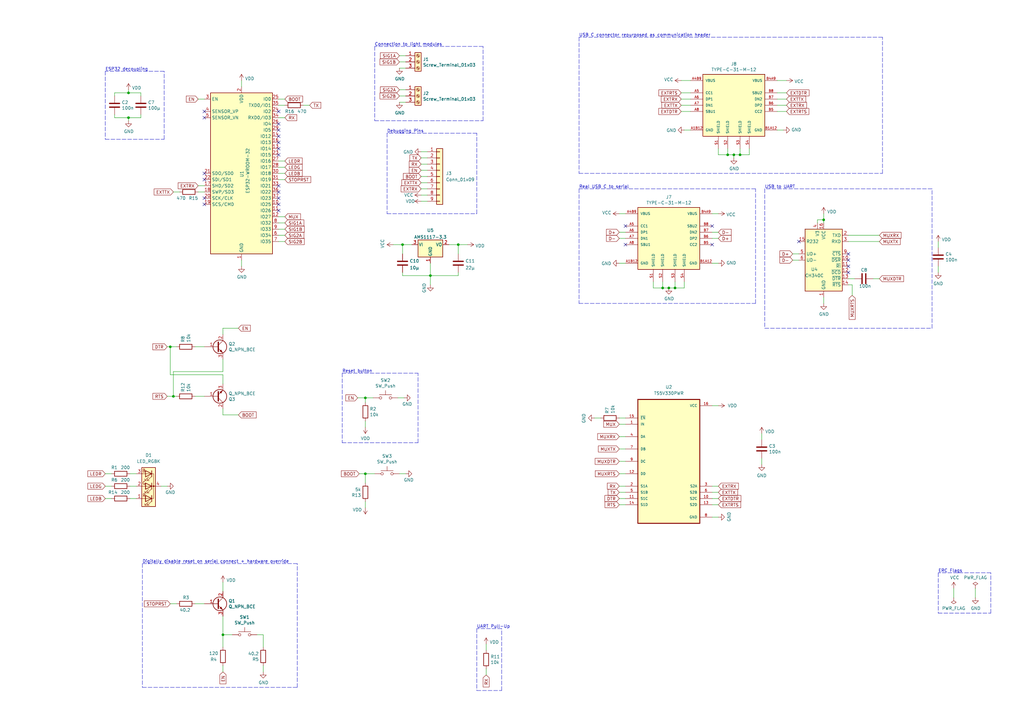
<source format=kicad_sch>
(kicad_sch (version 20211123) (generator eeschema)

  (uuid 9baf7b1e-44a0-4262-8221-97a2fa15d5e8)

  (paper "A3")

  (title_block
    (title "Heliox Control")
    (date "2021-08-10")
    (rev "v00")
    (comment 4 "Author: GHOSCHT")
  )

  (lib_symbols
    (symbol "Connector:Screw_Terminal_01x03" (pin_names (offset 1.016) hide) (in_bom yes) (on_board yes)
      (property "Reference" "J" (id 0) (at 0 5.08 0)
        (effects (font (size 1.27 1.27)))
      )
      (property "Value" "Screw_Terminal_01x03" (id 1) (at 0 -5.08 0)
        (effects (font (size 1.27 1.27)))
      )
      (property "Footprint" "" (id 2) (at 0 0 0)
        (effects (font (size 1.27 1.27)) hide)
      )
      (property "Datasheet" "~" (id 3) (at 0 0 0)
        (effects (font (size 1.27 1.27)) hide)
      )
      (property "ki_keywords" "screw terminal" (id 4) (at 0 0 0)
        (effects (font (size 1.27 1.27)) hide)
      )
      (property "ki_description" "Generic screw terminal, single row, 01x03, script generated (kicad-library-utils/schlib/autogen/connector/)" (id 5) (at 0 0 0)
        (effects (font (size 1.27 1.27)) hide)
      )
      (property "ki_fp_filters" "TerminalBlock*:*" (id 6) (at 0 0 0)
        (effects (font (size 1.27 1.27)) hide)
      )
      (symbol "Screw_Terminal_01x03_1_1"
        (rectangle (start -1.27 3.81) (end 1.27 -3.81)
          (stroke (width 0.254) (type default) (color 0 0 0 0))
          (fill (type background))
        )
        (circle (center 0 -2.54) (radius 0.635)
          (stroke (width 0.1524) (type default) (color 0 0 0 0))
          (fill (type none))
        )
        (polyline
          (pts
            (xy -0.5334 -2.2098)
            (xy 0.3302 -3.048)
          )
          (stroke (width 0.1524) (type default) (color 0 0 0 0))
          (fill (type none))
        )
        (polyline
          (pts
            (xy -0.5334 0.3302)
            (xy 0.3302 -0.508)
          )
          (stroke (width 0.1524) (type default) (color 0 0 0 0))
          (fill (type none))
        )
        (polyline
          (pts
            (xy -0.5334 2.8702)
            (xy 0.3302 2.032)
          )
          (stroke (width 0.1524) (type default) (color 0 0 0 0))
          (fill (type none))
        )
        (polyline
          (pts
            (xy -0.3556 -2.032)
            (xy 0.508 -2.8702)
          )
          (stroke (width 0.1524) (type default) (color 0 0 0 0))
          (fill (type none))
        )
        (polyline
          (pts
            (xy -0.3556 0.508)
            (xy 0.508 -0.3302)
          )
          (stroke (width 0.1524) (type default) (color 0 0 0 0))
          (fill (type none))
        )
        (polyline
          (pts
            (xy -0.3556 3.048)
            (xy 0.508 2.2098)
          )
          (stroke (width 0.1524) (type default) (color 0 0 0 0))
          (fill (type none))
        )
        (circle (center 0 0) (radius 0.635)
          (stroke (width 0.1524) (type default) (color 0 0 0 0))
          (fill (type none))
        )
        (circle (center 0 2.54) (radius 0.635)
          (stroke (width 0.1524) (type default) (color 0 0 0 0))
          (fill (type none))
        )
        (pin passive line (at -5.08 2.54 0) (length 3.81)
          (name "Pin_1" (effects (font (size 1.27 1.27))))
          (number "1" (effects (font (size 1.27 1.27))))
        )
        (pin passive line (at -5.08 0 0) (length 3.81)
          (name "Pin_2" (effects (font (size 1.27 1.27))))
          (number "2" (effects (font (size 1.27 1.27))))
        )
        (pin passive line (at -5.08 -2.54 0) (length 3.81)
          (name "Pin_3" (effects (font (size 1.27 1.27))))
          (number "3" (effects (font (size 1.27 1.27))))
        )
      )
    )
    (symbol "Connector_Generic:Conn_01x09" (pin_names (offset 1.016) hide) (in_bom yes) (on_board yes)
      (property "Reference" "J" (id 0) (at 0 12.7 0)
        (effects (font (size 1.27 1.27)))
      )
      (property "Value" "Conn_01x09" (id 1) (at 0 -12.7 0)
        (effects (font (size 1.27 1.27)))
      )
      (property "Footprint" "" (id 2) (at 0 0 0)
        (effects (font (size 1.27 1.27)) hide)
      )
      (property "Datasheet" "~" (id 3) (at 0 0 0)
        (effects (font (size 1.27 1.27)) hide)
      )
      (property "ki_keywords" "connector" (id 4) (at 0 0 0)
        (effects (font (size 1.27 1.27)) hide)
      )
      (property "ki_description" "Generic connector, single row, 01x09, script generated (kicad-library-utils/schlib/autogen/connector/)" (id 5) (at 0 0 0)
        (effects (font (size 1.27 1.27)) hide)
      )
      (property "ki_fp_filters" "Connector*:*_1x??_*" (id 6) (at 0 0 0)
        (effects (font (size 1.27 1.27)) hide)
      )
      (symbol "Conn_01x09_1_1"
        (rectangle (start -1.27 -10.033) (end 0 -10.287)
          (stroke (width 0.1524) (type default) (color 0 0 0 0))
          (fill (type none))
        )
        (rectangle (start -1.27 -7.493) (end 0 -7.747)
          (stroke (width 0.1524) (type default) (color 0 0 0 0))
          (fill (type none))
        )
        (rectangle (start -1.27 -4.953) (end 0 -5.207)
          (stroke (width 0.1524) (type default) (color 0 0 0 0))
          (fill (type none))
        )
        (rectangle (start -1.27 -2.413) (end 0 -2.667)
          (stroke (width 0.1524) (type default) (color 0 0 0 0))
          (fill (type none))
        )
        (rectangle (start -1.27 0.127) (end 0 -0.127)
          (stroke (width 0.1524) (type default) (color 0 0 0 0))
          (fill (type none))
        )
        (rectangle (start -1.27 2.667) (end 0 2.413)
          (stroke (width 0.1524) (type default) (color 0 0 0 0))
          (fill (type none))
        )
        (rectangle (start -1.27 5.207) (end 0 4.953)
          (stroke (width 0.1524) (type default) (color 0 0 0 0))
          (fill (type none))
        )
        (rectangle (start -1.27 7.747) (end 0 7.493)
          (stroke (width 0.1524) (type default) (color 0 0 0 0))
          (fill (type none))
        )
        (rectangle (start -1.27 10.287) (end 0 10.033)
          (stroke (width 0.1524) (type default) (color 0 0 0 0))
          (fill (type none))
        )
        (rectangle (start -1.27 11.43) (end 1.27 -11.43)
          (stroke (width 0.254) (type default) (color 0 0 0 0))
          (fill (type background))
        )
        (pin passive line (at -5.08 10.16 0) (length 3.81)
          (name "Pin_1" (effects (font (size 1.27 1.27))))
          (number "1" (effects (font (size 1.27 1.27))))
        )
        (pin passive line (at -5.08 7.62 0) (length 3.81)
          (name "Pin_2" (effects (font (size 1.27 1.27))))
          (number "2" (effects (font (size 1.27 1.27))))
        )
        (pin passive line (at -5.08 5.08 0) (length 3.81)
          (name "Pin_3" (effects (font (size 1.27 1.27))))
          (number "3" (effects (font (size 1.27 1.27))))
        )
        (pin passive line (at -5.08 2.54 0) (length 3.81)
          (name "Pin_4" (effects (font (size 1.27 1.27))))
          (number "4" (effects (font (size 1.27 1.27))))
        )
        (pin passive line (at -5.08 0 0) (length 3.81)
          (name "Pin_5" (effects (font (size 1.27 1.27))))
          (number "5" (effects (font (size 1.27 1.27))))
        )
        (pin passive line (at -5.08 -2.54 0) (length 3.81)
          (name "Pin_6" (effects (font (size 1.27 1.27))))
          (number "6" (effects (font (size 1.27 1.27))))
        )
        (pin passive line (at -5.08 -5.08 0) (length 3.81)
          (name "Pin_7" (effects (font (size 1.27 1.27))))
          (number "7" (effects (font (size 1.27 1.27))))
        )
        (pin passive line (at -5.08 -7.62 0) (length 3.81)
          (name "Pin_8" (effects (font (size 1.27 1.27))))
          (number "8" (effects (font (size 1.27 1.27))))
        )
        (pin passive line (at -5.08 -10.16 0) (length 3.81)
          (name "Pin_9" (effects (font (size 1.27 1.27))))
          (number "9" (effects (font (size 1.27 1.27))))
        )
      )
    )
    (symbol "Device:C" (pin_numbers hide) (pin_names (offset 0.254)) (in_bom yes) (on_board yes)
      (property "Reference" "C" (id 0) (at 0.635 2.54 0)
        (effects (font (size 1.27 1.27)) (justify left))
      )
      (property "Value" "C" (id 1) (at 0.635 -2.54 0)
        (effects (font (size 1.27 1.27)) (justify left))
      )
      (property "Footprint" "" (id 2) (at 0.9652 -3.81 0)
        (effects (font (size 1.27 1.27)) hide)
      )
      (property "Datasheet" "~" (id 3) (at 0 0 0)
        (effects (font (size 1.27 1.27)) hide)
      )
      (property "ki_keywords" "cap capacitor" (id 4) (at 0 0 0)
        (effects (font (size 1.27 1.27)) hide)
      )
      (property "ki_description" "Unpolarized capacitor" (id 5) (at 0 0 0)
        (effects (font (size 1.27 1.27)) hide)
      )
      (property "ki_fp_filters" "C_*" (id 6) (at 0 0 0)
        (effects (font (size 1.27 1.27)) hide)
      )
      (symbol "C_0_1"
        (polyline
          (pts
            (xy -2.032 -0.762)
            (xy 2.032 -0.762)
          )
          (stroke (width 0.508) (type default) (color 0 0 0 0))
          (fill (type none))
        )
        (polyline
          (pts
            (xy -2.032 0.762)
            (xy 2.032 0.762)
          )
          (stroke (width 0.508) (type default) (color 0 0 0 0))
          (fill (type none))
        )
      )
      (symbol "C_1_1"
        (pin passive line (at 0 3.81 270) (length 2.794)
          (name "~" (effects (font (size 1.27 1.27))))
          (number "1" (effects (font (size 1.27 1.27))))
        )
        (pin passive line (at 0 -3.81 90) (length 2.794)
          (name "~" (effects (font (size 1.27 1.27))))
          (number "2" (effects (font (size 1.27 1.27))))
        )
      )
    )
    (symbol "Device:LED_RGBK" (pin_names (offset 0) hide) (in_bom yes) (on_board yes)
      (property "Reference" "D" (id 0) (at 0 9.398 0)
        (effects (font (size 1.27 1.27)))
      )
      (property "Value" "LED_RGBK" (id 1) (at 0 -8.89 0)
        (effects (font (size 1.27 1.27)))
      )
      (property "Footprint" "" (id 2) (at 0 -1.27 0)
        (effects (font (size 1.27 1.27)) hide)
      )
      (property "Datasheet" "~" (id 3) (at 0 -1.27 0)
        (effects (font (size 1.27 1.27)) hide)
      )
      (property "ki_keywords" "LED RGB diode" (id 4) (at 0 0 0)
        (effects (font (size 1.27 1.27)) hide)
      )
      (property "ki_description" "RGB LED, red/green/blue/cathode" (id 5) (at 0 0 0)
        (effects (font (size 1.27 1.27)) hide)
      )
      (property "ki_fp_filters" "LED* LED_SMD:* LED_THT:*" (id 6) (at 0 0 0)
        (effects (font (size 1.27 1.27)) hide)
      )
      (symbol "LED_RGBK_0_0"
        (text "B" (at 1.905 -6.35 0)
          (effects (font (size 1.27 1.27)))
        )
        (text "G" (at 1.905 -1.27 0)
          (effects (font (size 1.27 1.27)))
        )
        (text "R" (at 1.905 3.81 0)
          (effects (font (size 1.27 1.27)))
        )
      )
      (symbol "LED_RGBK_0_1"
        (circle (center -2.032 0) (radius 0.254)
          (stroke (width 0) (type default) (color 0 0 0 0))
          (fill (type outline))
        )
        (polyline
          (pts
            (xy -1.27 -5.08)
            (xy 1.27 -5.08)
          )
          (stroke (width 0) (type default) (color 0 0 0 0))
          (fill (type none))
        )
        (polyline
          (pts
            (xy -1.27 -3.81)
            (xy -1.27 -6.35)
          )
          (stroke (width 0.254) (type default) (color 0 0 0 0))
          (fill (type none))
        )
        (polyline
          (pts
            (xy -1.27 0)
            (xy -2.54 0)
          )
          (stroke (width 0) (type default) (color 0 0 0 0))
          (fill (type none))
        )
        (polyline
          (pts
            (xy -1.27 1.27)
            (xy -1.27 -1.27)
          )
          (stroke (width 0.254) (type default) (color 0 0 0 0))
          (fill (type none))
        )
        (polyline
          (pts
            (xy -1.27 5.08)
            (xy 1.27 5.08)
          )
          (stroke (width 0) (type default) (color 0 0 0 0))
          (fill (type none))
        )
        (polyline
          (pts
            (xy -1.27 6.35)
            (xy -1.27 3.81)
          )
          (stroke (width 0.254) (type default) (color 0 0 0 0))
          (fill (type none))
        )
        (polyline
          (pts
            (xy 1.27 -5.08)
            (xy 2.54 -5.08)
          )
          (stroke (width 0) (type default) (color 0 0 0 0))
          (fill (type none))
        )
        (polyline
          (pts
            (xy 1.27 0)
            (xy -1.27 0)
          )
          (stroke (width 0) (type default) (color 0 0 0 0))
          (fill (type none))
        )
        (polyline
          (pts
            (xy 1.27 0)
            (xy 2.54 0)
          )
          (stroke (width 0) (type default) (color 0 0 0 0))
          (fill (type none))
        )
        (polyline
          (pts
            (xy 1.27 5.08)
            (xy 2.54 5.08)
          )
          (stroke (width 0) (type default) (color 0 0 0 0))
          (fill (type none))
        )
        (polyline
          (pts
            (xy -1.27 1.27)
            (xy -1.27 -1.27)
            (xy -1.27 -1.27)
          )
          (stroke (width 0) (type default) (color 0 0 0 0))
          (fill (type none))
        )
        (polyline
          (pts
            (xy -1.27 6.35)
            (xy -1.27 3.81)
            (xy -1.27 3.81)
          )
          (stroke (width 0) (type default) (color 0 0 0 0))
          (fill (type none))
        )
        (polyline
          (pts
            (xy -1.27 5.08)
            (xy -2.032 5.08)
            (xy -2.032 -5.08)
            (xy -1.016 -5.08)
          )
          (stroke (width 0) (type default) (color 0 0 0 0))
          (fill (type none))
        )
        (polyline
          (pts
            (xy 1.27 -3.81)
            (xy 1.27 -6.35)
            (xy -1.27 -5.08)
            (xy 1.27 -3.81)
          )
          (stroke (width 0.254) (type default) (color 0 0 0 0))
          (fill (type none))
        )
        (polyline
          (pts
            (xy 1.27 1.27)
            (xy 1.27 -1.27)
            (xy -1.27 0)
            (xy 1.27 1.27)
          )
          (stroke (width 0.254) (type default) (color 0 0 0 0))
          (fill (type none))
        )
        (polyline
          (pts
            (xy 1.27 6.35)
            (xy 1.27 3.81)
            (xy -1.27 5.08)
            (xy 1.27 6.35)
          )
          (stroke (width 0.254) (type default) (color 0 0 0 0))
          (fill (type none))
        )
        (polyline
          (pts
            (xy -1.016 -3.81)
            (xy 0.508 -2.286)
            (xy -0.254 -2.286)
            (xy 0.508 -2.286)
            (xy 0.508 -3.048)
          )
          (stroke (width 0) (type default) (color 0 0 0 0))
          (fill (type none))
        )
        (polyline
          (pts
            (xy -1.016 1.27)
            (xy 0.508 2.794)
            (xy -0.254 2.794)
            (xy 0.508 2.794)
            (xy 0.508 2.032)
          )
          (stroke (width 0) (type default) (color 0 0 0 0))
          (fill (type none))
        )
        (polyline
          (pts
            (xy -1.016 6.35)
            (xy 0.508 7.874)
            (xy -0.254 7.874)
            (xy 0.508 7.874)
            (xy 0.508 7.112)
          )
          (stroke (width 0) (type default) (color 0 0 0 0))
          (fill (type none))
        )
        (polyline
          (pts
            (xy 0 -3.81)
            (xy 1.524 -2.286)
            (xy 0.762 -2.286)
            (xy 1.524 -2.286)
            (xy 1.524 -3.048)
          )
          (stroke (width 0) (type default) (color 0 0 0 0))
          (fill (type none))
        )
        (polyline
          (pts
            (xy 0 1.27)
            (xy 1.524 2.794)
            (xy 0.762 2.794)
            (xy 1.524 2.794)
            (xy 1.524 2.032)
          )
          (stroke (width 0) (type default) (color 0 0 0 0))
          (fill (type none))
        )
        (polyline
          (pts
            (xy 0 6.35)
            (xy 1.524 7.874)
            (xy 0.762 7.874)
            (xy 1.524 7.874)
            (xy 1.524 7.112)
          )
          (stroke (width 0) (type default) (color 0 0 0 0))
          (fill (type none))
        )
        (rectangle (start 1.27 -1.27) (end 1.27 1.27)
          (stroke (width 0) (type default) (color 0 0 0 0))
          (fill (type none))
        )
        (rectangle (start 1.27 1.27) (end 1.27 1.27)
          (stroke (width 0) (type default) (color 0 0 0 0))
          (fill (type none))
        )
        (rectangle (start 1.27 3.81) (end 1.27 6.35)
          (stroke (width 0) (type default) (color 0 0 0 0))
          (fill (type none))
        )
        (rectangle (start 1.27 6.35) (end 1.27 6.35)
          (stroke (width 0) (type default) (color 0 0 0 0))
          (fill (type none))
        )
        (rectangle (start 2.794 8.382) (end -2.794 -7.62)
          (stroke (width 0.254) (type default) (color 0 0 0 0))
          (fill (type background))
        )
      )
      (symbol "LED_RGBK_1_1"
        (pin passive line (at 5.08 5.08 180) (length 2.54)
          (name "RA" (effects (font (size 1.27 1.27))))
          (number "1" (effects (font (size 1.27 1.27))))
        )
        (pin passive line (at 5.08 0 180) (length 2.54)
          (name "GA" (effects (font (size 1.27 1.27))))
          (number "2" (effects (font (size 1.27 1.27))))
        )
        (pin passive line (at 5.08 -5.08 180) (length 2.54)
          (name "BA" (effects (font (size 1.27 1.27))))
          (number "3" (effects (font (size 1.27 1.27))))
        )
        (pin passive line (at -5.08 0 0) (length 2.54)
          (name "K" (effects (font (size 1.27 1.27))))
          (number "4" (effects (font (size 1.27 1.27))))
        )
      )
    )
    (symbol "Device:Q_NPN_BCE" (pin_names (offset 0) hide) (in_bom yes) (on_board yes)
      (property "Reference" "Q" (id 0) (at 5.08 1.27 0)
        (effects (font (size 1.27 1.27)) (justify left))
      )
      (property "Value" "Q_NPN_BCE" (id 1) (at 5.08 -1.27 0)
        (effects (font (size 1.27 1.27)) (justify left))
      )
      (property "Footprint" "" (id 2) (at 5.08 2.54 0)
        (effects (font (size 1.27 1.27)) hide)
      )
      (property "Datasheet" "~" (id 3) (at 0 0 0)
        (effects (font (size 1.27 1.27)) hide)
      )
      (property "ki_keywords" "transistor NPN" (id 4) (at 0 0 0)
        (effects (font (size 1.27 1.27)) hide)
      )
      (property "ki_description" "NPN transistor, base/collector/emitter" (id 5) (at 0 0 0)
        (effects (font (size 1.27 1.27)) hide)
      )
      (symbol "Q_NPN_BCE_0_1"
        (polyline
          (pts
            (xy 0.635 0.635)
            (xy 2.54 2.54)
          )
          (stroke (width 0) (type default) (color 0 0 0 0))
          (fill (type none))
        )
        (polyline
          (pts
            (xy 0.635 -0.635)
            (xy 2.54 -2.54)
            (xy 2.54 -2.54)
          )
          (stroke (width 0) (type default) (color 0 0 0 0))
          (fill (type none))
        )
        (polyline
          (pts
            (xy 0.635 1.905)
            (xy 0.635 -1.905)
            (xy 0.635 -1.905)
          )
          (stroke (width 0.508) (type default) (color 0 0 0 0))
          (fill (type none))
        )
        (polyline
          (pts
            (xy 1.27 -1.778)
            (xy 1.778 -1.27)
            (xy 2.286 -2.286)
            (xy 1.27 -1.778)
            (xy 1.27 -1.778)
          )
          (stroke (width 0) (type default) (color 0 0 0 0))
          (fill (type outline))
        )
        (circle (center 1.27 0) (radius 2.8194)
          (stroke (width 0.254) (type default) (color 0 0 0 0))
          (fill (type none))
        )
      )
      (symbol "Q_NPN_BCE_1_1"
        (pin input line (at -5.08 0 0) (length 5.715)
          (name "B" (effects (font (size 1.27 1.27))))
          (number "1" (effects (font (size 1.27 1.27))))
        )
        (pin passive line (at 2.54 5.08 270) (length 2.54)
          (name "C" (effects (font (size 1.27 1.27))))
          (number "2" (effects (font (size 1.27 1.27))))
        )
        (pin passive line (at 2.54 -5.08 90) (length 2.54)
          (name "E" (effects (font (size 1.27 1.27))))
          (number "3" (effects (font (size 1.27 1.27))))
        )
      )
    )
    (symbol "Device:R" (pin_numbers hide) (pin_names (offset 0)) (in_bom yes) (on_board yes)
      (property "Reference" "R" (id 0) (at 2.032 0 90)
        (effects (font (size 1.27 1.27)))
      )
      (property "Value" "R" (id 1) (at 0 0 90)
        (effects (font (size 1.27 1.27)))
      )
      (property "Footprint" "" (id 2) (at -1.778 0 90)
        (effects (font (size 1.27 1.27)) hide)
      )
      (property "Datasheet" "~" (id 3) (at 0 0 0)
        (effects (font (size 1.27 1.27)) hide)
      )
      (property "ki_keywords" "R res resistor" (id 4) (at 0 0 0)
        (effects (font (size 1.27 1.27)) hide)
      )
      (property "ki_description" "Resistor" (id 5) (at 0 0 0)
        (effects (font (size 1.27 1.27)) hide)
      )
      (property "ki_fp_filters" "R_*" (id 6) (at 0 0 0)
        (effects (font (size 1.27 1.27)) hide)
      )
      (symbol "R_0_1"
        (rectangle (start -1.016 -2.54) (end 1.016 2.54)
          (stroke (width 0.254) (type default) (color 0 0 0 0))
          (fill (type none))
        )
      )
      (symbol "R_1_1"
        (pin passive line (at 0 3.81 270) (length 1.27)
          (name "~" (effects (font (size 1.27 1.27))))
          (number "1" (effects (font (size 1.27 1.27))))
        )
        (pin passive line (at 0 -3.81 90) (length 1.27)
          (name "~" (effects (font (size 1.27 1.27))))
          (number "2" (effects (font (size 1.27 1.27))))
        )
      )
    )
    (symbol "Interface_USB:CH340C" (in_bom yes) (on_board yes)
      (property "Reference" "U" (id 0) (at -5.08 13.97 0)
        (effects (font (size 1.27 1.27)) (justify right))
      )
      (property "Value" "CH340C" (id 1) (at 1.27 13.97 0)
        (effects (font (size 1.27 1.27)) (justify left))
      )
      (property "Footprint" "Package_SO:SOIC-16_3.9x9.9mm_P1.27mm" (id 2) (at 1.27 -13.97 0)
        (effects (font (size 1.27 1.27)) (justify left) hide)
      )
      (property "Datasheet" "https://datasheet.lcsc.com/szlcsc/Jiangsu-Qin-Heng-CH340C_C84681.pdf" (id 3) (at -8.89 20.32 0)
        (effects (font (size 1.27 1.27)) hide)
      )
      (property "ki_keywords" "USB UART Serial Converter Interface" (id 4) (at 0 0 0)
        (effects (font (size 1.27 1.27)) hide)
      )
      (property "ki_description" "USB serial converter, UART, SOIC-16" (id 5) (at 0 0 0)
        (effects (font (size 1.27 1.27)) hide)
      )
      (property "ki_fp_filters" "SOIC*3.9x9.9mm*P1.27mm*" (id 6) (at 0 0 0)
        (effects (font (size 1.27 1.27)) hide)
      )
      (symbol "CH340C_0_1"
        (rectangle (start -7.62 12.7) (end 7.62 -12.7)
          (stroke (width 0.254) (type default) (color 0 0 0 0))
          (fill (type background))
        )
      )
      (symbol "CH340C_1_1"
        (pin power_in line (at 0 -15.24 90) (length 2.54)
          (name "GND" (effects (font (size 1.27 1.27))))
          (number "1" (effects (font (size 1.27 1.27))))
        )
        (pin input line (at 10.16 0 180) (length 2.54)
          (name "~{DSR}" (effects (font (size 1.27 1.27))))
          (number "10" (effects (font (size 1.27 1.27))))
        )
        (pin input line (at 10.16 -2.54 180) (length 2.54)
          (name "~{RI}" (effects (font (size 1.27 1.27))))
          (number "11" (effects (font (size 1.27 1.27))))
        )
        (pin input line (at 10.16 -5.08 180) (length 2.54)
          (name "~{DCD}" (effects (font (size 1.27 1.27))))
          (number "12" (effects (font (size 1.27 1.27))))
        )
        (pin output line (at 10.16 -7.62 180) (length 2.54)
          (name "~{DTR}" (effects (font (size 1.27 1.27))))
          (number "13" (effects (font (size 1.27 1.27))))
        )
        (pin output line (at 10.16 -10.16 180) (length 2.54)
          (name "~{RTS}" (effects (font (size 1.27 1.27))))
          (number "14" (effects (font (size 1.27 1.27))))
        )
        (pin input line (at -10.16 7.62 0) (length 2.54)
          (name "R232" (effects (font (size 1.27 1.27))))
          (number "15" (effects (font (size 1.27 1.27))))
        )
        (pin power_in line (at 0 15.24 270) (length 2.54)
          (name "VCC" (effects (font (size 1.27 1.27))))
          (number "16" (effects (font (size 1.27 1.27))))
        )
        (pin output line (at 10.16 10.16 180) (length 2.54)
          (name "TXD" (effects (font (size 1.27 1.27))))
          (number "2" (effects (font (size 1.27 1.27))))
        )
        (pin input line (at 10.16 7.62 180) (length 2.54)
          (name "RXD" (effects (font (size 1.27 1.27))))
          (number "3" (effects (font (size 1.27 1.27))))
        )
        (pin passive line (at -2.54 15.24 270) (length 2.54)
          (name "V3" (effects (font (size 1.27 1.27))))
          (number "4" (effects (font (size 1.27 1.27))))
        )
        (pin bidirectional line (at -10.16 2.54 0) (length 2.54)
          (name "UD+" (effects (font (size 1.27 1.27))))
          (number "5" (effects (font (size 1.27 1.27))))
        )
        (pin bidirectional line (at -10.16 0 0) (length 2.54)
          (name "UD-" (effects (font (size 1.27 1.27))))
          (number "6" (effects (font (size 1.27 1.27))))
        )
        (pin no_connect line (at -7.62 -7.62 0) (length 2.54) hide
          (name "NC" (effects (font (size 1.27 1.27))))
          (number "7" (effects (font (size 1.27 1.27))))
        )
        (pin no_connect line (at -7.62 -10.16 0) (length 2.54) hide
          (name "NC" (effects (font (size 1.27 1.27))))
          (number "8" (effects (font (size 1.27 1.27))))
        )
        (pin input line (at 10.16 2.54 180) (length 2.54)
          (name "~{CTS}" (effects (font (size 1.27 1.27))))
          (number "9" (effects (font (size 1.27 1.27))))
        )
      )
    )
    (symbol "RF_Module:ESP32-WROOM-32" (in_bom yes) (on_board yes)
      (property "Reference" "U" (id 0) (at -12.7 34.29 0)
        (effects (font (size 1.27 1.27)) (justify left))
      )
      (property "Value" "ESP32-WROOM-32" (id 1) (at 1.27 34.29 0)
        (effects (font (size 1.27 1.27)) (justify left))
      )
      (property "Footprint" "RF_Module:ESP32-WROOM-32" (id 2) (at 0 -38.1 0)
        (effects (font (size 1.27 1.27)) hide)
      )
      (property "Datasheet" "https://www.espressif.com/sites/default/files/documentation/esp32-wroom-32_datasheet_en.pdf" (id 3) (at -7.62 1.27 0)
        (effects (font (size 1.27 1.27)) hide)
      )
      (property "ki_keywords" "RF Radio BT ESP ESP32 Espressif onboard PCB antenna" (id 4) (at 0 0 0)
        (effects (font (size 1.27 1.27)) hide)
      )
      (property "ki_description" "RF Module, ESP32-D0WDQ6 SoC, Wi-Fi 802.11b/g/n, Bluetooth, BLE, 32-bit, 2.7-3.6V, onboard antenna, SMD" (id 5) (at 0 0 0)
        (effects (font (size 1.27 1.27)) hide)
      )
      (property "ki_fp_filters" "ESP32?WROOM?32*" (id 6) (at 0 0 0)
        (effects (font (size 1.27 1.27)) hide)
      )
      (symbol "ESP32-WROOM-32_0_1"
        (rectangle (start -12.7 33.02) (end 12.7 -33.02)
          (stroke (width 0.254) (type default) (color 0 0 0 0))
          (fill (type background))
        )
      )
      (symbol "ESP32-WROOM-32_1_1"
        (pin power_in line (at 0 -35.56 90) (length 2.54)
          (name "GND" (effects (font (size 1.27 1.27))))
          (number "1" (effects (font (size 1.27 1.27))))
        )
        (pin bidirectional line (at 15.24 -12.7 180) (length 2.54)
          (name "IO25" (effects (font (size 1.27 1.27))))
          (number "10" (effects (font (size 1.27 1.27))))
        )
        (pin bidirectional line (at 15.24 -15.24 180) (length 2.54)
          (name "IO26" (effects (font (size 1.27 1.27))))
          (number "11" (effects (font (size 1.27 1.27))))
        )
        (pin bidirectional line (at 15.24 -17.78 180) (length 2.54)
          (name "IO27" (effects (font (size 1.27 1.27))))
          (number "12" (effects (font (size 1.27 1.27))))
        )
        (pin bidirectional line (at 15.24 10.16 180) (length 2.54)
          (name "IO14" (effects (font (size 1.27 1.27))))
          (number "13" (effects (font (size 1.27 1.27))))
        )
        (pin bidirectional line (at 15.24 15.24 180) (length 2.54)
          (name "IO12" (effects (font (size 1.27 1.27))))
          (number "14" (effects (font (size 1.27 1.27))))
        )
        (pin passive line (at 0 -35.56 90) (length 2.54) hide
          (name "GND" (effects (font (size 1.27 1.27))))
          (number "15" (effects (font (size 1.27 1.27))))
        )
        (pin bidirectional line (at 15.24 12.7 180) (length 2.54)
          (name "IO13" (effects (font (size 1.27 1.27))))
          (number "16" (effects (font (size 1.27 1.27))))
        )
        (pin bidirectional line (at -15.24 -5.08 0) (length 2.54)
          (name "SHD/SD2" (effects (font (size 1.27 1.27))))
          (number "17" (effects (font (size 1.27 1.27))))
        )
        (pin bidirectional line (at -15.24 -7.62 0) (length 2.54)
          (name "SWP/SD3" (effects (font (size 1.27 1.27))))
          (number "18" (effects (font (size 1.27 1.27))))
        )
        (pin bidirectional line (at -15.24 -12.7 0) (length 2.54)
          (name "SCS/CMD" (effects (font (size 1.27 1.27))))
          (number "19" (effects (font (size 1.27 1.27))))
        )
        (pin power_in line (at 0 35.56 270) (length 2.54)
          (name "VDD" (effects (font (size 1.27 1.27))))
          (number "2" (effects (font (size 1.27 1.27))))
        )
        (pin bidirectional line (at -15.24 -10.16 0) (length 2.54)
          (name "SCK/CLK" (effects (font (size 1.27 1.27))))
          (number "20" (effects (font (size 1.27 1.27))))
        )
        (pin bidirectional line (at -15.24 0 0) (length 2.54)
          (name "SDO/SD0" (effects (font (size 1.27 1.27))))
          (number "21" (effects (font (size 1.27 1.27))))
        )
        (pin bidirectional line (at -15.24 -2.54 0) (length 2.54)
          (name "SDI/SD1" (effects (font (size 1.27 1.27))))
          (number "22" (effects (font (size 1.27 1.27))))
        )
        (pin bidirectional line (at 15.24 7.62 180) (length 2.54)
          (name "IO15" (effects (font (size 1.27 1.27))))
          (number "23" (effects (font (size 1.27 1.27))))
        )
        (pin bidirectional line (at 15.24 25.4 180) (length 2.54)
          (name "IO2" (effects (font (size 1.27 1.27))))
          (number "24" (effects (font (size 1.27 1.27))))
        )
        (pin bidirectional line (at 15.24 30.48 180) (length 2.54)
          (name "IO0" (effects (font (size 1.27 1.27))))
          (number "25" (effects (font (size 1.27 1.27))))
        )
        (pin bidirectional line (at 15.24 20.32 180) (length 2.54)
          (name "IO4" (effects (font (size 1.27 1.27))))
          (number "26" (effects (font (size 1.27 1.27))))
        )
        (pin bidirectional line (at 15.24 5.08 180) (length 2.54)
          (name "IO16" (effects (font (size 1.27 1.27))))
          (number "27" (effects (font (size 1.27 1.27))))
        )
        (pin bidirectional line (at 15.24 2.54 180) (length 2.54)
          (name "IO17" (effects (font (size 1.27 1.27))))
          (number "28" (effects (font (size 1.27 1.27))))
        )
        (pin bidirectional line (at 15.24 17.78 180) (length 2.54)
          (name "IO5" (effects (font (size 1.27 1.27))))
          (number "29" (effects (font (size 1.27 1.27))))
        )
        (pin input line (at -15.24 30.48 0) (length 2.54)
          (name "EN" (effects (font (size 1.27 1.27))))
          (number "3" (effects (font (size 1.27 1.27))))
        )
        (pin bidirectional line (at 15.24 0 180) (length 2.54)
          (name "IO18" (effects (font (size 1.27 1.27))))
          (number "30" (effects (font (size 1.27 1.27))))
        )
        (pin bidirectional line (at 15.24 -2.54 180) (length 2.54)
          (name "IO19" (effects (font (size 1.27 1.27))))
          (number "31" (effects (font (size 1.27 1.27))))
        )
        (pin no_connect line (at -12.7 -27.94 0) (length 2.54) hide
          (name "NC" (effects (font (size 1.27 1.27))))
          (number "32" (effects (font (size 1.27 1.27))))
        )
        (pin bidirectional line (at 15.24 -5.08 180) (length 2.54)
          (name "IO21" (effects (font (size 1.27 1.27))))
          (number "33" (effects (font (size 1.27 1.27))))
        )
        (pin bidirectional line (at 15.24 22.86 180) (length 2.54)
          (name "RXD0/IO3" (effects (font (size 1.27 1.27))))
          (number "34" (effects (font (size 1.27 1.27))))
        )
        (pin bidirectional line (at 15.24 27.94 180) (length 2.54)
          (name "TXD0/IO1" (effects (font (size 1.27 1.27))))
          (number "35" (effects (font (size 1.27 1.27))))
        )
        (pin bidirectional line (at 15.24 -7.62 180) (length 2.54)
          (name "IO22" (effects (font (size 1.27 1.27))))
          (number "36" (effects (font (size 1.27 1.27))))
        )
        (pin bidirectional line (at 15.24 -10.16 180) (length 2.54)
          (name "IO23" (effects (font (size 1.27 1.27))))
          (number "37" (effects (font (size 1.27 1.27))))
        )
        (pin passive line (at 0 -35.56 90) (length 2.54) hide
          (name "GND" (effects (font (size 1.27 1.27))))
          (number "38" (effects (font (size 1.27 1.27))))
        )
        (pin passive line (at 0 -35.56 90) (length 2.54) hide
          (name "GND" (effects (font (size 1.27 1.27))))
          (number "39" (effects (font (size 1.27 1.27))))
        )
        (pin input line (at -15.24 25.4 0) (length 2.54)
          (name "SENSOR_VP" (effects (font (size 1.27 1.27))))
          (number "4" (effects (font (size 1.27 1.27))))
        )
        (pin input line (at -15.24 22.86 0) (length 2.54)
          (name "SENSOR_VN" (effects (font (size 1.27 1.27))))
          (number "5" (effects (font (size 1.27 1.27))))
        )
        (pin input line (at 15.24 -25.4 180) (length 2.54)
          (name "IO34" (effects (font (size 1.27 1.27))))
          (number "6" (effects (font (size 1.27 1.27))))
        )
        (pin input line (at 15.24 -27.94 180) (length 2.54)
          (name "IO35" (effects (font (size 1.27 1.27))))
          (number "7" (effects (font (size 1.27 1.27))))
        )
        (pin bidirectional line (at 15.24 -20.32 180) (length 2.54)
          (name "IO32" (effects (font (size 1.27 1.27))))
          (number "8" (effects (font (size 1.27 1.27))))
        )
        (pin bidirectional line (at 15.24 -22.86 180) (length 2.54)
          (name "IO33" (effects (font (size 1.27 1.27))))
          (number "9" (effects (font (size 1.27 1.27))))
        )
      )
    )
    (symbol "Regulator_Linear:AMS1117-3.3" (pin_names (offset 0.254)) (in_bom yes) (on_board yes)
      (property "Reference" "U" (id 0) (at -3.81 3.175 0)
        (effects (font (size 1.27 1.27)))
      )
      (property "Value" "AMS1117-3.3" (id 1) (at 0 3.175 0)
        (effects (font (size 1.27 1.27)) (justify left))
      )
      (property "Footprint" "Package_TO_SOT_SMD:SOT-223-3_TabPin2" (id 2) (at 0 5.08 0)
        (effects (font (size 1.27 1.27)) hide)
      )
      (property "Datasheet" "http://www.advanced-monolithic.com/pdf/ds1117.pdf" (id 3) (at 2.54 -6.35 0)
        (effects (font (size 1.27 1.27)) hide)
      )
      (property "ki_keywords" "linear regulator ldo fixed positive" (id 4) (at 0 0 0)
        (effects (font (size 1.27 1.27)) hide)
      )
      (property "ki_description" "1A Low Dropout regulator, positive, 3.3V fixed output, SOT-223" (id 5) (at 0 0 0)
        (effects (font (size 1.27 1.27)) hide)
      )
      (property "ki_fp_filters" "SOT?223*TabPin2*" (id 6) (at 0 0 0)
        (effects (font (size 1.27 1.27)) hide)
      )
      (symbol "AMS1117-3.3_0_1"
        (rectangle (start -5.08 -5.08) (end 5.08 1.905)
          (stroke (width 0.254) (type default) (color 0 0 0 0))
          (fill (type background))
        )
      )
      (symbol "AMS1117-3.3_1_1"
        (pin power_in line (at 0 -7.62 90) (length 2.54)
          (name "GND" (effects (font (size 1.27 1.27))))
          (number "1" (effects (font (size 1.27 1.27))))
        )
        (pin power_out line (at 7.62 0 180) (length 2.54)
          (name "VO" (effects (font (size 1.27 1.27))))
          (number "2" (effects (font (size 1.27 1.27))))
        )
        (pin power_in line (at -7.62 0 0) (length 2.54)
          (name "VI" (effects (font (size 1.27 1.27))))
          (number "3" (effects (font (size 1.27 1.27))))
        )
      )
    )
    (symbol "Switch:SW_Push" (pin_numbers hide) (pin_names (offset 1.016) hide) (in_bom yes) (on_board yes)
      (property "Reference" "SW" (id 0) (at 1.27 2.54 0)
        (effects (font (size 1.27 1.27)) (justify left))
      )
      (property "Value" "SW_Push" (id 1) (at 0 -1.524 0)
        (effects (font (size 1.27 1.27)))
      )
      (property "Footprint" "" (id 2) (at 0 5.08 0)
        (effects (font (size 1.27 1.27)) hide)
      )
      (property "Datasheet" "~" (id 3) (at 0 5.08 0)
        (effects (font (size 1.27 1.27)) hide)
      )
      (property "ki_keywords" "switch normally-open pushbutton push-button" (id 4) (at 0 0 0)
        (effects (font (size 1.27 1.27)) hide)
      )
      (property "ki_description" "Push button switch, generic, two pins" (id 5) (at 0 0 0)
        (effects (font (size 1.27 1.27)) hide)
      )
      (symbol "SW_Push_0_1"
        (circle (center -2.032 0) (radius 0.508)
          (stroke (width 0) (type default) (color 0 0 0 0))
          (fill (type none))
        )
        (polyline
          (pts
            (xy 0 1.27)
            (xy 0 3.048)
          )
          (stroke (width 0) (type default) (color 0 0 0 0))
          (fill (type none))
        )
        (polyline
          (pts
            (xy 2.54 1.27)
            (xy -2.54 1.27)
          )
          (stroke (width 0) (type default) (color 0 0 0 0))
          (fill (type none))
        )
        (circle (center 2.032 0) (radius 0.508)
          (stroke (width 0) (type default) (color 0 0 0 0))
          (fill (type none))
        )
        (pin passive line (at -5.08 0 0) (length 2.54)
          (name "1" (effects (font (size 1.27 1.27))))
          (number "1" (effects (font (size 1.27 1.27))))
        )
        (pin passive line (at 5.08 0 180) (length 2.54)
          (name "2" (effects (font (size 1.27 1.27))))
          (number "2" (effects (font (size 1.27 1.27))))
        )
      )
    )
    (symbol "TS5V330PWR:TS5V330PWR" (pin_names (offset 1.016)) (in_bom yes) (on_board yes)
      (property "Reference" "U" (id 0) (at -12.7 26.3906 0)
        (effects (font (size 1.27 1.27)) (justify left bottom))
      )
      (property "Value" "TS5V330PWR" (id 1) (at -12.7 -29.3878 0)
        (effects (font (size 1.27 1.27)) (justify left bottom))
      )
      (property "Footprint" "SOP65P640X120-16N" (id 2) (at 0 0 0)
        (effects (font (size 1.27 1.27)) (justify left bottom) hide)
      )
      (property "Datasheet" "" (id 3) (at 0 0 0)
        (effects (font (size 1.27 1.27)) (justify left bottom) hide)
      )
      (property "ki_locked" "" (id 4) (at 0 0 0)
        (effects (font (size 1.27 1.27)))
      )
      (symbol "TS5V330PWR_0_0"
        (rectangle (start -12.7 -25.4) (end 12.7 25.4)
          (stroke (width 0.4064) (type default) (color 0 0 0 0))
          (fill (type background))
        )
        (pin input line (at -17.78 15.24 0) (length 5.08)
          (name "IN" (effects (font (size 1.016 1.016))))
          (number "1" (effects (font (size 1.016 1.016))))
        )
        (pin bidirectional line (at 17.78 -15.24 180) (length 5.08)
          (name "S2C" (effects (font (size 1.016 1.016))))
          (number "10" (effects (font (size 1.016 1.016))))
        )
        (pin bidirectional line (at -17.78 -15.24 0) (length 5.08)
          (name "S1C" (effects (font (size 1.016 1.016))))
          (number "11" (effects (font (size 1.016 1.016))))
        )
        (pin bidirectional line (at -17.78 -5.08 0) (length 5.08)
          (name "DD" (effects (font (size 1.016 1.016))))
          (number "12" (effects (font (size 1.016 1.016))))
        )
        (pin bidirectional line (at 17.78 -17.78 180) (length 5.08)
          (name "S2D" (effects (font (size 1.016 1.016))))
          (number "13" (effects (font (size 1.016 1.016))))
        )
        (pin bidirectional line (at -17.78 -17.78 0) (length 5.08)
          (name "S1D" (effects (font (size 1.016 1.016))))
          (number "14" (effects (font (size 1.016 1.016))))
        )
        (pin input line (at -17.78 17.78 0) (length 5.08)
          (name "~{EN}" (effects (font (size 1.016 1.016))))
          (number "15" (effects (font (size 1.016 1.016))))
        )
        (pin power_in line (at 17.78 22.86 180) (length 5.08)
          (name "VCC" (effects (font (size 1.016 1.016))))
          (number "16" (effects (font (size 1.016 1.016))))
        )
        (pin bidirectional line (at -17.78 -10.16 0) (length 5.08)
          (name "S1A" (effects (font (size 1.016 1.016))))
          (number "2" (effects (font (size 1.016 1.016))))
        )
        (pin bidirectional line (at 17.78 -10.16 180) (length 5.08)
          (name "S2A" (effects (font (size 1.016 1.016))))
          (number "3" (effects (font (size 1.016 1.016))))
        )
        (pin bidirectional line (at -17.78 10.16 0) (length 5.08)
          (name "DA" (effects (font (size 1.016 1.016))))
          (number "4" (effects (font (size 1.016 1.016))))
        )
        (pin bidirectional line (at -17.78 -12.7 0) (length 5.08)
          (name "S1B" (effects (font (size 1.016 1.016))))
          (number "5" (effects (font (size 1.016 1.016))))
        )
        (pin bidirectional line (at 17.78 -12.7 180) (length 5.08)
          (name "S2B" (effects (font (size 1.016 1.016))))
          (number "6" (effects (font (size 1.016 1.016))))
        )
        (pin bidirectional line (at -17.78 5.08 0) (length 5.08)
          (name "DB" (effects (font (size 1.016 1.016))))
          (number "7" (effects (font (size 1.016 1.016))))
        )
        (pin power_in line (at 17.78 -22.86 180) (length 5.08)
          (name "GND" (effects (font (size 1.016 1.016))))
          (number "8" (effects (font (size 1.016 1.016))))
        )
        (pin bidirectional line (at -17.78 0 0) (length 5.08)
          (name "DC" (effects (font (size 1.016 1.016))))
          (number "9" (effects (font (size 1.016 1.016))))
        )
      )
    )
    (symbol "TYPE-C-31-M-12:TYPE-C-31-M-12" (pin_names (offset 1.016)) (in_bom yes) (on_board yes)
      (property "Reference" "J" (id 0) (at -1.27 15.24 0)
        (effects (font (size 1.27 1.27)) (justify left bottom))
      )
      (property "Value" "TYPE-C-31-M-12" (id 1) (at -10.16 13.208 0)
        (effects (font (size 1.27 1.27)) (justify left bottom))
      )
      (property "Footprint" "HRO_TYPE-C-31-M-12" (id 2) (at 0 0 0)
        (effects (font (size 1.27 1.27)) (justify left bottom) hide)
      )
      (property "Datasheet" "" (id 3) (at 0 0 0)
        (effects (font (size 1.27 1.27)) (justify left bottom) hide)
      )
      (property "MAXIMUM_PACKAGE_HEIGHT" "3.31mm" (id 4) (at 0 0 0)
        (effects (font (size 1.27 1.27)) (justify left bottom) hide)
      )
      (property "STANDARD" "Manufacturer Recommendations" (id 5) (at 0 0 0)
        (effects (font (size 1.27 1.27)) (justify left bottom) hide)
      )
      (property "PARTREV" "A" (id 6) (at 0 0 0)
        (effects (font (size 1.27 1.27)) (justify left bottom) hide)
      )
      (property "MANUFACTURER" "HRO Electronics" (id 7) (at 0 0 0)
        (effects (font (size 1.27 1.27)) (justify left bottom) hide)
      )
      (property "ki_locked" "" (id 8) (at 0 0 0)
        (effects (font (size 1.27 1.27)))
      )
      (symbol "TYPE-C-31-M-12_0_0"
        (rectangle (start -12.7 -12.7) (end 12.7 12.7)
          (stroke (width 0.254) (type default) (color 0 0 0 0))
          (fill (type background))
        )
        (pin power_in line (at -17.78 -10.16 0) (length 5.08)
          (name "GND" (effects (font (size 1.016 1.016))))
          (number "A1B12" (effects (font (size 1.016 1.016))))
        )
        (pin power_in line (at -17.78 10.16 0) (length 5.08)
          (name "VBUS" (effects (font (size 1.016 1.016))))
          (number "A4B9" (effects (font (size 1.016 1.016))))
        )
        (pin bidirectional line (at -17.78 5.08 0) (length 5.08)
          (name "CC1" (effects (font (size 1.016 1.016))))
          (number "A5" (effects (font (size 1.016 1.016))))
        )
        (pin bidirectional line (at -17.78 2.54 0) (length 5.08)
          (name "DP1" (effects (font (size 1.016 1.016))))
          (number "A6" (effects (font (size 1.016 1.016))))
        )
        (pin bidirectional line (at -17.78 0 0) (length 5.08)
          (name "DN1" (effects (font (size 1.016 1.016))))
          (number "A7" (effects (font (size 1.016 1.016))))
        )
        (pin bidirectional line (at -17.78 -2.54 0) (length 5.08)
          (name "SBU1" (effects (font (size 1.016 1.016))))
          (number "A8" (effects (font (size 1.016 1.016))))
        )
        (pin power_in line (at 17.78 -10.16 180) (length 5.08)
          (name "GND" (effects (font (size 1.016 1.016))))
          (number "B1A12" (effects (font (size 1.016 1.016))))
        )
        (pin power_in line (at 17.78 10.16 180) (length 5.08)
          (name "VBUS" (effects (font (size 1.016 1.016))))
          (number "B4A9" (effects (font (size 1.016 1.016))))
        )
        (pin bidirectional line (at 17.78 -2.54 180) (length 5.08)
          (name "CC2" (effects (font (size 1.016 1.016))))
          (number "B5" (effects (font (size 1.016 1.016))))
        )
        (pin bidirectional line (at 17.78 0 180) (length 5.08)
          (name "DP2" (effects (font (size 1.016 1.016))))
          (number "B6" (effects (font (size 1.016 1.016))))
        )
        (pin bidirectional line (at 17.78 2.54 180) (length 5.08)
          (name "DN2" (effects (font (size 1.016 1.016))))
          (number "B7" (effects (font (size 1.016 1.016))))
        )
        (pin bidirectional line (at 17.78 5.08 180) (length 5.08)
          (name "SBU2" (effects (font (size 1.016 1.016))))
          (number "B8" (effects (font (size 1.016 1.016))))
        )
        (pin passive line (at -6.35 -17.78 90) (length 5.08)
          (name "SHIELD" (effects (font (size 1.016 1.016))))
          (number "S1" (effects (font (size 1.016 1.016))))
        )
        (pin passive line (at -2.54 -17.78 90) (length 5.08)
          (name "SHIELD" (effects (font (size 1.016 1.016))))
          (number "S2" (effects (font (size 1.016 1.016))))
        )
        (pin passive line (at 2.54 -17.78 90) (length 5.08)
          (name "SHIELD" (effects (font (size 1.016 1.016))))
          (number "S3" (effects (font (size 1.016 1.016))))
        )
        (pin passive line (at 6.35 -17.78 90) (length 5.08)
          (name "SHIELD" (effects (font (size 1.016 1.016))))
          (number "S4" (effects (font (size 1.016 1.016))))
        )
      )
    )
    (symbol "TYPE-C-31-M-12_1" (pin_names (offset 1.016)) (in_bom yes) (on_board yes)
      (property "Reference" "J8" (id 0) (at 0 16.9418 0)
        (effects (font (size 1.27 1.27)))
      )
      (property "Value" "TYPE-C-31-M-12_1" (id 1) (at 0 14.6304 0)
        (effects (font (size 1.27 1.27)))
      )
      (property "Footprint" "HRO_TYPE-C-31-M-12:HRO_TYPE-C-31-M-12" (id 2) (at 0 0 0)
        (effects (font (size 1.27 1.27)) (justify left bottom) hide)
      )
      (property "Datasheet" "https://datasheet.lcsc.com/lcsc/1811131825_Korean-Hroparts-Elec-TYPE-C-31-M-12_C165948.pdf" (id 3) (at 0 0 0)
        (effects (font (size 1.27 1.27)) (justify left bottom) hide)
      )
      (property "MAXIMUM_PACKAGE_HEIGHT" "3.31mm" (id 4) (at 0 0 0)
        (effects (font (size 1.27 1.27)) (justify left bottom) hide)
      )
      (property "STANDARD" "Manufacturer Recommendations" (id 5) (at 0 0 0)
        (effects (font (size 1.27 1.27)) (justify left bottom) hide)
      )
      (property "PARTREV" "A" (id 6) (at 0 0 0)
        (effects (font (size 1.27 1.27)) (justify left bottom) hide)
      )
      (property "MANUFACTURER" "HRO Electronics" (id 7) (at 0 0 0)
        (effects (font (size 1.27 1.27)) (justify left bottom) hide)
      )
      (property "ki_locked" "" (id 8) (at 0 0 0)
        (effects (font (size 1.27 1.27)))
      )
      (symbol "TYPE-C-31-M-12_1_0_0"
        (rectangle (start -12.7 -12.7) (end 12.7 12.7)
          (stroke (width 0.254) (type default) (color 0 0 0 0))
          (fill (type background))
        )
        (pin power_in line (at -17.78 -10.16 0) (length 5.08)
          (name "GND" (effects (font (size 1.016 1.016))))
          (number "A1B12" (effects (font (size 1.016 1.016))))
        )
        (pin power_out line (at -17.78 10.16 0) (length 5.08)
          (name "VBUS" (effects (font (size 1.016 1.016))))
          (number "A4B9" (effects (font (size 1.016 1.016))))
        )
        (pin bidirectional line (at -17.78 5.08 0) (length 5.08)
          (name "CC1" (effects (font (size 1.016 1.016))))
          (number "A5" (effects (font (size 1.016 1.016))))
        )
        (pin bidirectional line (at -17.78 2.54 0) (length 5.08)
          (name "DP1" (effects (font (size 1.016 1.016))))
          (number "A6" (effects (font (size 1.016 1.016))))
        )
        (pin bidirectional line (at -17.78 0 0) (length 5.08)
          (name "DN1" (effects (font (size 1.016 1.016))))
          (number "A7" (effects (font (size 1.016 1.016))))
        )
        (pin bidirectional line (at -17.78 -2.54 0) (length 5.08)
          (name "SBU1" (effects (font (size 1.016 1.016))))
          (number "A8" (effects (font (size 1.016 1.016))))
        )
        (pin power_in line (at 17.78 -10.16 180) (length 5.08)
          (name "GND" (effects (font (size 1.016 1.016))))
          (number "B1A12" (effects (font (size 1.016 1.016))))
        )
        (pin power_out line (at 17.78 10.16 180) (length 5.08)
          (name "VBUS" (effects (font (size 1.016 1.016))))
          (number "B4A9" (effects (font (size 1.016 1.016))))
        )
        (pin bidirectional line (at 17.78 -2.54 180) (length 5.08)
          (name "CC2" (effects (font (size 1.016 1.016))))
          (number "B5" (effects (font (size 1.016 1.016))))
        )
        (pin bidirectional line (at 17.78 0 180) (length 5.08)
          (name "DP2" (effects (font (size 1.016 1.016))))
          (number "B6" (effects (font (size 1.016 1.016))))
        )
        (pin bidirectional line (at 17.78 2.54 180) (length 5.08)
          (name "DN2" (effects (font (size 1.016 1.016))))
          (number "B7" (effects (font (size 1.016 1.016))))
        )
        (pin bidirectional line (at 17.78 5.08 180) (length 5.08)
          (name "SBU2" (effects (font (size 1.016 1.016))))
          (number "B8" (effects (font (size 1.016 1.016))))
        )
        (pin passive line (at -6.35 -17.78 90) (length 5.08)
          (name "SHIELD" (effects (font (size 1.016 1.016))))
          (number "S1" (effects (font (size 1.016 1.016))))
        )
        (pin passive line (at -2.54 -17.78 90) (length 5.08)
          (name "SHIELD" (effects (font (size 1.016 1.016))))
          (number "S2" (effects (font (size 1.016 1.016))))
        )
        (pin passive line (at 2.54 -17.78 90) (length 5.08)
          (name "SHIELD" (effects (font (size 1.016 1.016))))
          (number "S3" (effects (font (size 1.016 1.016))))
        )
        (pin passive line (at 6.35 -17.78 90) (length 5.08)
          (name "SHIELD" (effects (font (size 1.016 1.016))))
          (number "S4" (effects (font (size 1.016 1.016))))
        )
      )
    )
    (symbol "power:GND" (power) (pin_names (offset 0)) (in_bom yes) (on_board yes)
      (property "Reference" "#PWR" (id 0) (at 0 -6.35 0)
        (effects (font (size 1.27 1.27)) hide)
      )
      (property "Value" "GND" (id 1) (at 0 -3.81 0)
        (effects (font (size 1.27 1.27)))
      )
      (property "Footprint" "" (id 2) (at 0 0 0)
        (effects (font (size 1.27 1.27)) hide)
      )
      (property "Datasheet" "" (id 3) (at 0 0 0)
        (effects (font (size 1.27 1.27)) hide)
      )
      (property "ki_keywords" "power-flag" (id 4) (at 0 0 0)
        (effects (font (size 1.27 1.27)) hide)
      )
      (property "ki_description" "Power symbol creates a global label with name \"GND\" , ground" (id 5) (at 0 0 0)
        (effects (font (size 1.27 1.27)) hide)
      )
      (symbol "GND_0_1"
        (polyline
          (pts
            (xy 0 0)
            (xy 0 -1.27)
            (xy 1.27 -1.27)
            (xy 0 -2.54)
            (xy -1.27 -1.27)
            (xy 0 -1.27)
          )
          (stroke (width 0) (type default) (color 0 0 0 0))
          (fill (type none))
        )
      )
      (symbol "GND_1_1"
        (pin power_in line (at 0 0 270) (length 0) hide
          (name "GND" (effects (font (size 1.27 1.27))))
          (number "1" (effects (font (size 1.27 1.27))))
        )
      )
    )
    (symbol "power:PWR_FLAG" (power) (pin_numbers hide) (pin_names (offset 0) hide) (in_bom yes) (on_board yes)
      (property "Reference" "#FLG" (id 0) (at 0 1.905 0)
        (effects (font (size 1.27 1.27)) hide)
      )
      (property "Value" "PWR_FLAG" (id 1) (at 0 3.81 0)
        (effects (font (size 1.27 1.27)))
      )
      (property "Footprint" "" (id 2) (at 0 0 0)
        (effects (font (size 1.27 1.27)) hide)
      )
      (property "Datasheet" "~" (id 3) (at 0 0 0)
        (effects (font (size 1.27 1.27)) hide)
      )
      (property "ki_keywords" "power-flag" (id 4) (at 0 0 0)
        (effects (font (size 1.27 1.27)) hide)
      )
      (property "ki_description" "Special symbol for telling ERC where power comes from" (id 5) (at 0 0 0)
        (effects (font (size 1.27 1.27)) hide)
      )
      (symbol "PWR_FLAG_0_0"
        (pin power_out line (at 0 0 90) (length 0)
          (name "pwr" (effects (font (size 1.27 1.27))))
          (number "1" (effects (font (size 1.27 1.27))))
        )
      )
      (symbol "PWR_FLAG_0_1"
        (polyline
          (pts
            (xy 0 0)
            (xy 0 1.27)
            (xy -1.016 1.905)
            (xy 0 2.54)
            (xy 1.016 1.905)
            (xy 0 1.27)
          )
          (stroke (width 0) (type default) (color 0 0 0 0))
          (fill (type none))
        )
      )
    )
    (symbol "power:VCC" (power) (pin_names (offset 0)) (in_bom yes) (on_board yes)
      (property "Reference" "#PWR" (id 0) (at 0 -3.81 0)
        (effects (font (size 1.27 1.27)) hide)
      )
      (property "Value" "VCC" (id 1) (at 0 3.81 0)
        (effects (font (size 1.27 1.27)))
      )
      (property "Footprint" "" (id 2) (at 0 0 0)
        (effects (font (size 1.27 1.27)) hide)
      )
      (property "Datasheet" "" (id 3) (at 0 0 0)
        (effects (font (size 1.27 1.27)) hide)
      )
      (property "ki_keywords" "power-flag" (id 4) (at 0 0 0)
        (effects (font (size 1.27 1.27)) hide)
      )
      (property "ki_description" "Power symbol creates a global label with name \"VCC\"" (id 5) (at 0 0 0)
        (effects (font (size 1.27 1.27)) hide)
      )
      (symbol "VCC_0_1"
        (polyline
          (pts
            (xy -0.762 1.27)
            (xy 0 2.54)
          )
          (stroke (width 0) (type default) (color 0 0 0 0))
          (fill (type none))
        )
        (polyline
          (pts
            (xy 0 0)
            (xy 0 2.54)
          )
          (stroke (width 0) (type default) (color 0 0 0 0))
          (fill (type none))
        )
        (polyline
          (pts
            (xy 0 2.54)
            (xy 0.762 1.27)
          )
          (stroke (width 0) (type default) (color 0 0 0 0))
          (fill (type none))
        )
      )
      (symbol "VCC_1_1"
        (pin power_in line (at 0 0 90) (length 0) hide
          (name "VCC" (effects (font (size 1.27 1.27))))
          (number "1" (effects (font (size 1.27 1.27))))
        )
      )
    )
    (symbol "power:VDD" (power) (pin_names (offset 0)) (in_bom yes) (on_board yes)
      (property "Reference" "#PWR" (id 0) (at 0 -3.81 0)
        (effects (font (size 1.27 1.27)) hide)
      )
      (property "Value" "VDD" (id 1) (at 0 3.81 0)
        (effects (font (size 1.27 1.27)))
      )
      (property "Footprint" "" (id 2) (at 0 0 0)
        (effects (font (size 1.27 1.27)) hide)
      )
      (property "Datasheet" "" (id 3) (at 0 0 0)
        (effects (font (size 1.27 1.27)) hide)
      )
      (property "ki_keywords" "power-flag" (id 4) (at 0 0 0)
        (effects (font (size 1.27 1.27)) hide)
      )
      (property "ki_description" "Power symbol creates a global label with name \"VDD\"" (id 5) (at 0 0 0)
        (effects (font (size 1.27 1.27)) hide)
      )
      (symbol "VDD_0_1"
        (polyline
          (pts
            (xy -0.762 1.27)
            (xy 0 2.54)
          )
          (stroke (width 0) (type default) (color 0 0 0 0))
          (fill (type none))
        )
        (polyline
          (pts
            (xy 0 0)
            (xy 0 2.54)
          )
          (stroke (width 0) (type default) (color 0 0 0 0))
          (fill (type none))
        )
        (polyline
          (pts
            (xy 0 2.54)
            (xy 0.762 1.27)
          )
          (stroke (width 0) (type default) (color 0 0 0 0))
          (fill (type none))
        )
      )
      (symbol "VDD_1_1"
        (pin power_in line (at 0 0 90) (length 0) hide
          (name "VDD" (effects (font (size 1.27 1.27))))
          (number "1" (effects (font (size 1.27 1.27))))
        )
      )
    )
  )

  (junction (at 91.44 260.35) (diameter 0) (color 0 0 0 0)
    (uuid 02cf0608-64df-4388-bd0c-fe857420ecaa)
  )
  (junction (at 300.99 63.5) (diameter 0) (color 0 0 0 0)
    (uuid 04202103-992b-4da0-804f-eea03703a2f4)
  )
  (junction (at 149.86 163.195) (diameter 0) (color 0 0 0 0)
    (uuid 0b3b46ed-b052-4edc-82d8-e82751cbf19a)
  )
  (junction (at 176.53 113.03) (diameter 0) (color 0 0 0 0)
    (uuid 2174fdd1-be72-4071-bc32-94f31e09c635)
  )
  (junction (at 165.1 100.33) (diameter 0) (color 0 0 0 0)
    (uuid 3b4eb9f0-05fb-46ce-a252-13cfee1b99e6)
  )
  (junction (at 274.32 118.11) (diameter 0) (color 0 0 0 0)
    (uuid 62e050c2-0109-4af3-a8cf-6e73d982de24)
  )
  (junction (at 303.53 63.5) (diameter 0) (color 0 0 0 0)
    (uuid 671729fd-aac3-49b1-beea-7a99a8e33fb3)
  )
  (junction (at 69.85 142.24) (diameter 0) (color 0 0 0 0)
    (uuid 83e5c5d8-5366-4217-b11c-8beb1fa8967c)
  )
  (junction (at 298.45 63.5) (diameter 0) (color 0 0 0 0)
    (uuid a9b73137-65fa-423e-b460-9d4c0cf28b9a)
  )
  (junction (at 271.78 118.11) (diameter 0) (color 0 0 0 0)
    (uuid ae7b104a-673a-493a-9539-55d8e8e5236f)
  )
  (junction (at 276.86 118.11) (diameter 0) (color 0 0 0 0)
    (uuid b1d7a28d-7369-4387-ab08-39df99bec340)
  )
  (junction (at 337.82 90.17) (diameter 0) (color 0 0 0 0)
    (uuid da476460-296d-42be-8efc-f613f64eaa97)
  )
  (junction (at 52.705 48.26) (diameter 0) (color 0 0 0 0)
    (uuid db703313-0898-45e4-99a1-8c2e63e039d8)
  )
  (junction (at 187.96 100.33) (diameter 0) (color 0 0 0 0)
    (uuid e23f7fe9-9cb3-4e71-a583-88f15b7a9bb2)
  )
  (junction (at 52.705 38.1) (diameter 0) (color 0 0 0 0)
    (uuid ea8a8259-9592-477c-845f-477c8817fcec)
  )
  (junction (at 71.12 162.56) (diameter 0) (color 0 0 0 0)
    (uuid f0961962-457c-40e8-929b-ef99a4a6f9e1)
  )
  (junction (at 149.86 194.31) (diameter 0) (color 0 0 0 0)
    (uuid f40351b9-3546-46fa-b18b-727924e1e18c)
  )

  (no_connect (at 347.98 111.76) (uuid 0f0d2089-7eab-467c-85b8-272bb3c58b99))
  (no_connect (at 347.98 106.68) (uuid 2a994272-3e06-4833-9268-fcbf8bce6a08))
  (no_connect (at 256.54 92.71) (uuid 4d765ebb-391f-47cb-8327-4a93c37a5e87))
  (no_connect (at 114.3 76.2) (uuid 500ce5a7-2486-44a1-91d7-939fd664dfec))
  (no_connect (at 114.3 78.74) (uuid 500ce5a7-2486-44a1-91d7-939fd664dfed))
  (no_connect (at 114.3 81.28) (uuid 500ce5a7-2486-44a1-91d7-939fd664dfee))
  (no_connect (at 114.3 83.82) (uuid 500ce5a7-2486-44a1-91d7-939fd664dfef))
  (no_connect (at 114.3 86.36) (uuid 500ce5a7-2486-44a1-91d7-939fd664dff0))
  (no_connect (at 292.1 100.33) (uuid 87e5f432-bb64-491c-8ee2-a5cebd1952e2))
  (no_connect (at 83.82 45.72) (uuid 8cbae889-8af8-411c-bb02-cff97e9ec968))
  (no_connect (at 83.82 71.12) (uuid 8cbae889-8af8-411c-bb02-cff97e9ec969))
  (no_connect (at 83.82 48.26) (uuid 8cbae889-8af8-411c-bb02-cff97e9ec96a))
  (no_connect (at 83.82 73.66) (uuid 8cbae889-8af8-411c-bb02-cff97e9ec96b))
  (no_connect (at 83.82 81.28) (uuid 8cbae889-8af8-411c-bb02-cff97e9ec96c))
  (no_connect (at 83.82 83.82) (uuid 8cbae889-8af8-411c-bb02-cff97e9ec96d))
  (no_connect (at 114.3 53.34) (uuid 8cbae889-8af8-411c-bb02-cff97e9ec96e))
  (no_connect (at 114.3 55.88) (uuid 8cbae889-8af8-411c-bb02-cff97e9ec96f))
  (no_connect (at 114.3 58.42) (uuid 8cbae889-8af8-411c-bb02-cff97e9ec970))
  (no_connect (at 114.3 60.96) (uuid 8cbae889-8af8-411c-bb02-cff97e9ec971))
  (no_connect (at 114.3 50.8) (uuid 8cbae889-8af8-411c-bb02-cff97e9ec975))
  (no_connect (at 114.3 63.5) (uuid a0bf0ea4-9a69-4357-9481-bee730a883ad))
  (no_connect (at 292.1 92.71) (uuid bfdad3c8-0a70-4a63-a174-df049c8a951c))
  (no_connect (at 256.54 100.33) (uuid d57b81b5-867c-4940-9931-9ff79aee5b96))
  (no_connect (at 114.3 45.72) (uuid d6799214-c2f6-4b2e-9af1-6e84c86224db))
  (no_connect (at 347.98 109.22) (uuid da123791-e238-4fc2-a356-0eeba872e986))
  (no_connect (at 347.98 104.14) (uuid e1506fcd-87ec-44d6-86d1-79ee513f4e77))
  (no_connect (at 327.66 99.06) (uuid ecea9562-3834-4f9c-8b72-194e1119dc17))

  (wire (pts (xy 43.18 194.31) (xy 45.72 194.31))
    (stroke (width 0) (type default) (color 0 0 0 0))
    (uuid 02441a24-d335-426a-b82d-9d93839dd810)
  )
  (polyline (pts (xy 43.18 29.21) (xy 43.18 57.15))
    (stroke (width 0) (type default) (color 0 0 0 0))
    (uuid 04f5e3fb-3c7f-4d38-834b-d6b8568fa756)
  )

  (wire (pts (xy 337.82 90.17) (xy 337.82 91.44))
    (stroke (width 0) (type default) (color 0 0 0 0))
    (uuid 05f39466-dd58-4f6c-b7b8-1c07ec50a32e)
  )
  (polyline (pts (xy 237.49 15.24) (xy 237.49 71.12))
    (stroke (width 0) (type default) (color 0 0 0 0))
    (uuid 0601c5c6-429f-4d4a-9c0b-5811cb2a3dfe)
  )

  (wire (pts (xy 254 173.99) (xy 256.54 173.99))
    (stroke (width 0) (type default) (color 0 0 0 0))
    (uuid 0626e0bd-e017-4082-95f6-d9e5bccf64c6)
  )
  (wire (pts (xy 280.67 118.11) (xy 280.67 115.57))
    (stroke (width 0) (type default) (color 0 0 0 0))
    (uuid 06a06b89-a166-43c0-8bcc-f88dbc9f2fea)
  )
  (wire (pts (xy 91.44 238.76) (xy 91.44 242.57))
    (stroke (width 0) (type default) (color 0 0 0 0))
    (uuid 071113b7-0397-44c3-8cb8-618427989b69)
  )
  (wire (pts (xy 318.77 33.02) (xy 322.58 33.02))
    (stroke (width 0) (type default) (color 0 0 0 0))
    (uuid 07159b16-e789-45b7-bcb2-4066bce0a358)
  )
  (wire (pts (xy 325.12 106.68) (xy 327.66 106.68))
    (stroke (width 0) (type default) (color 0 0 0 0))
    (uuid 07193d28-0f96-4afa-95fb-f34ba917431c)
  )
  (wire (pts (xy 114.3 88.9) (xy 116.84 88.9))
    (stroke (width 0) (type default) (color 0 0 0 0))
    (uuid 08126540-1e73-49e3-8582-f8c90992b0f1)
  )
  (wire (pts (xy 283.21 43.18) (xy 279.4 43.18))
    (stroke (width 0) (type default) (color 0 0 0 0))
    (uuid 08719cf9-74ee-4fcc-a6cc-3e9b6d79f805)
  )
  (wire (pts (xy 391.16 241.3) (xy 391.16 245.11))
    (stroke (width 0) (type default) (color 0 0 0 0))
    (uuid 09446378-d79d-4841-87d1-09009e11e21c)
  )
  (wire (pts (xy 69.85 142.24) (xy 72.39 142.24))
    (stroke (width 0) (type default) (color 0 0 0 0))
    (uuid 097cb1f7-b651-46bf-ba58-4bce430bcce2)
  )
  (wire (pts (xy 292.1 207.01) (xy 294.64 207.01))
    (stroke (width 0) (type default) (color 0 0 0 0))
    (uuid 09ed2813-8f9a-49c6-bed8-7c7773698550)
  )
  (wire (pts (xy 46.99 38.1) (xy 52.705 38.1))
    (stroke (width 0) (type default) (color 0 0 0 0))
    (uuid 0e68336c-fb0f-417a-bd35-3c96285d68f8)
  )
  (wire (pts (xy 163.83 25.4) (xy 166.37 25.4))
    (stroke (width 0) (type default) (color 0 0 0 0))
    (uuid 0ee253fe-d866-4e22-91d5-9b3c7448a2a7)
  )
  (wire (pts (xy 43.18 199.39) (xy 45.72 199.39))
    (stroke (width 0) (type default) (color 0 0 0 0))
    (uuid 0ff42e31-24c2-4355-b0f8-183031c2184e)
  )
  (wire (pts (xy 292.1 212.09) (xy 294.64 212.09))
    (stroke (width 0) (type default) (color 0 0 0 0))
    (uuid 1033743f-032f-4ed2-abd1-47fb2da8e819)
  )
  (wire (pts (xy 283.21 40.64) (xy 279.4 40.64))
    (stroke (width 0) (type default) (color 0 0 0 0))
    (uuid 10ce03e3-2327-4700-9f29-d646731f03f2)
  )
  (wire (pts (xy 149.86 194.31) (xy 149.86 198.12))
    (stroke (width 0) (type default) (color 0 0 0 0))
    (uuid 116735fb-60dd-4058-9f8d-b5f19e5dfed1)
  )
  (wire (pts (xy 91.44 167.64) (xy 91.44 170.18))
    (stroke (width 0) (type default) (color 0 0 0 0))
    (uuid 11e43c9b-b50c-431a-bfc7-ff671a5c86e8)
  )
  (wire (pts (xy 276.86 115.57) (xy 276.86 118.11))
    (stroke (width 0) (type default) (color 0 0 0 0))
    (uuid 140058e3-f5f1-4891-9f16-139c61f267cb)
  )
  (wire (pts (xy 81.28 40.64) (xy 83.82 40.64))
    (stroke (width 0) (type default) (color 0 0 0 0))
    (uuid 147b8be4-57ca-4980-93c8-2cad5a8d1dbc)
  )
  (wire (pts (xy 91.44 260.35) (xy 91.44 265.43))
    (stroke (width 0) (type default) (color 0 0 0 0))
    (uuid 14e3059e-d9b2-46f5-90d1-d4bb03e4d4dc)
  )
  (wire (pts (xy 114.3 48.26) (xy 116.84 48.26))
    (stroke (width 0) (type default) (color 0 0 0 0))
    (uuid 14feea06-32d9-47e3-8619-4628ec356863)
  )
  (wire (pts (xy 292.1 166.37) (xy 294.64 166.37))
    (stroke (width 0) (type default) (color 0 0 0 0))
    (uuid 15a3bc17-9eeb-466c-8c48-f11777dec909)
  )
  (wire (pts (xy 303.53 63.5) (xy 307.34 63.5))
    (stroke (width 0) (type default) (color 0 0 0 0))
    (uuid 16fdffb8-c13c-4b20-ad81-3ebe4166dfad)
  )
  (wire (pts (xy 52.705 48.26) (xy 52.705 49.53))
    (stroke (width 0) (type default) (color 0 0 0 0))
    (uuid 17ee6228-fd6f-4b3d-aacb-bec9334572dc)
  )
  (polyline (pts (xy 406.4 234.95) (xy 384.81 234.95))
    (stroke (width 0) (type default) (color 0 0 0 0))
    (uuid 199533ba-9d8d-4136-84fb-9b759bceac1a)
  )

  (wire (pts (xy 303.53 60.96) (xy 303.53 63.5))
    (stroke (width 0) (type default) (color 0 0 0 0))
    (uuid 1a224735-3177-42f7-a1b9-d71bc81f388c)
  )
  (wire (pts (xy 254 194.31) (xy 256.54 194.31))
    (stroke (width 0) (type default) (color 0 0 0 0))
    (uuid 1af4dfe4-ab25-4dab-aa7b-71dc2361a62f)
  )
  (wire (pts (xy 254 97.79) (xy 256.54 97.79))
    (stroke (width 0) (type default) (color 0 0 0 0))
    (uuid 1afbc736-f8a6-4af8-9a81-e1b188c36168)
  )
  (wire (pts (xy 99.06 33.02) (xy 99.06 35.56))
    (stroke (width 0) (type default) (color 0 0 0 0))
    (uuid 1b67b0cd-78ba-42c3-b6b7-1686c287ade1)
  )
  (wire (pts (xy 307.34 63.5) (xy 307.34 60.96))
    (stroke (width 0) (type default) (color 0 0 0 0))
    (uuid 1bed697e-e45c-4605-9eb2-fbad01df7b1c)
  )
  (wire (pts (xy 335.28 90.17) (xy 337.82 90.17))
    (stroke (width 0) (type default) (color 0 0 0 0))
    (uuid 1c891d8a-38ab-43ca-8fd9-fd87be63eb4a)
  )
  (wire (pts (xy 254 107.95) (xy 256.54 107.95))
    (stroke (width 0) (type default) (color 0 0 0 0))
    (uuid 1ca791af-c3b4-4119-8bfd-4351d629be0a)
  )
  (wire (pts (xy 337.82 87.63) (xy 337.82 90.17))
    (stroke (width 0) (type default) (color 0 0 0 0))
    (uuid 1deb6681-0a25-4bec-bf96-ca0742daeacc)
  )
  (wire (pts (xy 124.46 43.18) (xy 127 43.18))
    (stroke (width 0) (type default) (color 0 0 0 0))
    (uuid 1e4707ad-c45f-4190-af77-4a9044dc1b61)
  )
  (polyline (pts (xy 237.49 124.46) (xy 309.88 124.46))
    (stroke (width 0) (type default) (color 0 0 0 0))
    (uuid 1ed2cb5b-e68d-4522-bfa7-97564591baf7)
  )

  (wire (pts (xy 187.96 113.03) (xy 176.53 113.03))
    (stroke (width 0) (type default) (color 0 0 0 0))
    (uuid 2129b33e-d919-442d-ae99-a6f89c01151e)
  )
  (wire (pts (xy 318.77 53.34) (xy 321.31 53.34))
    (stroke (width 0) (type default) (color 0 0 0 0))
    (uuid 21b7df74-cf60-4ee4-9b5b-3bf4301b828b)
  )
  (wire (pts (xy 187.96 100.33) (xy 191.77 100.33))
    (stroke (width 0) (type default) (color 0 0 0 0))
    (uuid 26cb26a8-d569-472f-87d3-0e9967153d6f)
  )
  (wire (pts (xy 347.98 96.52) (xy 360.68 96.52))
    (stroke (width 0) (type default) (color 0 0 0 0))
    (uuid 287834b8-f62d-40f2-9570-43a1186b5493)
  )
  (wire (pts (xy 149.86 163.195) (xy 149.86 165.1))
    (stroke (width 0) (type default) (color 0 0 0 0))
    (uuid 28a749f7-7b64-486e-a613-079512f4609d)
  )
  (wire (pts (xy 384.81 109.22) (xy 384.81 111.76))
    (stroke (width 0) (type default) (color 0 0 0 0))
    (uuid 28e1e5f1-9ab3-473e-8bd3-65f7b146e7e9)
  )
  (wire (pts (xy 91.44 252.73) (xy 91.44 260.35))
    (stroke (width 0) (type default) (color 0 0 0 0))
    (uuid 292df1bb-c485-4816-83fb-4ace170c2ace)
  )
  (wire (pts (xy 53.34 194.31) (xy 55.88 194.31))
    (stroke (width 0) (type default) (color 0 0 0 0))
    (uuid 295f4f8e-bc6f-4ef3-82d7-eee748fb5539)
  )
  (polyline (pts (xy 195.58 54.61) (xy 158.75 54.61))
    (stroke (width 0) (type default) (color 0 0 0 0))
    (uuid 29780111-ab55-4ed9-8811-3fa4d4ea9173)
  )
  (polyline (pts (xy 195.58 283.21) (xy 205.74 283.21))
    (stroke (width 0) (type default) (color 0 0 0 0))
    (uuid 2bf3a2e5-f411-46ff-949b-3e7b4170f108)
  )

  (wire (pts (xy 114.3 66.04) (xy 116.84 66.04))
    (stroke (width 0) (type default) (color 0 0 0 0))
    (uuid 2cc61af5-be2f-44db-a87d-e01880d3e82d)
  )
  (polyline (pts (xy 140.335 153.035) (xy 140.335 181.61))
    (stroke (width 0) (type default) (color 0 0 0 0))
    (uuid 2fc52cc3-0f3c-4c14-b476-7c6325791c80)
  )

  (wire (pts (xy 300.99 63.5) (xy 303.53 63.5))
    (stroke (width 0) (type default) (color 0 0 0 0))
    (uuid 2ffe7bab-cca2-420e-ac1d-0f61115e5afc)
  )
  (polyline (pts (xy 67.31 57.15) (xy 67.31 29.21))
    (stroke (width 0) (type default) (color 0 0 0 0))
    (uuid 3018882d-0622-49c7-a8ff-c9d84af05da6)
  )

  (wire (pts (xy 91.44 147.32) (xy 91.44 152.4))
    (stroke (width 0) (type default) (color 0 0 0 0))
    (uuid 31335a95-b46d-4bf0-8ae2-fc04b250e152)
  )
  (wire (pts (xy 271.78 118.11) (xy 274.32 118.11))
    (stroke (width 0) (type default) (color 0 0 0 0))
    (uuid 31343646-4f8a-4a52-ab80-443a4e05358f)
  )
  (wire (pts (xy 146.685 163.195) (xy 149.86 163.195))
    (stroke (width 0) (type default) (color 0 0 0 0))
    (uuid 3214ed34-563c-460f-89e6-d8867c1cc4d2)
  )
  (wire (pts (xy 114.3 43.18) (xy 116.84 43.18))
    (stroke (width 0) (type default) (color 0 0 0 0))
    (uuid 33727d35-78dc-4dcb-86a7-99d2cd8dd917)
  )
  (wire (pts (xy 161.29 100.33) (xy 165.1 100.33))
    (stroke (width 0) (type default) (color 0 0 0 0))
    (uuid 36167445-b634-48bf-8c1f-18791e9a1158)
  )
  (wire (pts (xy 114.3 40.64) (xy 116.84 40.64))
    (stroke (width 0) (type default) (color 0 0 0 0))
    (uuid 3d9dd75d-ee78-46e8-8b1e-4595fbdcc44d)
  )
  (polyline (pts (xy 171.45 181.61) (xy 171.45 153.035))
    (stroke (width 0) (type default) (color 0 0 0 0))
    (uuid 3dad4f3d-a7d6-4393-8654-baf1c899ae0d)
  )

  (wire (pts (xy 163.195 163.195) (xy 165.735 163.195))
    (stroke (width 0) (type default) (color 0 0 0 0))
    (uuid 3de0b227-472e-4982-9629-f04af83c07a9)
  )
  (polyline (pts (xy 198.12 49.53) (xy 198.12 19.05))
    (stroke (width 0) (type default) (color 0 0 0 0))
    (uuid 40047fbb-dd9b-4ca9-811b-65f6b9c7ecaf)
  )

  (wire (pts (xy 52.705 48.26) (xy 46.99 48.26))
    (stroke (width 0) (type default) (color 0 0 0 0))
    (uuid 406d4e1d-68fa-4a11-be41-83837b4d66a0)
  )
  (wire (pts (xy 107.95 260.35) (xy 107.95 265.43))
    (stroke (width 0) (type default) (color 0 0 0 0))
    (uuid 408b1f0f-c669-45b5-a50c-abb4bd4afb50)
  )
  (wire (pts (xy 57.785 38.1) (xy 57.785 39.37))
    (stroke (width 0) (type default) (color 0 0 0 0))
    (uuid 423c3c00-15fa-4392-b5fd-598ff3044fe8)
  )
  (wire (pts (xy 71.12 152.4) (xy 71.12 162.56))
    (stroke (width 0) (type default) (color 0 0 0 0))
    (uuid 43d7679c-96c1-404f-9bf4-5bed152e26dd)
  )
  (wire (pts (xy 52.705 36.83) (xy 52.705 38.1))
    (stroke (width 0) (type default) (color 0 0 0 0))
    (uuid 48edabdc-19c5-43ff-b99a-621c6866404b)
  )
  (polyline (pts (xy 121.92 231.14) (xy 58.42 231.14))
    (stroke (width 0) (type default) (color 0 0 0 0))
    (uuid 49641b4a-63d8-43ce-82d1-9294733e6225)
  )
  (polyline (pts (xy 140.335 153.035) (xy 171.45 153.035))
    (stroke (width 0) (type default) (color 0 0 0 0))
    (uuid 498691a5-4028-486b-9504-f67d8de6593c)
  )
  (polyline (pts (xy 384.81 234.95) (xy 384.81 251.46))
    (stroke (width 0) (type default) (color 0 0 0 0))
    (uuid 4bbde958-c1c7-4e1c-a88d-1868c41e3213)
  )

  (wire (pts (xy 318.77 43.18) (xy 322.58 43.18))
    (stroke (width 0) (type default) (color 0 0 0 0))
    (uuid 4c55e19b-ab2e-488c-949d-89c15d64a0f0)
  )
  (wire (pts (xy 57.785 46.99) (xy 57.785 48.26))
    (stroke (width 0) (type default) (color 0 0 0 0))
    (uuid 4d073915-7fcf-4e4b-a5bf-0b84d0b88b62)
  )
  (polyline (pts (xy 384.81 251.46) (xy 406.4 251.46))
    (stroke (width 0) (type default) (color 0 0 0 0))
    (uuid 4d4042e7-7267-49ba-9666-056155a48ea7)
  )

  (wire (pts (xy 322.58 38.1) (xy 318.77 38.1))
    (stroke (width 0) (type default) (color 0 0 0 0))
    (uuid 4d87b157-ce70-4012-a0d9-87eb85e410f2)
  )
  (wire (pts (xy 312.42 187.96) (xy 312.42 190.5))
    (stroke (width 0) (type default) (color 0 0 0 0))
    (uuid 4f2415cc-de15-49cf-9369-fc209491a9eb)
  )
  (wire (pts (xy 267.97 118.11) (xy 271.78 118.11))
    (stroke (width 0) (type default) (color 0 0 0 0))
    (uuid 4feb73de-f4cf-43d2-9a0a-a4ab59b35281)
  )
  (wire (pts (xy 46.99 38.1) (xy 46.99 39.37))
    (stroke (width 0) (type default) (color 0 0 0 0))
    (uuid 52330e7d-1f25-4d7b-993e-b1f2d5927a61)
  )
  (wire (pts (xy 254 189.23) (xy 256.54 189.23))
    (stroke (width 0) (type default) (color 0 0 0 0))
    (uuid 523de4e5-8137-460e-ab3d-4786dbca45d3)
  )
  (wire (pts (xy 300.99 63.5) (xy 300.99 64.77))
    (stroke (width 0) (type default) (color 0 0 0 0))
    (uuid 53085a59-f31f-42cf-87fe-2f0b0f0f2864)
  )
  (wire (pts (xy 254 87.63) (xy 256.54 87.63))
    (stroke (width 0) (type default) (color 0 0 0 0))
    (uuid 5596627f-4ad1-47cf-936a-d0587da9d460)
  )
  (wire (pts (xy 254 207.01) (xy 256.54 207.01))
    (stroke (width 0) (type default) (color 0 0 0 0))
    (uuid 5741a9d8-f8f9-4c86-9cf6-e813988a046a)
  )
  (wire (pts (xy 172.72 77.47) (xy 175.26 77.47))
    (stroke (width 0) (type default) (color 0 0 0 0))
    (uuid 581985e3-b0fa-4608-a23c-bea1e5a06dbc)
  )
  (polyline (pts (xy 406.4 251.46) (xy 406.4 234.95))
    (stroke (width 0) (type default) (color 0 0 0 0))
    (uuid 5852443c-d6b1-414f-a479-20b446edd309)
  )

  (wire (pts (xy 187.96 100.33) (xy 187.96 104.14))
    (stroke (width 0) (type default) (color 0 0 0 0))
    (uuid 58925ed9-59b4-4e56-84e8-f11189cd772b)
  )
  (polyline (pts (xy 382.27 134.62) (xy 382.27 77.47))
    (stroke (width 0) (type default) (color 0 0 0 0))
    (uuid 58e0d6bb-872d-4803-9447-4cb6dc26305d)
  )

  (wire (pts (xy 99.06 106.68) (xy 99.06 109.22))
    (stroke (width 0) (type default) (color 0 0 0 0))
    (uuid 58e4c9f2-e48b-4b04-a234-e5d4e5bea56b)
  )
  (polyline (pts (xy 140.335 181.61) (xy 171.45 181.61))
    (stroke (width 0) (type default) (color 0 0 0 0))
    (uuid 59ab215b-221c-40c9-bf1a-1241589c1cc6)
  )

  (wire (pts (xy 294.64 87.63) (xy 292.1 87.63))
    (stroke (width 0) (type default) (color 0 0 0 0))
    (uuid 59c7c258-d25c-496b-88bb-cb9d3020b650)
  )
  (polyline (pts (xy 195.58 87.63) (xy 195.58 54.61))
    (stroke (width 0) (type default) (color 0 0 0 0))
    (uuid 5b8c3553-97aa-4993-9017-5deb47b5f1c5)
  )

  (wire (pts (xy 294.64 107.95) (xy 292.1 107.95))
    (stroke (width 0) (type default) (color 0 0 0 0))
    (uuid 5bebda4e-b5da-48c2-ac93-396c4bf2e3fd)
  )
  (wire (pts (xy 292.1 201.93) (xy 294.64 201.93))
    (stroke (width 0) (type default) (color 0 0 0 0))
    (uuid 5c2a4c06-aab7-43a0-bb45-e5521d2ac2d4)
  )
  (wire (pts (xy 254 179.07) (xy 256.54 179.07))
    (stroke (width 0) (type default) (color 0 0 0 0))
    (uuid 5d12ac6d-9596-4263-b5b9-11e92555ff50)
  )
  (wire (pts (xy 80.01 247.65) (xy 83.82 247.65))
    (stroke (width 0) (type default) (color 0 0 0 0))
    (uuid 5e522ede-88ca-40f7-af69-461b77ad6b49)
  )
  (wire (pts (xy 318.77 40.64) (xy 322.58 40.64))
    (stroke (width 0) (type default) (color 0 0 0 0))
    (uuid 60fc87f3-69d1-4641-9e6e-7dd72cf12ec0)
  )
  (wire (pts (xy 279.4 38.1) (xy 283.21 38.1))
    (stroke (width 0) (type default) (color 0 0 0 0))
    (uuid 61c8ae1b-189e-4e92-b3f5-82275ffd6a76)
  )
  (wire (pts (xy 149.86 172.72) (xy 149.86 175.26))
    (stroke (width 0) (type default) (color 0 0 0 0))
    (uuid 6703045f-520f-42f5-b6aa-bad1f370e286)
  )
  (wire (pts (xy 279.4 45.72) (xy 283.21 45.72))
    (stroke (width 0) (type default) (color 0 0 0 0))
    (uuid 68eb7e93-1acb-447f-8fa0-6583e6ac1faa)
  )
  (polyline (pts (xy 361.95 15.24) (xy 237.49 15.24))
    (stroke (width 0) (type default) (color 0 0 0 0))
    (uuid 68fa3f7e-6cf7-4f32-accd-5d72e824b78e)
  )

  (wire (pts (xy 105.41 260.35) (xy 107.95 260.35))
    (stroke (width 0) (type default) (color 0 0 0 0))
    (uuid 690561e0-38ae-4588-b49b-3707f0782ac4)
  )
  (wire (pts (xy 114.3 93.98) (xy 116.84 93.98))
    (stroke (width 0) (type default) (color 0 0 0 0))
    (uuid 69e83822-cd95-4be6-ab11-65823499514a)
  )
  (wire (pts (xy 107.95 273.05) (xy 107.95 275.59))
    (stroke (width 0) (type default) (color 0 0 0 0))
    (uuid 6bef494c-4365-4e0b-b76a-20f0c1d37b83)
  )
  (wire (pts (xy 298.45 63.5) (xy 300.99 63.5))
    (stroke (width 0) (type default) (color 0 0 0 0))
    (uuid 6dff653f-6115-4ca9-897b-89a0dffdf044)
  )
  (wire (pts (xy 83.82 78.74) (xy 81.28 78.74))
    (stroke (width 0) (type default) (color 0 0 0 0))
    (uuid 71e56d59-06c1-44de-8a0e-b7f1442e516d)
  )
  (polyline (pts (xy 382.27 77.47) (xy 313.69 77.47))
    (stroke (width 0) (type default) (color 0 0 0 0))
    (uuid 72d6d8d5-5ec1-4dc2-931e-3736b69f933d)
  )

  (wire (pts (xy 384.81 99.06) (xy 384.81 101.6))
    (stroke (width 0) (type default) (color 0 0 0 0))
    (uuid 7332e831-97d6-4790-b45e-382909aad6c6)
  )
  (wire (pts (xy 114.3 71.12) (xy 116.84 71.12))
    (stroke (width 0) (type default) (color 0 0 0 0))
    (uuid 73eba6d5-7710-42c8-9540-01e75aadab73)
  )
  (wire (pts (xy 43.18 204.47) (xy 45.72 204.47))
    (stroke (width 0) (type default) (color 0 0 0 0))
    (uuid 7450fd2b-d6ff-4201-b751-c1b482f8f113)
  )
  (wire (pts (xy 347.98 99.06) (xy 360.68 99.06))
    (stroke (width 0) (type default) (color 0 0 0 0))
    (uuid 75c10069-b4db-4f49-8e10-5449f3751252)
  )
  (wire (pts (xy 91.44 134.62) (xy 97.79 134.62))
    (stroke (width 0) (type default) (color 0 0 0 0))
    (uuid 75e9eed5-67b6-4acd-8421-49192065944e)
  )
  (polyline (pts (xy 205.74 257.81) (xy 195.58 257.81))
    (stroke (width 0) (type default) (color 0 0 0 0))
    (uuid 7b3e0bce-5284-4d1a-8505-b1e48ecf98ae)
  )

  (wire (pts (xy 172.72 74.93) (xy 175.26 74.93))
    (stroke (width 0) (type default) (color 0 0 0 0))
    (uuid 7c68115c-9392-4d01-a101-19a07bebe58c)
  )
  (wire (pts (xy 267.97 115.57) (xy 267.97 118.11))
    (stroke (width 0) (type default) (color 0 0 0 0))
    (uuid 7e2e87ca-e3e0-4998-a435-0001b4d1a5d0)
  )
  (wire (pts (xy 46.99 46.99) (xy 46.99 48.26))
    (stroke (width 0) (type default) (color 0 0 0 0))
    (uuid 82ce02bc-fbc1-469e-9bdf-43b2612fc814)
  )
  (wire (pts (xy 53.34 199.39) (xy 55.88 199.39))
    (stroke (width 0) (type default) (color 0 0 0 0))
    (uuid 83a86384-ccd0-40b4-adb9-65db9a938c08)
  )
  (wire (pts (xy 172.72 67.31) (xy 175.26 67.31))
    (stroke (width 0) (type default) (color 0 0 0 0))
    (uuid 84dc9cc0-143b-4c37-b66b-1b4dadc8a0b3)
  )
  (wire (pts (xy 163.83 194.31) (xy 166.37 194.31))
    (stroke (width 0) (type default) (color 0 0 0 0))
    (uuid 85b09247-77a2-4306-8e76-25152a5620ba)
  )
  (wire (pts (xy 66.04 199.39) (xy 68.58 199.39))
    (stroke (width 0) (type default) (color 0 0 0 0))
    (uuid 88e87bdd-a320-4f45-9f5d-ced863763c53)
  )
  (wire (pts (xy 349.504 116.84) (xy 349.504 121.158))
    (stroke (width 0) (type default) (color 0 0 0 0))
    (uuid 894705e9-c4bc-42cd-ae99-e71a9658e3bd)
  )
  (polyline (pts (xy 361.95 71.12) (xy 361.95 15.24))
    (stroke (width 0) (type default) (color 0 0 0 0))
    (uuid 894ada9f-b044-46d9-bcba-512f781dd64f)
  )
  (polyline (pts (xy 309.88 77.47) (xy 237.49 77.47))
    (stroke (width 0) (type default) (color 0 0 0 0))
    (uuid 8d749d97-f1b6-4af3-bb68-6cdd90253a5f)
  )

  (wire (pts (xy 254 95.25) (xy 256.54 95.25))
    (stroke (width 0) (type default) (color 0 0 0 0))
    (uuid 8f44e620-8200-441c-a780-50d5d303cb43)
  )
  (wire (pts (xy 172.72 69.85) (xy 175.26 69.85))
    (stroke (width 0) (type default) (color 0 0 0 0))
    (uuid 907b8478-9b47-4904-b3b4-7f2575176bae)
  )
  (polyline (pts (xy 237.49 77.47) (xy 237.49 124.46))
    (stroke (width 0) (type default) (color 0 0 0 0))
    (uuid 9081d63d-e058-40c8-aa77-b7f314a599db)
  )

  (wire (pts (xy 81.28 76.2) (xy 83.82 76.2))
    (stroke (width 0) (type default) (color 0 0 0 0))
    (uuid 923897b6-1d55-40b8-8ba6-b463ce0ef817)
  )
  (wire (pts (xy 318.77 45.72) (xy 322.58 45.72))
    (stroke (width 0) (type default) (color 0 0 0 0))
    (uuid 939dd713-1af2-4b8a-893a-b5af2021afb7)
  )
  (wire (pts (xy 298.45 60.96) (xy 298.45 63.5))
    (stroke (width 0) (type default) (color 0 0 0 0))
    (uuid 93aa9c36-258c-4173-ae48-b1f7cb6b5f2b)
  )
  (wire (pts (xy 172.72 64.77) (xy 175.26 64.77))
    (stroke (width 0) (type default) (color 0 0 0 0))
    (uuid 93e04ebd-91a4-4ed3-956f-2d9f9b69c2c6)
  )
  (wire (pts (xy 114.3 91.44) (xy 116.84 91.44))
    (stroke (width 0) (type default) (color 0 0 0 0))
    (uuid 9524d0d6-4678-4866-978d-7cd2c8ba55c3)
  )
  (wire (pts (xy 91.44 273.05) (xy 91.44 275.59))
    (stroke (width 0) (type default) (color 0 0 0 0))
    (uuid 9647c762-13e4-42a0-bd4e-24109704bbd4)
  )
  (wire (pts (xy 243.84 171.45) (xy 246.38 171.45))
    (stroke (width 0) (type default) (color 0 0 0 0))
    (uuid 9829e9b9-eb5d-46f1-ac8e-ae0e5769b435)
  )
  (wire (pts (xy 184.15 100.33) (xy 187.96 100.33))
    (stroke (width 0) (type default) (color 0 0 0 0))
    (uuid 985c77ad-4cde-40a5-bb75-b64a6a97a091)
  )
  (wire (pts (xy 149.86 163.195) (xy 153.035 163.195))
    (stroke (width 0) (type default) (color 0 0 0 0))
    (uuid 98630e98-bdde-44c9-9116-379cb8389152)
  )
  (wire (pts (xy 176.53 107.95) (xy 176.53 113.03))
    (stroke (width 0) (type default) (color 0 0 0 0))
    (uuid 9873395e-fd71-4590-9a95-c6c4149be44c)
  )
  (wire (pts (xy 294.64 60.96) (xy 294.64 63.5))
    (stroke (width 0) (type default) (color 0 0 0 0))
    (uuid 99d161cf-12ca-4451-a25d-519c281c439a)
  )
  (wire (pts (xy 68.58 162.56) (xy 71.12 162.56))
    (stroke (width 0) (type default) (color 0 0 0 0))
    (uuid 9a74671e-3f0b-4a88-a832-d2a898292e0e)
  )
  (wire (pts (xy 165.1 100.33) (xy 168.91 100.33))
    (stroke (width 0) (type default) (color 0 0 0 0))
    (uuid 9a789301-fc0a-4c50-b13b-7197c9ea14b0)
  )
  (wire (pts (xy 114.3 73.66) (xy 116.84 73.66))
    (stroke (width 0) (type default) (color 0 0 0 0))
    (uuid 9a9bd348-3858-4d11-9fbb-ea98bf03aa04)
  )
  (wire (pts (xy 69.85 153.67) (xy 91.44 153.67))
    (stroke (width 0) (type default) (color 0 0 0 0))
    (uuid 9cd08d9a-30d8-4481-8b89-439f25699866)
  )
  (wire (pts (xy 114.3 99.06) (xy 116.84 99.06))
    (stroke (width 0) (type default) (color 0 0 0 0))
    (uuid 9d8e234c-d231-4598-84cc-1dd9b2510295)
  )
  (wire (pts (xy 52.705 38.1) (xy 57.785 38.1))
    (stroke (width 0) (type default) (color 0 0 0 0))
    (uuid 9ddf0998-22d2-42c5-953a-5a123d286775)
  )
  (wire (pts (xy 358.14 114.3) (xy 360.68 114.3))
    (stroke (width 0) (type default) (color 0 0 0 0))
    (uuid a0bd6a3b-3e41-4e07-acde-b123ba4bebaf)
  )
  (polyline (pts (xy 158.75 54.61) (xy 158.75 87.63))
    (stroke (width 0) (type default) (color 0 0 0 0))
    (uuid a1bfc06f-bea3-41f5-afc1-4d637e2b9376)
  )

  (wire (pts (xy 165.1 111.76) (xy 165.1 113.03))
    (stroke (width 0) (type default) (color 0 0 0 0))
    (uuid a1e79461-cd95-4e79-b986-26b386fd69cd)
  )
  (wire (pts (xy 57.785 48.26) (xy 52.705 48.26))
    (stroke (width 0) (type default) (color 0 0 0 0))
    (uuid a379d152-4c8e-4128-b8bf-20b0766e0880)
  )
  (wire (pts (xy 149.86 194.31) (xy 153.67 194.31))
    (stroke (width 0) (type default) (color 0 0 0 0))
    (uuid a6122463-8715-4d08-be90-7d6cb5129c3a)
  )
  (wire (pts (xy 292.1 204.47) (xy 294.64 204.47))
    (stroke (width 0) (type default) (color 0 0 0 0))
    (uuid a6cbf39e-d629-4e94-98e6-a62901127cdd)
  )
  (wire (pts (xy 271.78 115.57) (xy 271.78 118.11))
    (stroke (width 0) (type default) (color 0 0 0 0))
    (uuid a7e90476-1874-4f2b-a1de-71e2e0e57102)
  )
  (wire (pts (xy 199.39 274.32) (xy 199.39 276.86))
    (stroke (width 0) (type default) (color 0 0 0 0))
    (uuid a8729fc5-e34a-410b-9b4f-97d5020b5aef)
  )
  (wire (pts (xy 71.12 162.56) (xy 72.39 162.56))
    (stroke (width 0) (type default) (color 0 0 0 0))
    (uuid aaf8890e-33de-4d98-ae92-fe76016ad448)
  )
  (wire (pts (xy 53.34 204.47) (xy 55.88 204.47))
    (stroke (width 0) (type default) (color 0 0 0 0))
    (uuid abf1b61d-6c7e-4a05-b1f4-d567de50ee31)
  )
  (wire (pts (xy 91.44 170.18) (xy 97.79 170.18))
    (stroke (width 0) (type default) (color 0 0 0 0))
    (uuid ace608ef-8a9a-401e-927a-58e6f1694339)
  )
  (wire (pts (xy 274.32 118.11) (xy 276.86 118.11))
    (stroke (width 0) (type default) (color 0 0 0 0))
    (uuid acf647dd-347b-4729-8b53-5b4d177e8d21)
  )
  (wire (pts (xy 335.28 91.44) (xy 335.28 90.17))
    (stroke (width 0) (type default) (color 0 0 0 0))
    (uuid adfa0ead-4df2-4fdc-8886-03db6caad1f3)
  )
  (wire (pts (xy 400.05 241.3) (xy 400.05 245.11))
    (stroke (width 0) (type default) (color 0 0 0 0))
    (uuid b041e0ee-1478-436a-9f17-cd2e83a911fa)
  )
  (polyline (pts (xy 198.12 19.05) (xy 153.67 19.05))
    (stroke (width 0) (type default) (color 0 0 0 0))
    (uuid b07c7b62-6026-4d2a-8436-6c3be3142acf)
  )

  (wire (pts (xy 254 199.39) (xy 256.54 199.39))
    (stroke (width 0) (type default) (color 0 0 0 0))
    (uuid b31949d5-bf7e-4948-898c-7c32da611003)
  )
  (wire (pts (xy 95.25 260.35) (xy 91.44 260.35))
    (stroke (width 0) (type default) (color 0 0 0 0))
    (uuid b3e90d08-268d-4b0a-baed-3a748e0a8e83)
  )
  (wire (pts (xy 172.72 82.55) (xy 175.26 82.55))
    (stroke (width 0) (type default) (color 0 0 0 0))
    (uuid b45169bd-61e3-4286-85d3-f52f5517be57)
  )
  (wire (pts (xy 163.83 41.91) (xy 166.37 41.91))
    (stroke (width 0) (type default) (color 0 0 0 0))
    (uuid b5390cff-88e3-4ba0-965d-e81330e96832)
  )
  (polyline (pts (xy 153.67 49.53) (xy 198.12 49.53))
    (stroke (width 0) (type default) (color 0 0 0 0))
    (uuid b5d79e1e-ee6a-47f2-beb6-39ee2c814c0b)
  )

  (wire (pts (xy 91.44 137.16) (xy 91.44 134.62))
    (stroke (width 0) (type default) (color 0 0 0 0))
    (uuid b7ce2bf7-6eab-43b9-a569-2212e4367d6e)
  )
  (wire (pts (xy 337.82 121.92) (xy 337.82 124.46))
    (stroke (width 0) (type default) (color 0 0 0 0))
    (uuid be0092c8-8d42-44f5-8845-5200577b77ad)
  )
  (wire (pts (xy 254 184.15) (xy 256.54 184.15))
    (stroke (width 0) (type default) (color 0 0 0 0))
    (uuid bfe382be-029b-4bcb-aee5-2764843079a5)
  )
  (wire (pts (xy 163.83 22.86) (xy 166.37 22.86))
    (stroke (width 0) (type default) (color 0 0 0 0))
    (uuid c10ca63f-0358-4110-bd14-b23d7bcbc103)
  )
  (wire (pts (xy 80.01 142.24) (xy 83.82 142.24))
    (stroke (width 0) (type default) (color 0 0 0 0))
    (uuid c36a3275-dce4-41bd-b518-7d5308807b5f)
  )
  (wire (pts (xy 294.64 63.5) (xy 298.45 63.5))
    (stroke (width 0) (type default) (color 0 0 0 0))
    (uuid c51ae743-c593-458f-b42f-407adc0a7530)
  )
  (polyline (pts (xy 58.42 281.94) (xy 121.92 281.94))
    (stroke (width 0) (type default) (color 0 0 0 0))
    (uuid c549ebc3-35ef-4bf2-b7e7-4037062e09c6)
  )

  (wire (pts (xy 149.86 208.28) (xy 149.86 205.74))
    (stroke (width 0) (type default) (color 0 0 0 0))
    (uuid c61ed489-23b7-471b-88d5-f3af6d44cb04)
  )
  (wire (pts (xy 69.85 247.65) (xy 72.39 247.65))
    (stroke (width 0) (type default) (color 0 0 0 0))
    (uuid c63b8020-5c22-40fc-a528-6b60672c9edd)
  )
  (wire (pts (xy 73.66 78.74) (xy 71.12 78.74))
    (stroke (width 0) (type default) (color 0 0 0 0))
    (uuid c6831a1c-1aff-4f58-98aa-270ade505ac2)
  )
  (polyline (pts (xy 58.42 231.14) (xy 58.42 281.94))
    (stroke (width 0) (type default) (color 0 0 0 0))
    (uuid c69d570d-9846-4a66-a272-9626429f186d)
  )

  (wire (pts (xy 147.32 194.31) (xy 149.86 194.31))
    (stroke (width 0) (type default) (color 0 0 0 0))
    (uuid c6d242d4-f4e0-4a8a-b5b6-1b4eff66ff6d)
  )
  (wire (pts (xy 172.72 80.01) (xy 175.26 80.01))
    (stroke (width 0) (type default) (color 0 0 0 0))
    (uuid c7264271-4f9c-469e-ae89-27d6d5b45a57)
  )
  (polyline (pts (xy 158.75 87.63) (xy 195.58 87.63))
    (stroke (width 0) (type default) (color 0 0 0 0))
    (uuid c776054b-0b03-418f-90d7-443c68372e95)
  )

  (wire (pts (xy 280.67 53.34) (xy 283.21 53.34))
    (stroke (width 0) (type default) (color 0 0 0 0))
    (uuid cb2bfc6b-006e-4024-8148-53f0d0dcdfb9)
  )
  (polyline (pts (xy 43.18 57.15) (xy 67.31 57.15))
    (stroke (width 0) (type default) (color 0 0 0 0))
    (uuid cb2d71ae-d1de-4f36-bfa7-928623ea1a6c)
  )

  (wire (pts (xy 254 171.45) (xy 256.54 171.45))
    (stroke (width 0) (type default) (color 0 0 0 0))
    (uuid cb75b14d-acab-4c01-894c-651a103a1a49)
  )
  (wire (pts (xy 114.3 96.52) (xy 116.84 96.52))
    (stroke (width 0) (type default) (color 0 0 0 0))
    (uuid ccf9bf5d-fd34-4b26-ae66-a9936f7758ae)
  )
  (wire (pts (xy 276.86 118.11) (xy 280.67 118.11))
    (stroke (width 0) (type default) (color 0 0 0 0))
    (uuid ce64f1d5-8577-4aff-8647-bef9e42da275)
  )
  (wire (pts (xy 254 204.47) (xy 256.54 204.47))
    (stroke (width 0) (type default) (color 0 0 0 0))
    (uuid ceb3d43b-b730-45b4-92db-b83772a73b73)
  )
  (wire (pts (xy 80.01 162.56) (xy 83.82 162.56))
    (stroke (width 0) (type default) (color 0 0 0 0))
    (uuid cef4ff5c-691c-4a75-a6ed-564947a08619)
  )
  (polyline (pts (xy 195.58 257.81) (xy 195.58 283.21))
    (stroke (width 0) (type default) (color 0 0 0 0))
    (uuid cf3dd574-c863-40a4-8936-5183653f5af4)
  )
  (polyline (pts (xy 205.74 283.21) (xy 205.74 257.81))
    (stroke (width 0) (type default) (color 0 0 0 0))
    (uuid d1bca8f1-b5d3-472f-95e6-28c44bb97037)
  )
  (polyline (pts (xy 237.49 71.12) (xy 361.95 71.12))
    (stroke (width 0) (type default) (color 0 0 0 0))
    (uuid d5033f1b-08d3-494e-bfb8-2681709a9e20)
  )
  (polyline (pts (xy 121.92 281.94) (xy 121.92 231.14))
    (stroke (width 0) (type default) (color 0 0 0 0))
    (uuid d612e10b-10ac-4e3c-97e1-96b3a3576bb8)
  )

  (wire (pts (xy 279.4 33.02) (xy 283.21 33.02))
    (stroke (width 0) (type default) (color 0 0 0 0))
    (uuid d7d42e3c-c3d7-4f93-9149-148776ea4994)
  )
  (wire (pts (xy 292.1 199.39) (xy 294.64 199.39))
    (stroke (width 0) (type default) (color 0 0 0 0))
    (uuid d7f04a8b-1fee-4e24-8865-e6f87ee89761)
  )
  (wire (pts (xy 312.42 177.8) (xy 312.42 180.34))
    (stroke (width 0) (type default) (color 0 0 0 0))
    (uuid db0c3e73-75e4-482e-9052-c120a86e915d)
  )
  (polyline (pts (xy 67.31 29.21) (xy 43.18 29.21))
    (stroke (width 0) (type default) (color 0 0 0 0))
    (uuid dd238f6c-e985-4c56-bfb1-9d9bb72dcd5b)
  )

  (wire (pts (xy 163.83 36.83) (xy 166.37 36.83))
    (stroke (width 0) (type default) (color 0 0 0 0))
    (uuid ddafb874-d9c5-4371-817e-d8bdbd1d3477)
  )
  (wire (pts (xy 325.12 104.14) (xy 327.66 104.14))
    (stroke (width 0) (type default) (color 0 0 0 0))
    (uuid df0e2c21-5777-41fd-b929-b56e9d0bac4a)
  )
  (wire (pts (xy 163.83 27.94) (xy 166.37 27.94))
    (stroke (width 0) (type default) (color 0 0 0 0))
    (uuid e00c3f5d-c261-4bde-9c6a-182743b19aa0)
  )
  (polyline (pts (xy 313.69 77.47) (xy 313.69 134.62))
    (stroke (width 0) (type default) (color 0 0 0 0))
    (uuid e3289404-0b89-44b6-b33c-facb3cc11d70)
  )

  (wire (pts (xy 165.1 100.33) (xy 165.1 104.14))
    (stroke (width 0) (type default) (color 0 0 0 0))
    (uuid e36b2d72-8a87-4650-a269-e3a7e2730d21)
  )
  (wire (pts (xy 254 201.93) (xy 256.54 201.93))
    (stroke (width 0) (type default) (color 0 0 0 0))
    (uuid e744cc0c-91ea-45a4-a30d-aa9b0d7ffe2d)
  )
  (polyline (pts (xy 313.69 134.62) (xy 382.27 134.62))
    (stroke (width 0) (type default) (color 0 0 0 0))
    (uuid e77aa869-1b5b-4a73-a960-717399db6fb2)
  )

  (wire (pts (xy 68.58 142.24) (xy 69.85 142.24))
    (stroke (width 0) (type default) (color 0 0 0 0))
    (uuid ea91f114-011f-4829-ab96-943f97accb21)
  )
  (wire (pts (xy 71.12 152.4) (xy 91.44 152.4))
    (stroke (width 0) (type default) (color 0 0 0 0))
    (uuid eb49e3bc-79f3-4145-a7ec-4492cc3ff450)
  )
  (wire (pts (xy 199.39 264.16) (xy 199.39 266.7))
    (stroke (width 0) (type default) (color 0 0 0 0))
    (uuid ec72418e-b42d-4928-a1fc-8dcb6159d7ce)
  )
  (wire (pts (xy 165.1 113.03) (xy 176.53 113.03))
    (stroke (width 0) (type default) (color 0 0 0 0))
    (uuid ecb68479-1d5a-4eb2-9bea-e9db22263142)
  )
  (wire (pts (xy 172.72 62.23) (xy 175.26 62.23))
    (stroke (width 0) (type default) (color 0 0 0 0))
    (uuid ed05f512-35dc-42d1-91db-6bb1935adbd0)
  )
  (wire (pts (xy 292.1 97.79) (xy 294.64 97.79))
    (stroke (width 0) (type default) (color 0 0 0 0))
    (uuid ef148eb8-7baf-4136-8f35-a7374a7dc644)
  )
  (wire (pts (xy 347.98 116.84) (xy 349.504 116.84))
    (stroke (width 0) (type default) (color 0 0 0 0))
    (uuid ef711ad7-074e-4de7-b708-4f5765aa2863)
  )
  (polyline (pts (xy 309.88 124.46) (xy 309.88 77.47))
    (stroke (width 0) (type default) (color 0 0 0 0))
    (uuid eff3aa55-7baf-4744-b267-4ca650ffba7e)
  )
  (polyline (pts (xy 153.67 19.05) (xy 153.67 49.53))
    (stroke (width 0) (type default) (color 0 0 0 0))
    (uuid f072dd5a-ed1b-43f4-8611-aeff7814df5d)
  )

  (wire (pts (xy 347.98 114.3) (xy 350.52 114.3))
    (stroke (width 0) (type default) (color 0 0 0 0))
    (uuid f7590e46-a981-42cf-921a-10ed3ad95047)
  )
  (wire (pts (xy 292.1 95.25) (xy 294.64 95.25))
    (stroke (width 0) (type default) (color 0 0 0 0))
    (uuid fa4b3a81-e338-49d7-b069-6da44f1ddc0f)
  )
  (wire (pts (xy 163.83 39.37) (xy 166.37 39.37))
    (stroke (width 0) (type default) (color 0 0 0 0))
    (uuid fb16c078-8cd4-4d4d-bc9b-778663402ad5)
  )
  (wire (pts (xy 114.3 68.58) (xy 116.84 68.58))
    (stroke (width 0) (type default) (color 0 0 0 0))
    (uuid fbfbb452-7237-4363-8daf-f89832372678)
  )
  (wire (pts (xy 187.96 111.76) (xy 187.96 113.03))
    (stroke (width 0) (type default) (color 0 0 0 0))
    (uuid fc638a6a-f920-4319-8d3c-c21c31f35c16)
  )
  (wire (pts (xy 91.44 153.67) (xy 91.44 157.48))
    (stroke (width 0) (type default) (color 0 0 0 0))
    (uuid fd271d37-3ee8-4620-82ff-72683338471b)
  )
  (wire (pts (xy 176.53 113.03) (xy 176.53 116.84))
    (stroke (width 0) (type default) (color 0 0 0 0))
    (uuid fd88dd0c-94c3-4504-8e72-64dbc9b34b2f)
  )
  (wire (pts (xy 69.85 142.24) (xy 69.85 153.67))
    (stroke (width 0) (type default) (color 0 0 0 0))
    (uuid fd96d20b-ebe4-4185-9d56-bffcba197284)
  )
  (wire (pts (xy 172.72 72.39) (xy 175.26 72.39))
    (stroke (width 0) (type default) (color 0 0 0 0))
    (uuid ffcf2782-ebeb-4d9d-8882-6ecb73d8fad0)
  )

  (text "UART Pull-Up" (at 195.58 257.81 0)
    (effects (font (size 1.27 1.27)) (justify left bottom))
    (uuid 0bf4b4f3-9868-4e81-a374-b5300bc28e99)
  )
  (text "USB C connector repurposed as communication header"
    (at 237.49 15.24 0)
    (effects (font (size 1.27 1.27)) (justify left bottom))
    (uuid 1b73b6ca-f050-44b1-97ae-700c360b3b38)
  )
  (text "Reset button" (at 140.335 153.035 0)
    (effects (font (size 1.27 1.27)) (justify left bottom))
    (uuid 2adec194-225f-4639-aed1-59b6cdbe7554)
  )
  (text "Debugging Pins" (at 158.75 54.61 0)
    (effects (font (size 1.27 1.27)) (justify left bottom))
    (uuid 2aebe770-38ae-442b-a772-8fe421c321d7)
  )
  (text "Real USB C to serial" (at 237.49 77.47 0)
    (effects (font (size 1.27 1.27)) (justify left bottom))
    (uuid 71636b2e-8d3a-4c94-a6f8-3e77fc38fdb2)
  )
  (text "USB to UART" (at 313.69 77.47 0)
    (effects (font (size 1.27 1.27)) (justify left bottom))
    (uuid 7feffa93-a60f-443e-89f9-f69ecf2e6bc2)
  )
  (text "Digitally disable reset on serial connect + hardware override"
    (at 58.42 231.14 0)
    (effects (font (size 1.27 1.27)) (justify left bottom))
    (uuid 847550de-f7d9-4acd-85e6-97c49858500d)
  )
  (text "ESP32 decoupling" (at 43.18 29.21 0)
    (effects (font (size 1.27 1.27)) (justify left bottom))
    (uuid bd2458e0-15f5-4cc1-ba1d-c18c32711925)
  )
  (text "ERC Flags" (at 384.81 234.95 0)
    (effects (font (size 1.27 1.27)) (justify left bottom))
    (uuid f695d2f3-c10c-48eb-8e2e-a6efdb059af5)
  )
  (text "Connection to light modules" (at 153.67 19.05 0)
    (effects (font (size 1.27 1.27)) (justify left bottom))
    (uuid fb2ffc9e-94fe-4e7a-baf2-19392465e5a7)
  )

  (global_label "TX" (shape input) (at 254 201.93 180) (fields_autoplaced)
    (effects (font (size 1.27 1.27)) (justify right))
    (uuid 014bef78-613d-48cd-941a-29dd498a65d8)
    (property "Intersheet References" "${INTERSHEET_REFS}" (id 0) (at 551.18 346.71 0)
      (effects (font (size 1.27 1.27)) hide)
    )
  )
  (global_label "SIG1A" (shape input) (at 163.83 22.86 180) (fields_autoplaced)
    (effects (font (size 1.27 1.27)) (justify right))
    (uuid 03bbc844-215d-445a-8a5c-a74aaecbc6ef)
    (property "Intersheet References" "${INTERSHEET_REFS}" (id 0) (at 24.13 -45.72 0)
      (effects (font (size 1.27 1.27)) hide)
    )
  )
  (global_label "EXTRX" (shape input) (at 81.28 76.2 180) (fields_autoplaced)
    (effects (font (size 1.27 1.27)) (justify right))
    (uuid 04b790e5-626d-4d1e-913e-3e918b0b1c2a)
    (property "Intersheet References" "${INTERSHEET_REFS}" (id 0) (at 378.46 283.21 0)
      (effects (font (size 1.27 1.27)) hide)
    )
  )
  (global_label "RX" (shape input) (at 254 199.39 180) (fields_autoplaced)
    (effects (font (size 1.27 1.27)) (justify right))
    (uuid 08d822c4-5054-4e72-ae0b-31ff74399aa0)
    (property "Intersheet References" "${INTERSHEET_REFS}" (id 0) (at 551.18 351.79 0)
      (effects (font (size 1.27 1.27)) hide)
    )
  )
  (global_label "MUX" (shape input) (at 116.84 88.9 0) (fields_autoplaced)
    (effects (font (size 1.27 1.27)) (justify left))
    (uuid 09166308-f2f8-493a-bb5a-0d8f34ab5327)
    (property "Intersheet References" "${INTERSHEET_REFS}" (id 0) (at 123.1556 88.9794 0)
      (effects (font (size 1.27 1.27)) (justify left) hide)
    )
  )
  (global_label "SIG1B" (shape input) (at 163.83 25.4 180) (fields_autoplaced)
    (effects (font (size 1.27 1.27)) (justify right))
    (uuid 0db9745a-bd07-4242-b6c3-e521949a8292)
    (property "Intersheet References" "${INTERSHEET_REFS}" (id 0) (at 24.13 -45.72 0)
      (effects (font (size 1.27 1.27)) hide)
    )
  )
  (global_label "BOOT" (shape input) (at 172.72 72.39 180) (fields_autoplaced)
    (effects (font (size 1.27 1.27)) (justify right))
    (uuid 0fbe84d3-ad1b-45c2-ac87-c41e84c1a885)
    (property "Intersheet References" "${INTERSHEET_REFS}" (id 0) (at 165.4972 72.4694 0)
      (effects (font (size 1.27 1.27)) (justify right) hide)
    )
  )
  (global_label "LEDG" (shape input) (at 43.18 199.39 180) (fields_autoplaced)
    (effects (font (size 1.27 1.27)) (justify right))
    (uuid 10d5797b-1dc2-4c80-a38b-7a345f3b4886)
    (property "Intersheet References" "${INTERSHEET_REFS}" (id 0) (at 36.1387 199.4694 0)
      (effects (font (size 1.27 1.27)) (justify right) hide)
    )
  )
  (global_label "EXTRTS" (shape input) (at 279.4 38.1 180) (fields_autoplaced)
    (effects (font (size 1.27 1.27)) (justify right))
    (uuid 11ca5f54-9591-4213-b167-1eda3ada61c7)
    (property "Intersheet References" "${INTERSHEET_REFS}" (id 0) (at 270.3025 38.1794 0)
      (effects (font (size 1.27 1.27)) (justify right) hide)
    )
  )
  (global_label "TX" (shape input) (at 172.72 64.77 180) (fields_autoplaced)
    (effects (font (size 1.27 1.27)) (justify right))
    (uuid 13f668c9-d418-463b-96c8-5b981db2320d)
    (property "Intersheet References" "${INTERSHEET_REFS}" (id 0) (at 33.02 -44.45 0)
      (effects (font (size 1.27 1.27)) hide)
    )
  )
  (global_label "EXTTX" (shape input) (at 71.12 78.74 180) (fields_autoplaced)
    (effects (font (size 1.27 1.27)) (justify right))
    (uuid 1a1d7427-772d-40ef-bc3a-6dabc08bb96c)
    (property "Intersheet References" "${INTERSHEET_REFS}" (id 0) (at 368.3 278.13 0)
      (effects (font (size 1.27 1.27)) hide)
    )
  )
  (global_label "BOOT" (shape input) (at 116.84 40.64 0) (fields_autoplaced)
    (effects (font (size 1.27 1.27)) (justify left))
    (uuid 2438f6ff-2128-4bfd-9435-55a2e5443312)
    (property "Intersheet References" "${INTERSHEET_REFS}" (id 0) (at 124.0628 40.5606 0)
      (effects (font (size 1.27 1.27)) (justify left) hide)
    )
  )
  (global_label "EXTDTR" (shape input) (at 322.58 38.1 0) (fields_autoplaced)
    (effects (font (size 1.27 1.27)) (justify left))
    (uuid 28556624-2302-4170-8d1c-d1a95e1d2100)
    (property "Intersheet References" "${INTERSHEET_REFS}" (id 0) (at 331.738 38.0206 0)
      (effects (font (size 1.27 1.27)) (justify left) hide)
    )
  )
  (global_label "RX" (shape input) (at 199.39 276.86 270) (fields_autoplaced)
    (effects (font (size 1.27 1.27)) (justify right))
    (uuid 291076c9-165b-4078-8e59-50bad6d448eb)
    (property "Intersheet References" "${INTERSHEET_REFS}" (id 0) (at 0 0 0)
      (effects (font (size 1.27 1.27)) hide)
    )
  )
  (global_label "DTR" (shape input) (at 68.58 142.24 180) (fields_autoplaced)
    (effects (font (size 1.27 1.27)) (justify right))
    (uuid 2b90f7a8-76fc-4640-9de8-77c943987256)
    (property "Intersheet References" "${INTERSHEET_REFS}" (id 0) (at 62.7482 142.3194 0)
      (effects (font (size 1.27 1.27)) (justify right) hide)
    )
  )
  (global_label "SIG2A" (shape input) (at 163.83 36.83 180) (fields_autoplaced)
    (effects (font (size 1.27 1.27)) (justify right))
    (uuid 2f05c96a-41b2-4868-b2e5-d02f346cc1f8)
    (property "Intersheet References" "${INTERSHEET_REFS}" (id 0) (at 24.13 -45.72 0)
      (effects (font (size 1.27 1.27)) hide)
    )
  )
  (global_label "RTS" (shape input) (at 254 207.01 180) (fields_autoplaced)
    (effects (font (size 1.27 1.27)) (justify right))
    (uuid 3251d989-33c6-42bf-b364-ba92ffa8fc77)
    (property "Intersheet References" "${INTERSHEET_REFS}" (id 0) (at 248.2287 207.0894 0)
      (effects (font (size 1.27 1.27)) (justify right) hide)
    )
  )
  (global_label "D+" (shape input) (at 254 95.25 180) (fields_autoplaced)
    (effects (font (size 1.27 1.27)) (justify right))
    (uuid 3a2bdda1-108f-4298-b11e-094361a4b8fb)
    (property "Intersheet References" "${INTERSHEET_REFS}" (id 0) (at 248.8334 95.1706 0)
      (effects (font (size 1.27 1.27)) (justify right) hide)
    )
  )
  (global_label "BOOT" (shape input) (at 147.32 194.31 180) (fields_autoplaced)
    (effects (font (size 1.27 1.27)) (justify right))
    (uuid 3b301f78-2289-4e44-a89a-8d898481865c)
    (property "Intersheet References" "${INTERSHEET_REFS}" (id 0) (at 140.0972 194.3894 0)
      (effects (font (size 1.27 1.27)) (justify right) hide)
    )
  )
  (global_label "EXTRX" (shape input) (at 294.64 199.39 0) (fields_autoplaced)
    (effects (font (size 1.27 1.27)) (justify left))
    (uuid 3edaa849-9098-4b79-93d9-f253750b0711)
    (property "Intersheet References" "${INTERSHEET_REFS}" (id 0) (at -2.54 44.45 0)
      (effects (font (size 1.27 1.27)) hide)
    )
  )
  (global_label "MUX" (shape input) (at 254 173.99 180) (fields_autoplaced)
    (effects (font (size 1.27 1.27)) (justify right))
    (uuid 3fef9432-4b5b-4d48-af51-f103a9e256e6)
    (property "Intersheet References" "${INTERSHEET_REFS}" (id 0) (at 247.6844 173.9106 0)
      (effects (font (size 1.27 1.27)) (justify right) hide)
    )
  )
  (global_label "EXTDTR" (shape input) (at 279.4 45.72 180) (fields_autoplaced)
    (effects (font (size 1.27 1.27)) (justify right))
    (uuid 421d5793-81ea-46f6-a19b-1f75902beccf)
    (property "Intersheet References" "${INTERSHEET_REFS}" (id 0) (at 270.242 45.7994 0)
      (effects (font (size 1.27 1.27)) (justify right) hide)
    )
  )
  (global_label "D+" (shape input) (at 325.12 104.14 180) (fields_autoplaced)
    (effects (font (size 1.27 1.27)) (justify right))
    (uuid 4244bbb5-ef85-4264-a4dd-5bd24fde589b)
    (property "Intersheet References" "${INTERSHEET_REFS}" (id 0) (at 0 0 0)
      (effects (font (size 1.27 1.27)) hide)
    )
  )
  (global_label "SIG2A" (shape input) (at 116.84 96.52 0) (fields_autoplaced)
    (effects (font (size 1.27 1.27)) (justify left))
    (uuid 481e95f0-e92c-4ab4-a818-66caa68d61cd)
    (property "Intersheet References" "${INTERSHEET_REFS}" (id 0) (at 46.99 11.43 0)
      (effects (font (size 1.27 1.27)) hide)
    )
  )
  (global_label "MUXRTS" (shape input) (at 254 194.31 180) (fields_autoplaced)
    (effects (font (size 1.27 1.27)) (justify right))
    (uuid 490dce5b-864e-457d-8919-6830c82f9ef0)
    (property "Intersheet References" "${INTERSHEET_REFS}" (id 0) (at 244.2372 194.2306 0)
      (effects (font (size 1.27 1.27)) (justify right) hide)
    )
  )
  (global_label "LEDB" (shape input) (at 43.18 204.47 180) (fields_autoplaced)
    (effects (font (size 1.27 1.27)) (justify right))
    (uuid 4c9957f0-1765-4200-a50a-500c6f92d095)
    (property "Intersheet References" "${INTERSHEET_REFS}" (id 0) (at 36.1387 204.5494 0)
      (effects (font (size 1.27 1.27)) (justify right) hide)
    )
  )
  (global_label "EXTTX" (shape input) (at 279.4 43.18 180) (fields_autoplaced)
    (effects (font (size 1.27 1.27)) (justify right))
    (uuid 55b2167f-35d4-4430-9a84-9e67e3695bc5)
    (property "Intersheet References" "${INTERSHEET_REFS}" (id 0) (at 33.02 -13.97 0)
      (effects (font (size 1.27 1.27)) hide)
    )
  )
  (global_label "D-" (shape input) (at 325.12 106.68 180) (fields_autoplaced)
    (effects (font (size 1.27 1.27)) (justify right))
    (uuid 57b4fff3-c0ff-45b7-a521-d1ed483af2d2)
    (property "Intersheet References" "${INTERSHEET_REFS}" (id 0) (at 0 0 0)
      (effects (font (size 1.27 1.27)) hide)
    )
  )
  (global_label "EXTDTR" (shape input) (at 294.64 204.47 0) (fields_autoplaced)
    (effects (font (size 1.27 1.27)) (justify left))
    (uuid 5949cb62-06c6-4e19-9a76-b1a24277cab6)
    (property "Intersheet References" "${INTERSHEET_REFS}" (id 0) (at 303.798 204.3906 0)
      (effects (font (size 1.27 1.27)) (justify left) hide)
    )
  )
  (global_label "EXTTX" (shape input) (at 294.64 201.93 0) (fields_autoplaced)
    (effects (font (size 1.27 1.27)) (justify left))
    (uuid 6072025d-fae8-4075-8643-d5d2eeffa8e2)
    (property "Intersheet References" "${INTERSHEET_REFS}" (id 0) (at -2.54 54.61 0)
      (effects (font (size 1.27 1.27)) hide)
    )
  )
  (global_label "EN" (shape input) (at 81.28 40.64 180) (fields_autoplaced)
    (effects (font (size 1.27 1.27)) (justify right))
    (uuid 6381f82d-acf3-4ff4-9cf8-5f63b177cf4e)
    (property "Intersheet References" "${INTERSHEET_REFS}" (id 0) (at 76.4763 40.5606 0)
      (effects (font (size 1.27 1.27)) (justify right) hide)
    )
  )
  (global_label "EXTRX" (shape input) (at 279.4 40.64 180) (fields_autoplaced)
    (effects (font (size 1.27 1.27)) (justify right))
    (uuid 64999206-3886-49a2-94ea-4dc94801f7a7)
    (property "Intersheet References" "${INTERSHEET_REFS}" (id 0) (at 33.02 -1.27 0)
      (effects (font (size 1.27 1.27)) hide)
    )
  )
  (global_label "RX" (shape input) (at 172.72 67.31 180) (fields_autoplaced)
    (effects (font (size 1.27 1.27)) (justify right))
    (uuid 64b7d3f4-9123-4a7e-9575-d8896e231917)
    (property "Intersheet References" "${INTERSHEET_REFS}" (id 0) (at 33.02 -44.45 0)
      (effects (font (size 1.27 1.27)) hide)
    )
  )
  (global_label "EN" (shape input) (at 146.685 163.195 180) (fields_autoplaced)
    (effects (font (size 1.27 1.27)) (justify right))
    (uuid 676ccbc4-b247-4ed4-9cf8-54a2b7e7576a)
    (property "Intersheet References" "${INTERSHEET_REFS}" (id 0) (at 141.8813 163.1156 0)
      (effects (font (size 1.27 1.27)) (justify right) hide)
    )
  )
  (global_label "EXTTX" (shape input) (at 172.72 74.93 180) (fields_autoplaced)
    (effects (font (size 1.27 1.27)) (justify right))
    (uuid 684eca6f-09b4-4190-bb7a-0c97102891a5)
    (property "Intersheet References" "${INTERSHEET_REFS}" (id 0) (at 33.02 -46.99 0)
      (effects (font (size 1.27 1.27)) hide)
    )
  )
  (global_label "DTR" (shape input) (at 254 204.47 180) (fields_autoplaced)
    (effects (font (size 1.27 1.27)) (justify right))
    (uuid 69cf7fd4-a510-4165-9e04-f31c3f46a10c)
    (property "Intersheet References" "${INTERSHEET_REFS}" (id 0) (at 248.1682 204.5494 0)
      (effects (font (size 1.27 1.27)) (justify right) hide)
    )
  )
  (global_label "RTS" (shape input) (at 68.58 162.56 180) (fields_autoplaced)
    (effects (font (size 1.27 1.27)) (justify right))
    (uuid 69e552b0-5c5c-44db-8143-38614c189c13)
    (property "Intersheet References" "${INTERSHEET_REFS}" (id 0) (at 62.8087 162.6394 0)
      (effects (font (size 1.27 1.27)) (justify right) hide)
    )
  )
  (global_label "RX" (shape input) (at 116.84 48.26 0) (fields_autoplaced)
    (effects (font (size 1.27 1.27)) (justify left))
    (uuid 6a9ee15f-c3f7-49f1-a324-e7ae7f2607b9)
    (property "Intersheet References" "${INTERSHEET_REFS}" (id 0) (at 46.99 -24.13 0)
      (effects (font (size 1.27 1.27)) hide)
    )
  )
  (global_label "D-" (shape input) (at 254 97.79 180) (fields_autoplaced)
    (effects (font (size 1.27 1.27)) (justify right))
    (uuid 7cb78e00-b56b-4512-a305-82284d7b49e4)
    (property "Intersheet References" "${INTERSHEET_REFS}" (id 0) (at 248.8334 97.7106 0)
      (effects (font (size 1.27 1.27)) (justify right) hide)
    )
  )
  (global_label "EXTRTS" (shape input) (at 294.64 207.01 0) (fields_autoplaced)
    (effects (font (size 1.27 1.27)) (justify left))
    (uuid 7dd8eec4-980a-4e57-88a8-6ad4060d6c51)
    (property "Intersheet References" "${INTERSHEET_REFS}" (id 0) (at 303.7375 206.9306 0)
      (effects (font (size 1.27 1.27)) (justify left) hide)
    )
  )
  (global_label "EN" (shape input) (at 97.79 134.62 0) (fields_autoplaced)
    (effects (font (size 1.27 1.27)) (justify left))
    (uuid 8b0f1edd-9a2e-4880-b62c-7b2bd618ebb5)
    (property "Intersheet References" "${INTERSHEET_REFS}" (id 0) (at 102.5937 134.6994 0)
      (effects (font (size 1.27 1.27)) (justify left) hide)
    )
  )
  (global_label "MUXTX" (shape input) (at 254 184.15 180) (fields_autoplaced)
    (effects (font (size 1.27 1.27)) (justify right))
    (uuid 90662a1d-b47b-487e-8123-8628df43dd71)
    (property "Intersheet References" "${INTERSHEET_REFS}" (id 0) (at 551.18 334.01 0)
      (effects (font (size 1.27 1.27)) hide)
    )
  )
  (global_label "EXTRX" (shape input) (at 322.58 43.18 0) (fields_autoplaced)
    (effects (font (size 1.27 1.27)) (justify left))
    (uuid 971a584f-9339-4739-bb5b-4aca57a1181e)
    (property "Intersheet References" "${INTERSHEET_REFS}" (id 0) (at -30.48 -6.35 0)
      (effects (font (size 1.27 1.27)) hide)
    )
  )
  (global_label "D+" (shape input) (at 294.64 97.79 0) (fields_autoplaced)
    (effects (font (size 1.27 1.27)) (justify left))
    (uuid 98d191c8-54e5-4218-949e-93d6c9f0649c)
    (property "Intersheet References" "${INTERSHEET_REFS}" (id 0) (at 299.8066 97.7106 0)
      (effects (font (size 1.27 1.27)) (justify left) hide)
    )
  )
  (global_label "STOPRST" (shape input) (at 116.84 73.66 0) (fields_autoplaced)
    (effects (font (size 1.27 1.27)) (justify left))
    (uuid 9c7108d6-8f1b-4092-8a62-3e952eea4b21)
    (property "Intersheet References" "${INTERSHEET_REFS}" (id 0) (at 186.69 321.31 0)
      (effects (font (size 1.27 1.27)) hide)
    )
  )
  (global_label "EXTRX" (shape input) (at 172.72 77.47 180) (fields_autoplaced)
    (effects (font (size 1.27 1.27)) (justify right))
    (uuid 9cb2d070-8fab-4c72-8984-d52eee25f4a4)
    (property "Intersheet References" "${INTERSHEET_REFS}" (id 0) (at 33.02 -46.99 0)
      (effects (font (size 1.27 1.27)) hide)
    )
  )
  (global_label "MUXDTR" (shape input) (at 254 189.23 180) (fields_autoplaced)
    (effects (font (size 1.27 1.27)) (justify right))
    (uuid a39bddd3-d288-48bb-9361-3a42d6689bd8)
    (property "Intersheet References" "${INTERSHEET_REFS}" (id 0) (at 244.1768 189.3094 0)
      (effects (font (size 1.27 1.27)) (justify right) hide)
    )
  )
  (global_label "LEDG" (shape input) (at 116.84 68.58 0) (fields_autoplaced)
    (effects (font (size 1.27 1.27)) (justify left))
    (uuid aaee38d3-efbe-45d4-bbd0-538023f0bfd1)
    (property "Intersheet References" "${INTERSHEET_REFS}" (id 0) (at 123.8813 68.5006 0)
      (effects (font (size 1.27 1.27)) (justify left) hide)
    )
  )
  (global_label "MUXRTS" (shape input) (at 349.504 121.158 270) (fields_autoplaced)
    (effects (font (size 1.27 1.27)) (justify right))
    (uuid abd98e39-3de1-4eba-8632-caf7112c489d)
    (property "Intersheet References" "${INTERSHEET_REFS}" (id 0) (at 349.4246 130.9208 90)
      (effects (font (size 1.27 1.27)) (justify right) hide)
    )
  )
  (global_label "BOOT" (shape input) (at 97.79 170.18 0) (fields_autoplaced)
    (effects (font (size 1.27 1.27)) (justify left))
    (uuid ac3beefb-d61e-4561-adcc-943b18242489)
    (property "Intersheet References" "${INTERSHEET_REFS}" (id 0) (at 105.0128 170.1006 0)
      (effects (font (size 1.27 1.27)) (justify left) hide)
    )
  )
  (global_label "STOPRST" (shape input) (at 69.85 247.65 180) (fields_autoplaced)
    (effects (font (size 1.27 1.27)) (justify right))
    (uuid b31577ba-5114-45c4-8ae0-0cbc1e020115)
    (property "Intersheet References" "${INTERSHEET_REFS}" (id 0) (at 0 0 0)
      (effects (font (size 1.27 1.27)) hide)
    )
  )
  (global_label "EXTTX" (shape input) (at 322.58 40.64 0) (fields_autoplaced)
    (effects (font (size 1.27 1.27)) (justify left))
    (uuid b749814b-9c7a-4b40-94e8-d0d222bbdc6c)
    (property "Intersheet References" "${INTERSHEET_REFS}" (id 0) (at -30.48 6.35 0)
      (effects (font (size 1.27 1.27)) hide)
    )
  )
  (global_label "EXTRTS" (shape input) (at 322.58 45.72 0) (fields_autoplaced)
    (effects (font (size 1.27 1.27)) (justify left))
    (uuid beac6011-466f-4bfd-9ff3-82f0f64c98d1)
    (property "Intersheet References" "${INTERSHEET_REFS}" (id 0) (at 331.6775 45.6406 0)
      (effects (font (size 1.27 1.27)) (justify left) hide)
    )
  )
  (global_label "LEDB" (shape input) (at 116.84 71.12 0) (fields_autoplaced)
    (effects (font (size 1.27 1.27)) (justify left))
    (uuid c2c2000a-6081-499d-a190-84f970a0e2b2)
    (property "Intersheet References" "${INTERSHEET_REFS}" (id 0) (at 123.8813 71.0406 0)
      (effects (font (size 1.27 1.27)) (justify left) hide)
    )
  )
  (global_label "EN" (shape input) (at 172.72 69.85 180) (fields_autoplaced)
    (effects (font (size 1.27 1.27)) (justify right))
    (uuid c63d9f37-356c-4d36-b96c-d0e721506670)
    (property "Intersheet References" "${INTERSHEET_REFS}" (id 0) (at 167.9163 69.7706 0)
      (effects (font (size 1.27 1.27)) (justify right) hide)
    )
  )
  (global_label "SIG1A" (shape input) (at 116.84 91.44 0) (fields_autoplaced)
    (effects (font (size 1.27 1.27)) (justify left))
    (uuid c8c6adde-3db3-447e-858e-8ae8a26e4cc7)
    (property "Intersheet References" "${INTERSHEET_REFS}" (id 0) (at 46.99 62.23 0)
      (effects (font (size 1.27 1.27)) hide)
    )
  )
  (global_label "LEDR" (shape input) (at 43.18 194.31 180) (fields_autoplaced)
    (effects (font (size 1.27 1.27)) (justify right))
    (uuid cbe2a9ca-d189-4dc6-801f-5438c41cc3d8)
    (property "Intersheet References" "${INTERSHEET_REFS}" (id 0) (at 36.1387 194.3894 0)
      (effects (font (size 1.27 1.27)) (justify right) hide)
    )
  )
  (global_label "MUXRX" (shape input) (at 360.68 96.52 0) (fields_autoplaced)
    (effects (font (size 1.27 1.27)) (justify left))
    (uuid d23b3975-dd9c-4076-8be1-c595d3fb5bfb)
    (property "Intersheet References" "${INTERSHEET_REFS}" (id 0) (at -7.62 5.08 0)
      (effects (font (size 1.27 1.27)) hide)
    )
  )
  (global_label "MUXDTR" (shape input) (at 360.68 114.3 0) (fields_autoplaced)
    (effects (font (size 1.27 1.27)) (justify left))
    (uuid df604ce0-ebd8-42b3-8bb8-7cdbf29eda9b)
    (property "Intersheet References" "${INTERSHEET_REFS}" (id 0) (at 370.5032 114.2206 0)
      (effects (font (size 1.27 1.27)) (justify left) hide)
    )
  )
  (global_label "SIG2B" (shape input) (at 163.83 39.37 180) (fields_autoplaced)
    (effects (font (size 1.27 1.27)) (justify right))
    (uuid e1dbc44e-bc1e-4c19-bebb-4bfd868304a5)
    (property "Intersheet References" "${INTERSHEET_REFS}" (id 0) (at 24.13 -45.72 0)
      (effects (font (size 1.27 1.27)) hide)
    )
  )
  (global_label "MUXRX" (shape input) (at 254 179.07 180) (fields_autoplaced)
    (effects (font (size 1.27 1.27)) (justify right))
    (uuid e38578ca-0b28-4512-9379-e4783a309225)
    (property "Intersheet References" "${INTERSHEET_REFS}" (id 0) (at 551.18 336.55 0)
      (effects (font (size 1.27 1.27)) hide)
    )
  )
  (global_label "LEDR" (shape input) (at 116.84 66.04 0) (fields_autoplaced)
    (effects (font (size 1.27 1.27)) (justify left))
    (uuid ea8d90e8-04c4-4d28-9118-267a41e7e90d)
    (property "Intersheet References" "${INTERSHEET_REFS}" (id 0) (at 123.8813 65.9606 0)
      (effects (font (size 1.27 1.27)) (justify left) hide)
    )
  )
  (global_label "MUXTX" (shape input) (at 360.68 99.06 0) (fields_autoplaced)
    (effects (font (size 1.27 1.27)) (justify left))
    (uuid edf67a40-8734-4da2-9143-52cdb6a05d63)
    (property "Intersheet References" "${INTERSHEET_REFS}" (id 0) (at -7.62 -8.89 0)
      (effects (font (size 1.27 1.27)) hide)
    )
  )
  (global_label "TX" (shape input) (at 127 43.18 0) (fields_autoplaced)
    (effects (font (size 1.27 1.27)) (justify left))
    (uuid f04a92ce-4fa9-45ea-8cf2-6ef93866ee7c)
    (property "Intersheet References" "${INTERSHEET_REFS}" (id 0) (at 57.15 -31.75 0)
      (effects (font (size 1.27 1.27)) hide)
    )
  )
  (global_label "SIG1B" (shape input) (at 116.84 93.98 0) (fields_autoplaced)
    (effects (font (size 1.27 1.27)) (justify left))
    (uuid f24739bc-e407-4251-86db-4cb68de7ef93)
    (property "Intersheet References" "${INTERSHEET_REFS}" (id 0) (at 46.99 62.23 0)
      (effects (font (size 1.27 1.27)) hide)
    )
  )
  (global_label "SIG2B" (shape input) (at 116.84 99.06 0) (fields_autoplaced)
    (effects (font (size 1.27 1.27)) (justify left))
    (uuid f2570efc-f5f1-4b72-b3f7-70f2d0abc14b)
    (property "Intersheet References" "${INTERSHEET_REFS}" (id 0) (at 46.99 11.43 0)
      (effects (font (size 1.27 1.27)) hide)
    )
  )
  (global_label "D-" (shape input) (at 294.64 95.25 0) (fields_autoplaced)
    (effects (font (size 1.27 1.27)) (justify left))
    (uuid f76486c3-752b-4eb0-9ee6-ca64036b7a69)
    (property "Intersheet References" "${INTERSHEET_REFS}" (id 0) (at 299.8066 95.1706 0)
      (effects (font (size 1.27 1.27)) (justify left) hide)
    )
  )
  (global_label "EN" (shape input) (at 91.44 275.59 270) (fields_autoplaced)
    (effects (font (size 1.27 1.27)) (justify right))
    (uuid f7d5c48a-face-486f-889f-e5a50d1f5a95)
    (property "Intersheet References" "${INTERSHEET_REFS}" (id 0) (at 91.3606 280.3937 90)
      (effects (font (size 1.27 1.27)) (justify right) hide)
    )
  )

  (symbol (lib_name "TYPE-C-31-M-12_1") (lib_id "TYPE-C-31-M-12:TYPE-C-31-M-12") (at 300.99 43.18 0) (unit 1)
    (in_bom yes) (on_board yes)
    (uuid 00000000-0000-0000-0000-00006112d89a)
    (property "Reference" "J8" (id 0) (at 300.99 26.2382 0))
    (property "Value" "TYPE-C-31-M-12" (id 1) (at 300.99 28.5496 0))
    (property "Footprint" "HRO_TYPE-C-31-M-12:HRO_TYPE-C-31-M-12" (id 2) (at 300.99 43.18 0)
      (effects (font (size 1.27 1.27)) (justify left bottom) hide)
    )
    (property "Datasheet" "https://datasheet.lcsc.com/lcsc/1811131825_Korean-Hroparts-Elec-TYPE-C-31-M-12_C165948.pdf" (id 3) (at 300.99 43.18 0)
      (effects (font (size 1.27 1.27)) (justify left bottom) hide)
    )
    (property "MAXIMUM_PACKAGE_HEIGHT" "3.31mm" (id 4) (at 300.99 43.18 0)
      (effects (font (size 1.27 1.27)) (justify left bottom) hide)
    )
    (property "STANDARD" "Manufacturer Recommendations" (id 5) (at 300.99 43.18 0)
      (effects (font (size 1.27 1.27)) (justify left bottom) hide)
    )
    (property "PARTREV" "A" (id 6) (at 300.99 43.18 0)
      (effects (font (size 1.27 1.27)) (justify left bottom) hide)
    )
    (property "MANUFACTURER" "HRO Electronics" (id 7) (at 300.99 43.18 0)
      (effects (font (size 1.27 1.27)) (justify left bottom) hide)
    )
    (pin "A1B12" (uuid 6802ae15-c6dd-41e5-8b42-58496a815637))
    (pin "A4B9" (uuid 54afe454-2abb-4c9c-804f-c6f9b309b73e))
    (pin "A5" (uuid 69f243a8-bb72-41ae-982e-3f924bd386e3))
    (pin "A6" (uuid b3071c09-21b7-4a50-90f7-6d79a5d8f32e))
    (pin "A7" (uuid 5b85bce4-29f6-4904-8984-a61608dc2baf))
    (pin "A8" (uuid 5066f816-036b-494e-af0e-2f19a57ec17a))
    (pin "B1A12" (uuid a247e305-dab3-468e-8638-78edff930f6c))
    (pin "B4A9" (uuid 8130d9f9-dd9c-4e58-81bc-f94797d7026a))
    (pin "B5" (uuid de447361-b965-4155-a561-b090adc9b3d4))
    (pin "B6" (uuid 2fe3e09e-e40d-4331-a327-7937e3169a27))
    (pin "B7" (uuid d57bcd95-c995-40dc-b4d4-b83e71519607))
    (pin "B8" (uuid a89a7c1b-b949-4492-a97e-2bc3bf373b87))
    (pin "S1" (uuid bf5af2bd-38ad-4328-bfd2-6a33d8e0c7e2))
    (pin "S2" (uuid ab97cbb6-dc8d-4d1c-bb4d-90ec9f2336f2))
    (pin "S3" (uuid 6a005303-292b-442b-9d88-71535e7ef57a))
    (pin "S4" (uuid f6e7064d-7143-4b1a-a3cb-548e715f2d6d))
  )

  (symbol (lib_id "power:GND") (at 52.705 49.53 0) (unit 1)
    (in_bom yes) (on_board yes)
    (uuid 00000000-0000-0000-0000-000061155121)
    (property "Reference" "#PWR03" (id 0) (at 52.705 55.88 0)
      (effects (font (size 1.27 1.27)) hide)
    )
    (property "Value" "GND" (id 1) (at 52.832 53.9242 0))
    (property "Footprint" "" (id 2) (at 52.705 49.53 0)
      (effects (font (size 1.27 1.27)) hide)
    )
    (property "Datasheet" "" (id 3) (at 52.705 49.53 0)
      (effects (font (size 1.27 1.27)) hide)
    )
    (pin "1" (uuid 8be7132a-b427-4035-b305-bcb0b902ffcd))
  )

  (symbol (lib_id "Device:C") (at 46.99 43.18 0) (unit 1)
    (in_bom yes) (on_board yes)
    (uuid 00000000-0000-0000-0000-00006115564d)
    (property "Reference" "C2" (id 0) (at 49.911 42.0116 0)
      (effects (font (size 1.27 1.27)) (justify left))
    )
    (property "Value" "100n" (id 1) (at 49.911 44.323 0)
      (effects (font (size 1.27 1.27)) (justify left))
    )
    (property "Footprint" "Capacitor_SMD:C_0805_2012Metric_Pad1.18x1.45mm_HandSolder" (id 2) (at 47.9552 46.99 0)
      (effects (font (size 1.27 1.27)) hide)
    )
    (property "Datasheet" "~" (id 3) (at 46.99 43.18 0)
      (effects (font (size 1.27 1.27)) hide)
    )
    (pin "1" (uuid f0a2fffa-563d-49c2-8e47-91640fe772d5))
    (pin "2" (uuid 9d1ee9a3-dadd-44f9-a047-601421d2f4f0))
  )

  (symbol (lib_id "Device:R") (at 149.86 168.91 0) (unit 1)
    (in_bom yes) (on_board yes)
    (uuid 00000000-0000-0000-0000-0000611669b4)
    (property "Reference" "R2" (id 0) (at 151.638 167.7416 0)
      (effects (font (size 1.27 1.27)) (justify left))
    )
    (property "Value" "10k" (id 1) (at 151.638 170.053 0)
      (effects (font (size 1.27 1.27)) (justify left))
    )
    (property "Footprint" "Resistor_SMD:R_0805_2012Metric_Pad1.20x1.40mm_HandSolder" (id 2) (at 148.082 168.91 90)
      (effects (font (size 1.27 1.27)) hide)
    )
    (property "Datasheet" "~" (id 3) (at 149.86 168.91 0)
      (effects (font (size 1.27 1.27)) hide)
    )
    (pin "1" (uuid f876d823-c221-479f-b914-caf808535f8b))
    (pin "2" (uuid 49f0b581-b6b7-4f2a-83dc-0d887ae67b70))
  )

  (symbol (lib_id "power:VCC") (at 279.4 33.02 90) (unit 1)
    (in_bom yes) (on_board yes)
    (uuid 00000000-0000-0000-0000-00006116e743)
    (property "Reference" "#PWR026" (id 0) (at 283.21 33.02 0)
      (effects (font (size 1.27 1.27)) hide)
    )
    (property "Value" "VCC" (id 1) (at 276.1742 32.639 90)
      (effects (font (size 1.27 1.27)) (justify left))
    )
    (property "Footprint" "" (id 2) (at 279.4 33.02 0)
      (effects (font (size 1.27 1.27)) hide)
    )
    (property "Datasheet" "" (id 3) (at 279.4 33.02 0)
      (effects (font (size 1.27 1.27)) hide)
    )
    (pin "1" (uuid 5e97f9de-7519-489a-9cb3-d10437f4f8e0))
  )

  (symbol (lib_id "power:GND") (at 280.67 53.34 270) (unit 1)
    (in_bom yes) (on_board yes)
    (uuid 00000000-0000-0000-0000-00006116fc1f)
    (property "Reference" "#PWR027" (id 0) (at 274.32 53.34 0)
      (effects (font (size 1.27 1.27)) hide)
    )
    (property "Value" "GND" (id 1) (at 277.4188 53.467 90)
      (effects (font (size 1.27 1.27)) (justify right))
    )
    (property "Footprint" "" (id 2) (at 280.67 53.34 0)
      (effects (font (size 1.27 1.27)) hide)
    )
    (property "Datasheet" "" (id 3) (at 280.67 53.34 0)
      (effects (font (size 1.27 1.27)) hide)
    )
    (pin "1" (uuid 9455ecb2-8910-4251-aad3-173d3cf86cbe))
  )

  (symbol (lib_id "power:GND") (at 321.31 53.34 90) (unit 1)
    (in_bom yes) (on_board yes)
    (uuid 00000000-0000-0000-0000-00006117066a)
    (property "Reference" "#PWR037" (id 0) (at 327.66 53.34 0)
      (effects (font (size 1.27 1.27)) hide)
    )
    (property "Value" "GND" (id 1) (at 324.5612 53.213 90)
      (effects (font (size 1.27 1.27)) (justify right))
    )
    (property "Footprint" "" (id 2) (at 321.31 53.34 0)
      (effects (font (size 1.27 1.27)) hide)
    )
    (property "Datasheet" "" (id 3) (at 321.31 53.34 0)
      (effects (font (size 1.27 1.27)) hide)
    )
    (pin "1" (uuid c239a046-1e55-4fbe-a08c-e47326a0d23d))
  )

  (symbol (lib_id "power:GND") (at 300.99 64.77 0) (unit 1)
    (in_bom yes) (on_board yes)
    (uuid 00000000-0000-0000-0000-000061170db1)
    (property "Reference" "#PWR034" (id 0) (at 300.99 71.12 0)
      (effects (font (size 1.27 1.27)) hide)
    )
    (property "Value" "GND" (id 1) (at 301.117 69.1642 0))
    (property "Footprint" "" (id 2) (at 300.99 64.77 0)
      (effects (font (size 1.27 1.27)) hide)
    )
    (property "Datasheet" "" (id 3) (at 300.99 64.77 0)
      (effects (font (size 1.27 1.27)) hide)
    )
    (pin "1" (uuid 17c2725f-9658-4fb4-b7ca-c275b3a5c755))
  )

  (symbol (lib_id "Connector:Screw_Terminal_01x03") (at 171.45 25.4 0) (unit 1)
    (in_bom yes) (on_board yes)
    (uuid 00000000-0000-0000-0000-00006117aff9)
    (property "Reference" "J1" (id 0) (at 173.482 24.3332 0)
      (effects (font (size 1.27 1.27)) (justify left))
    )
    (property "Value" "Screw_Terminal_01x03" (id 1) (at 173.482 26.6446 0)
      (effects (font (size 1.27 1.27)) (justify left))
    )
    (property "Footprint" "CUI_TB006-508-03BE:CUI_TB006-508-03BE" (id 2) (at 171.45 25.4 0)
      (effects (font (size 1.27 1.27)) hide)
    )
    (property "Datasheet" "~" (id 3) (at 171.45 25.4 0)
      (effects (font (size 1.27 1.27)) hide)
    )
    (pin "1" (uuid 9821f07a-9340-4191-9f48-111ce5261b60))
    (pin "2" (uuid da11a33c-0c46-4df2-9549-d12474178716))
    (pin "3" (uuid be1fe28c-e180-4c4c-904d-0faa30ae114b))
  )

  (symbol (lib_id "TYPE-C-31-M-12:TYPE-C-31-M-12") (at 274.32 97.79 0) (unit 1)
    (in_bom yes) (on_board yes)
    (uuid 00000000-0000-0000-0000-00006118af6c)
    (property "Reference" "J7" (id 0) (at 274.32 80.8482 0))
    (property "Value" "TYPE-C-31-M-12" (id 1) (at 274.32 83.1596 0))
    (property "Footprint" "HRO_TYPE-C-31-M-12:HRO_TYPE-C-31-M-12" (id 2) (at 274.32 97.79 0)
      (effects (font (size 1.27 1.27)) (justify left bottom) hide)
    )
    (property "Datasheet" "https://datasheet.lcsc.com/lcsc/1811131825_Korean-Hroparts-Elec-TYPE-C-31-M-12_C165948.pdf" (id 3) (at 274.32 97.79 0)
      (effects (font (size 1.27 1.27)) (justify left bottom) hide)
    )
    (property "MAXIMUM_PACKAGE_HEIGHT" "3.31mm" (id 4) (at 274.32 97.79 0)
      (effects (font (size 1.27 1.27)) (justify left bottom) hide)
    )
    (property "STANDARD" "Manufacturer Recommendations" (id 5) (at 274.32 97.79 0)
      (effects (font (size 1.27 1.27)) (justify left bottom) hide)
    )
    (property "PARTREV" "A" (id 6) (at 274.32 97.79 0)
      (effects (font (size 1.27 1.27)) (justify left bottom) hide)
    )
    (property "MANUFACTURER" "HRO Electronics" (id 7) (at 274.32 97.79 0)
      (effects (font (size 1.27 1.27)) (justify left bottom) hide)
    )
    (pin "A1B12" (uuid d14cf9fb-4a70-481a-a323-f4472d5527e5))
    (pin "A4B9" (uuid fc4021cd-b434-4640-8754-0d76a66fc87b))
    (pin "A5" (uuid 86f221e8-8b37-47be-a96d-552dcccb3411))
    (pin "A6" (uuid 792d3805-df8e-4b2e-bcc2-36433d936628))
    (pin "A7" (uuid dd685807-6b18-4410-b486-3a32ce152ae3))
    (pin "A8" (uuid c3777947-6387-4bda-bc37-6b982dcb36be))
    (pin "B1A12" (uuid a9b494db-c60a-4c7a-b626-52d03452ac38))
    (pin "B4A9" (uuid ca39b843-dd15-4b4f-9145-0a2760248036))
    (pin "B5" (uuid 2a00f527-9644-4087-8a20-d9158d564459))
    (pin "B6" (uuid 0301a4ae-3cb4-4d49-ad51-adfd3f9e745a))
    (pin "B7" (uuid da07e79d-0c96-4617-addd-360dec025359))
    (pin "B8" (uuid 96e4b9c2-b8a6-44c6-ad4d-01c27f847625))
    (pin "S1" (uuid b0fdfef3-a32c-479f-b547-de6e44f0ea20))
    (pin "S2" (uuid ec8b956b-2099-4661-b3a1-0d7e5ac343dd))
    (pin "S3" (uuid 1ff2a03b-2645-4e81-a468-19778befb2ef))
    (pin "S4" (uuid 72a21c15-54fc-4e94-a27f-7c3d6e69a03f))
  )

  (symbol (lib_id "Interface_USB:CH340C") (at 337.82 106.68 0) (unit 1)
    (in_bom yes) (on_board yes)
    (uuid 00000000-0000-0000-0000-00006118dffb)
    (property "Reference" "U4" (id 0) (at 334.01 110.49 0))
    (property "Value" "CH340C" (id 1) (at 334.01 113.03 0))
    (property "Footprint" "Package_SO:SOIC-16_3.9x9.9mm_P1.27mm" (id 2) (at 339.09 120.65 0)
      (effects (font (size 1.27 1.27)) (justify left) hide)
    )
    (property "Datasheet" "https://datasheet.lcsc.com/szlcsc/Jiangsu-Qin-Heng-CH340C_C84681.pdf" (id 3) (at 328.93 86.36 0)
      (effects (font (size 1.27 1.27)) hide)
    )
    (pin "1" (uuid feb61041-6638-42e8-a51a-2a75229af247))
    (pin "10" (uuid 4d48f12c-5c86-4236-bd85-4566a6c5cf64))
    (pin "11" (uuid 8cafdc4e-97c6-45a0-8106-8573072e6e11))
    (pin "12" (uuid c9eaa149-f9ce-43ef-aec6-5fc69de94ce2))
    (pin "13" (uuid 19dfeb69-3be8-40af-93a0-247aece5d536))
    (pin "14" (uuid 201ae386-e3ff-474b-9c2d-d43611094897))
    (pin "15" (uuid e83829eb-5315-4c23-aff7-66c56c311f4c))
    (pin "16" (uuid 9ea7086b-9a9e-41a0-b566-abb07ded21a2))
    (pin "2" (uuid 0f6d81dd-9b3b-41c1-86ad-6709ddc2d735))
    (pin "3" (uuid a94ec33e-7249-49b3-8530-436acfbd120b))
    (pin "4" (uuid 675cf0e3-c8a5-4019-8e88-bd86b1664796))
    (pin "5" (uuid 0c052470-07e8-4fc3-9b2d-f54588a5c81d))
    (pin "6" (uuid 4e48d1d1-88a3-49df-a46b-0204c1a2bb99))
    (pin "7" (uuid 11023c74-ff6a-401d-9517-d35d8c284234))
    (pin "8" (uuid 1bc0b951-0cf3-40c5-8252-a746547715e8))
    (pin "9" (uuid b19f0701-c82d-49f1-9572-fc8213276e5f))
  )

  (symbol (lib_id "Connector:Screw_Terminal_01x03") (at 171.45 39.37 0) (unit 1)
    (in_bom yes) (on_board yes)
    (uuid 00000000-0000-0000-0000-000061192611)
    (property "Reference" "J2" (id 0) (at 173.482 38.3032 0)
      (effects (font (size 1.27 1.27)) (justify left))
    )
    (property "Value" "Screw_Terminal_01x03" (id 1) (at 173.482 40.6146 0)
      (effects (font (size 1.27 1.27)) (justify left))
    )
    (property "Footprint" "CUI_TB006-508-03BE:CUI_TB006-508-03BE" (id 2) (at 171.45 39.37 0)
      (effects (font (size 1.27 1.27)) hide)
    )
    (property "Datasheet" "~" (id 3) (at 171.45 39.37 0)
      (effects (font (size 1.27 1.27)) hide)
    )
    (pin "1" (uuid c5bfbfb0-e048-4c9d-9481-ac0596d198ce))
    (pin "2" (uuid 358fd5c9-f84e-4069-bd9a-d869ce3bb8bc))
    (pin "3" (uuid 199dc825-7002-4863-bcdd-3a1ad74ccf97))
  )

  (symbol (lib_id "Device:R") (at 91.44 269.24 180) (unit 1)
    (in_bom yes) (on_board yes)
    (uuid 00000000-0000-0000-0000-0000611931ae)
    (property "Reference" "R4" (id 0) (at 87.63 270.51 0))
    (property "Value" "120" (id 1) (at 87.63 267.97 0))
    (property "Footprint" "Resistor_SMD:R_0805_2012Metric_Pad1.20x1.40mm_HandSolder" (id 2) (at 93.218 269.24 90)
      (effects (font (size 1.27 1.27)) hide)
    )
    (property "Datasheet" "~" (id 3) (at 91.44 269.24 0)
      (effects (font (size 1.27 1.27)) hide)
    )
    (pin "1" (uuid bf205740-cc75-4fe2-9d02-a3cd8aaa54cb))
    (pin "2" (uuid 2e65550c-5d47-4075-a364-e93cc9eff1cb))
  )

  (symbol (lib_id "Device:R") (at 76.2 247.65 270) (unit 1)
    (in_bom yes) (on_board yes)
    (uuid 00000000-0000-0000-0000-0000611a5ce7)
    (property "Reference" "R3" (id 0) (at 74.93 245.11 90)
      (effects (font (size 1.27 1.27)) (justify left))
    )
    (property "Value" "40.2" (id 1) (at 73.66 250.19 90)
      (effects (font (size 1.27 1.27)) (justify left))
    )
    (property "Footprint" "Resistor_SMD:R_0805_2012Metric_Pad1.20x1.40mm_HandSolder" (id 2) (at 76.2 245.872 90)
      (effects (font (size 1.27 1.27)) hide)
    )
    (property "Datasheet" "~" (id 3) (at 76.2 247.65 0)
      (effects (font (size 1.27 1.27)) hide)
    )
    (pin "1" (uuid eff4986d-8f9d-48c9-a901-04b44faf526c))
    (pin "2" (uuid 38d13953-92c6-47b3-8802-e954a580f224))
  )

  (symbol (lib_id "Device:Q_NPN_BCE") (at 88.9 247.65 0) (unit 1)
    (in_bom yes) (on_board yes)
    (uuid 00000000-0000-0000-0000-0000611ac231)
    (property "Reference" "Q1" (id 0) (at 93.7514 246.4816 0)
      (effects (font (size 1.27 1.27)) (justify left))
    )
    (property "Value" "Q_NPN_BCE" (id 1) (at 93.7514 248.793 0)
      (effects (font (size 1.27 1.27)) (justify left))
    )
    (property "Footprint" "Package_TO_SOT_SMD:SOT-23_Handsoldering" (id 2) (at 93.98 245.11 0)
      (effects (font (size 1.27 1.27)) hide)
    )
    (property "Datasheet" "~" (id 3) (at 88.9 247.65 0)
      (effects (font (size 1.27 1.27)) hide)
    )
    (pin "1" (uuid f72cfc2a-6acc-43fe-88c0-dd277933625d))
    (pin "2" (uuid 92e71339-01b0-41ec-b540-b836d0d7d365))
    (pin "3" (uuid 53f805c2-1091-40cd-afa0-b4caed3f4d3d))
  )

  (symbol (lib_id "Device:C") (at 354.33 114.3 270) (unit 1)
    (in_bom yes) (on_board yes)
    (uuid 00000000-0000-0000-0000-00006124e822)
    (property "Reference" "C8" (id 0) (at 353.06 110.744 90)
      (effects (font (size 1.27 1.27)) (justify left))
    )
    (property "Value" "100n" (id 1) (at 352.298 117.348 90)
      (effects (font (size 1.27 1.27)) (justify left))
    )
    (property "Footprint" "Capacitor_SMD:C_0805_2012Metric_Pad1.18x1.45mm_HandSolder" (id 2) (at 350.52 115.2652 0)
      (effects (font (size 1.27 1.27)) hide)
    )
    (property "Datasheet" "~" (id 3) (at 354.33 114.3 0)
      (effects (font (size 1.27 1.27)) hide)
    )
    (pin "1" (uuid ca0dc7ba-c641-41a9-a8b3-70cf7ed8424f))
    (pin "2" (uuid 4977eead-85b2-4898-97b1-0686002855f4))
  )

  (symbol (lib_id "Switch:SW_Push") (at 158.115 163.195 0) (unit 1)
    (in_bom yes) (on_board yes)
    (uuid 00000000-0000-0000-0000-000061257fba)
    (property "Reference" "SW2" (id 0) (at 158.115 155.956 0))
    (property "Value" "SW_Push" (id 1) (at 158.115 158.2674 0))
    (property "Footprint" "SKRKAEE020:SKRKAEE020" (id 2) (at 158.115 158.115 0)
      (effects (font (size 1.27 1.27)) hide)
    )
    (property "Datasheet" "~" (id 3) (at 158.115 158.115 0)
      (effects (font (size 1.27 1.27)) hide)
    )
    (pin "1" (uuid 3594bcdb-e0b9-4687-a8a8-62633205317f))
    (pin "2" (uuid 085d78a1-2f85-4098-93a5-0852c73f4916))
  )

  (symbol (lib_id "power:GND") (at 165.735 163.195 90) (unit 1)
    (in_bom yes) (on_board yes)
    (uuid 00000000-0000-0000-0000-000061258742)
    (property "Reference" "#PWR018" (id 0) (at 172.085 163.195 0)
      (effects (font (size 1.27 1.27)) hide)
    )
    (property "Value" "GND" (id 1) (at 167.005 165.735 90))
    (property "Footprint" "" (id 2) (at 165.735 163.195 0)
      (effects (font (size 1.27 1.27)) hide)
    )
    (property "Datasheet" "" (id 3) (at 165.735 163.195 0)
      (effects (font (size 1.27 1.27)) hide)
    )
    (pin "1" (uuid 7215091f-0d9f-41ed-8711-dea7f6ec583d))
  )

  (symbol (lib_id "power:VCC") (at 391.16 241.3 0) (unit 1)
    (in_bom yes) (on_board yes)
    (uuid 00000000-0000-0000-0000-00006125e759)
    (property "Reference" "#PWR046" (id 0) (at 391.16 245.11 0)
      (effects (font (size 1.27 1.27)) hide)
    )
    (property "Value" "VCC" (id 1) (at 391.541 236.9058 0))
    (property "Footprint" "" (id 2) (at 391.16 241.3 0)
      (effects (font (size 1.27 1.27)) hide)
    )
    (property "Datasheet" "" (id 3) (at 391.16 241.3 0)
      (effects (font (size 1.27 1.27)) hide)
    )
    (pin "1" (uuid 49e63962-5db4-45c7-8377-6a852cfcd9bd))
  )

  (symbol (lib_id "power:GND") (at 400.05 245.11 0) (unit 1)
    (in_bom yes) (on_board yes)
    (uuid 00000000-0000-0000-0000-00006125f0d6)
    (property "Reference" "#PWR047" (id 0) (at 400.05 251.46 0)
      (effects (font (size 1.27 1.27)) hide)
    )
    (property "Value" "GND" (id 1) (at 400.177 249.5042 0))
    (property "Footprint" "" (id 2) (at 400.05 245.11 0)
      (effects (font (size 1.27 1.27)) hide)
    )
    (property "Datasheet" "" (id 3) (at 400.05 245.11 0)
      (effects (font (size 1.27 1.27)) hide)
    )
    (pin "1" (uuid ae7948e4-531f-4e42-83fc-463ccd381928))
  )

  (symbol (lib_id "power:PWR_FLAG") (at 391.16 245.11 180) (unit 1)
    (in_bom yes) (on_board yes)
    (uuid 00000000-0000-0000-0000-000061261172)
    (property "Reference" "#FLG01" (id 0) (at 391.16 247.015 0)
      (effects (font (size 1.27 1.27)) hide)
    )
    (property "Value" "PWR_FLAG" (id 1) (at 391.16 249.5042 0))
    (property "Footprint" "" (id 2) (at 391.16 245.11 0)
      (effects (font (size 1.27 1.27)) hide)
    )
    (property "Datasheet" "~" (id 3) (at 391.16 245.11 0)
      (effects (font (size 1.27 1.27)) hide)
    )
    (pin "1" (uuid 6bf3b3a2-3f4b-4e30-8e07-5a7389336f9a))
  )

  (symbol (lib_id "power:PWR_FLAG") (at 400.05 241.3 0) (unit 1)
    (in_bom yes) (on_board yes)
    (uuid 00000000-0000-0000-0000-000061261da9)
    (property "Reference" "#FLG02" (id 0) (at 400.05 239.395 0)
      (effects (font (size 1.27 1.27)) hide)
    )
    (property "Value" "PWR_FLAG" (id 1) (at 400.05 236.9058 0))
    (property "Footprint" "" (id 2) (at 400.05 241.3 0)
      (effects (font (size 1.27 1.27)) hide)
    )
    (property "Datasheet" "~" (id 3) (at 400.05 241.3 0)
      (effects (font (size 1.27 1.27)) hide)
    )
    (pin "1" (uuid 6a2e1acd-a638-4f82-ad6d-447fd8df6493))
  )

  (symbol (lib_id "power:GND") (at 337.82 124.46 0) (unit 1)
    (in_bom yes) (on_board yes)
    (uuid 00000000-0000-0000-0000-000061285b81)
    (property "Reference" "#PWR044" (id 0) (at 337.82 130.81 0)
      (effects (font (size 1.27 1.27)) hide)
    )
    (property "Value" "GND" (id 1) (at 337.947 128.8542 0))
    (property "Footprint" "" (id 2) (at 337.82 124.46 0)
      (effects (font (size 1.27 1.27)) hide)
    )
    (property "Datasheet" "" (id 3) (at 337.82 124.46 0)
      (effects (font (size 1.27 1.27)) hide)
    )
    (pin "1" (uuid 0c90f154-42bc-421b-9657-49ed475a766c))
  )

  (symbol (lib_id "Switch:SW_Push") (at 100.33 260.35 0) (unit 1)
    (in_bom yes) (on_board yes)
    (uuid 00000000-0000-0000-0000-00006128eb08)
    (property "Reference" "SW1" (id 0) (at 100.33 253.111 0))
    (property "Value" "SW_Push" (id 1) (at 100.33 255.4224 0))
    (property "Footprint" "SKRKAEE020:SKRKAEE020" (id 2) (at 100.33 255.27 0)
      (effects (font (size 1.27 1.27)) hide)
    )
    (property "Datasheet" "~" (id 3) (at 100.33 255.27 0)
      (effects (font (size 1.27 1.27)) hide)
    )
    (pin "1" (uuid ae9fe2eb-badf-4d47-b364-16ed0b311cdd))
    (pin "2" (uuid b2eeee09-f7dd-4ad6-a93d-a0facf2f0f57))
  )

  (symbol (lib_id "Device:R") (at 107.95 269.24 180) (unit 1)
    (in_bom yes) (on_board yes)
    (uuid 00000000-0000-0000-0000-0000612a80a8)
    (property "Reference" "R5" (id 0) (at 106.172 270.4084 0)
      (effects (font (size 1.27 1.27)) (justify left))
    )
    (property "Value" "40.2" (id 1) (at 106.172 268.097 0)
      (effects (font (size 1.27 1.27)) (justify left))
    )
    (property "Footprint" "Resistor_SMD:R_0805_2012Metric_Pad1.20x1.40mm_HandSolder" (id 2) (at 109.728 269.24 90)
      (effects (font (size 1.27 1.27)) hide)
    )
    (property "Datasheet" "~" (id 3) (at 107.95 269.24 0)
      (effects (font (size 1.27 1.27)) hide)
    )
    (pin "1" (uuid 8a177a4b-d220-4f13-b04d-ce6517ff8a41))
    (pin "2" (uuid c54f3fe9-b65f-4782-8015-bb8db265c139))
  )

  (symbol (lib_id "power:GND") (at 107.95 275.59 0) (unit 1)
    (in_bom yes) (on_board yes)
    (uuid 00000000-0000-0000-0000-0000612a90b1)
    (property "Reference" "#PWR09" (id 0) (at 107.95 281.94 0)
      (effects (font (size 1.27 1.27)) hide)
    )
    (property "Value" "GND" (id 1) (at 108.077 279.9842 0))
    (property "Footprint" "" (id 2) (at 107.95 275.59 0)
      (effects (font (size 1.27 1.27)) hide)
    )
    (property "Datasheet" "" (id 3) (at 107.95 275.59 0)
      (effects (font (size 1.27 1.27)) hide)
    )
    (pin "1" (uuid 397fe221-b63c-4a51-aaef-a5ee5bab321d))
  )

  (symbol (lib_id "power:GND") (at 274.32 118.11 0) (unit 1)
    (in_bom yes) (on_board yes)
    (uuid 00000000-0000-0000-0000-0000612d8ed6)
    (property "Reference" "#PWR025" (id 0) (at 274.32 124.46 0)
      (effects (font (size 1.27 1.27)) hide)
    )
    (property "Value" "GND" (id 1) (at 274.447 122.5042 0))
    (property "Footprint" "" (id 2) (at 274.32 118.11 0)
      (effects (font (size 1.27 1.27)) hide)
    )
    (property "Datasheet" "" (id 3) (at 274.32 118.11 0)
      (effects (font (size 1.27 1.27)) hide)
    )
    (pin "1" (uuid 56d3aa9e-d922-453d-a70b-d341895372d8))
  )

  (symbol (lib_id "power:GND") (at 254 107.95 270) (unit 1)
    (in_bom yes) (on_board yes)
    (uuid 00000000-0000-0000-0000-0000612e0e05)
    (property "Reference" "#PWR024" (id 0) (at 247.65 107.95 0)
      (effects (font (size 1.27 1.27)) hide)
    )
    (property "Value" "GND" (id 1) (at 250.7488 108.077 90)
      (effects (font (size 1.27 1.27)) (justify right))
    )
    (property "Footprint" "" (id 2) (at 254 107.95 0)
      (effects (font (size 1.27 1.27)) hide)
    )
    (property "Datasheet" "" (id 3) (at 254 107.95 0)
      (effects (font (size 1.27 1.27)) hide)
    )
    (pin "1" (uuid ffd68565-ffea-49f0-9eca-5c01de07792f))
  )

  (symbol (lib_id "power:GND") (at 294.64 107.95 90) (unit 1)
    (in_bom yes) (on_board yes)
    (uuid 00000000-0000-0000-0000-0000612e9092)
    (property "Reference" "#PWR029" (id 0) (at 300.99 107.95 0)
      (effects (font (size 1.27 1.27)) hide)
    )
    (property "Value" "GND" (id 1) (at 297.8912 107.823 90)
      (effects (font (size 1.27 1.27)) (justify right))
    )
    (property "Footprint" "" (id 2) (at 294.64 107.95 0)
      (effects (font (size 1.27 1.27)) hide)
    )
    (property "Datasheet" "" (id 3) (at 294.64 107.95 0)
      (effects (font (size 1.27 1.27)) hide)
    )
    (pin "1" (uuid 07ba9ad1-cb34-4a63-899a-77a067037aa1))
  )

  (symbol (lib_id "power:VCC") (at 254 87.63 90) (unit 1)
    (in_bom yes) (on_board yes)
    (uuid 00000000-0000-0000-0000-0000612f2964)
    (property "Reference" "#PWR023" (id 0) (at 257.81 87.63 0)
      (effects (font (size 1.27 1.27)) hide)
    )
    (property "Value" "VCC" (id 1) (at 250.7742 87.249 90)
      (effects (font (size 1.27 1.27)) (justify left))
    )
    (property "Footprint" "" (id 2) (at 254 87.63 0)
      (effects (font (size 1.27 1.27)) hide)
    )
    (property "Datasheet" "" (id 3) (at 254 87.63 0)
      (effects (font (size 1.27 1.27)) hide)
    )
    (pin "1" (uuid 8f0bf6e7-bef6-4532-a8e4-a612efc1bb9d))
  )

  (symbol (lib_id "power:VCC") (at 294.64 87.63 270) (unit 1)
    (in_bom yes) (on_board yes)
    (uuid 00000000-0000-0000-0000-0000612fafb2)
    (property "Reference" "#PWR028" (id 0) (at 290.83 87.63 0)
      (effects (font (size 1.27 1.27)) hide)
    )
    (property "Value" "VCC" (id 1) (at 297.8658 88.011 90)
      (effects (font (size 1.27 1.27)) (justify left))
    )
    (property "Footprint" "" (id 2) (at 294.64 87.63 0)
      (effects (font (size 1.27 1.27)) hide)
    )
    (property "Datasheet" "" (id 3) (at 294.64 87.63 0)
      (effects (font (size 1.27 1.27)) hide)
    )
    (pin "1" (uuid b766b4c3-e6d4-4176-8c6d-1fb7c4d23759))
  )

  (symbol (lib_id "power:GND") (at 172.72 62.23 270) (unit 1)
    (in_bom yes) (on_board yes)
    (uuid 00000000-0000-0000-0000-0000613043f8)
    (property "Reference" "#PWR012" (id 0) (at 166.37 62.23 0)
      (effects (font (size 1.27 1.27)) hide)
    )
    (property "Value" "GND" (id 1) (at 169.4688 62.357 90)
      (effects (font (size 1.27 1.27)) (justify right))
    )
    (property "Footprint" "" (id 2) (at 172.72 62.23 0)
      (effects (font (size 1.27 1.27)) hide)
    )
    (property "Datasheet" "" (id 3) (at 172.72 62.23 0)
      (effects (font (size 1.27 1.27)) hide)
    )
    (pin "1" (uuid 9ea3a4e3-0fb6-40c7-9770-b990d84e4612))
  )

  (symbol (lib_id "power:VCC") (at 322.58 33.02 270) (unit 1)
    (in_bom yes) (on_board yes)
    (uuid 00000000-0000-0000-0000-00006132aa97)
    (property "Reference" "#PWR036" (id 0) (at 318.77 33.02 0)
      (effects (font (size 1.27 1.27)) hide)
    )
    (property "Value" "VCC" (id 1) (at 325.8058 33.401 90)
      (effects (font (size 1.27 1.27)) (justify left))
    )
    (property "Footprint" "" (id 2) (at 322.58 33.02 0)
      (effects (font (size 1.27 1.27)) hide)
    )
    (property "Datasheet" "" (id 3) (at 322.58 33.02 0)
      (effects (font (size 1.27 1.27)) hide)
    )
    (pin "1" (uuid acbaba28-3bec-4ac3-b547-98eaeb104b8a))
  )

  (symbol (lib_id "power:GND") (at 163.83 41.91 0) (unit 1)
    (in_bom yes) (on_board yes)
    (uuid 00000000-0000-0000-0000-0000613557bf)
    (property "Reference" "#PWR011" (id 0) (at 163.83 48.26 0)
      (effects (font (size 1.27 1.27)) hide)
    )
    (property "Value" "GND" (id 1) (at 163.957 46.3042 0))
    (property "Footprint" "" (id 2) (at 163.83 41.91 0)
      (effects (font (size 1.27 1.27)) hide)
    )
    (property "Datasheet" "" (id 3) (at 163.83 41.91 0)
      (effects (font (size 1.27 1.27)) hide)
    )
    (pin "1" (uuid dffd9867-2f0e-4e3b-9213-6490e2e8d35b))
  )

  (symbol (lib_id "power:GND") (at 163.83 27.94 0) (unit 1)
    (in_bom yes) (on_board yes)
    (uuid 00000000-0000-0000-0000-000061356b7f)
    (property "Reference" "#PWR010" (id 0) (at 163.83 34.29 0)
      (effects (font (size 1.27 1.27)) hide)
    )
    (property "Value" "GND" (id 1) (at 163.957 32.3342 0))
    (property "Footprint" "" (id 2) (at 163.83 27.94 0)
      (effects (font (size 1.27 1.27)) hide)
    )
    (property "Datasheet" "" (id 3) (at 163.83 27.94 0)
      (effects (font (size 1.27 1.27)) hide)
    )
    (pin "1" (uuid e1e921d2-43ea-4b0a-8f36-ee594f62be01))
  )

  (symbol (lib_id "Device:R") (at 199.39 270.51 0) (unit 1)
    (in_bom yes) (on_board yes)
    (uuid 00000000-0000-0000-0000-000061382ebc)
    (property "Reference" "R11" (id 0) (at 201.168 269.3416 0)
      (effects (font (size 1.27 1.27)) (justify left))
    )
    (property "Value" "10k" (id 1) (at 201.168 271.653 0)
      (effects (font (size 1.27 1.27)) (justify left))
    )
    (property "Footprint" "Resistor_SMD:R_0805_2012Metric_Pad1.20x1.40mm_HandSolder" (id 2) (at 197.612 270.51 90)
      (effects (font (size 1.27 1.27)) hide)
    )
    (property "Datasheet" "~" (id 3) (at 199.39 270.51 0)
      (effects (font (size 1.27 1.27)) hide)
    )
    (pin "1" (uuid 6099ed2d-7e4f-4243-ab77-e1f979f30b19))
    (pin "2" (uuid 0b8ab69a-5d5b-4caf-99e7-308fbe6cfca7))
  )

  (symbol (lib_id "Device:R") (at 76.2 142.24 90) (unit 1)
    (in_bom yes) (on_board yes)
    (uuid 0479bc5c-d53c-443a-b544-b1868630c620)
    (property "Reference" "R8" (id 0) (at 75.0316 140.462 0)
      (effects (font (size 1.27 1.27)) (justify left))
    )
    (property "Value" "10k" (id 1) (at 77.343 140.462 0)
      (effects (font (size 1.27 1.27)) (justify left))
    )
    (property "Footprint" "Resistor_SMD:R_0805_2012Metric_Pad1.20x1.40mm_HandSolder" (id 2) (at 76.2 144.018 90)
      (effects (font (size 1.27 1.27)) hide)
    )
    (property "Datasheet" "~" (id 3) (at 76.2 142.24 0)
      (effects (font (size 1.27 1.27)) hide)
    )
    (pin "1" (uuid b8391969-f0fb-4f2c-98bd-ea288b87d6e3))
    (pin "2" (uuid 9a5ffaa8-0c37-45cb-9121-35acee57d715))
  )

  (symbol (lib_id "power:VDD") (at 312.42 177.8 0) (unit 1)
    (in_bom yes) (on_board yes) (fields_autoplaced)
    (uuid 07c91a0f-eeaf-4439-a869-1f74e59cae34)
    (property "Reference" "#PWR06" (id 0) (at 312.42 181.61 0)
      (effects (font (size 1.27 1.27)) hide)
    )
    (property "Value" "VDD" (id 1) (at 313.817 177.009 0)
      (effects (font (size 1.27 1.27)) (justify left))
    )
    (property "Footprint" "" (id 2) (at 312.42 177.8 0)
      (effects (font (size 1.27 1.27)) hide)
    )
    (property "Datasheet" "" (id 3) (at 312.42 177.8 0)
      (effects (font (size 1.27 1.27)) hide)
    )
    (pin "1" (uuid 5e0e20fe-2500-4c92-957b-64536f5ff245))
  )

  (symbol (lib_id "RF_Module:ESP32-WROOM-32") (at 99.06 71.12 0) (unit 1)
    (in_bom yes) (on_board yes)
    (uuid 0a0ea762-f6ca-41e1-bac4-4d60553da726)
    (property "Reference" "U1" (id 0) (at 99.187 72.771 90)
      (effects (font (size 1.27 1.27)) (justify left))
    )
    (property "Value" "ESP32-WROOM-32" (id 1) (at 101.6 79.375 90)
      (effects (font (size 1.27 1.27)) (justify left))
    )
    (property "Footprint" "RF_Module:ESP32-WROOM-32" (id 2) (at 99.06 109.22 0)
      (effects (font (size 1.27 1.27)) hide)
    )
    (property "Datasheet" "https://www.espressif.com/sites/default/files/documentation/esp32-wroom-32_datasheet_en.pdf" (id 3) (at 91.44 69.85 0)
      (effects (font (size 1.27 1.27)) hide)
    )
    (pin "1" (uuid 876ddd8f-45fd-401f-8361-862883caa69c))
    (pin "10" (uuid e7e822b8-5c4a-4d5b-b0e4-a47fa9e261f9))
    (pin "11" (uuid fe598e9e-a096-4f3b-9fbe-39fc8e654057))
    (pin "12" (uuid c2618f8b-44b0-47ce-b3f7-b7d7b01f8d83))
    (pin "13" (uuid 97224809-240e-4ce3-9103-561e288be141))
    (pin "14" (uuid 5966a401-9080-4973-92cd-20f4b87c835b))
    (pin "15" (uuid b8da81ca-1b38-4423-851d-67eb0dce2773))
    (pin "16" (uuid ed8b692b-9199-4231-a4e8-d2fb8162e6d0))
    (pin "17" (uuid c7d6e911-3b5f-438e-92c8-49384f596363))
    (pin "18" (uuid fad5aa97-3a7e-44c6-822d-d2b76c86f151))
    (pin "19" (uuid 7ebd0fbf-f2d7-4def-8e19-ad2db333fbbc))
    (pin "2" (uuid b08e556a-66bc-48b8-9a65-6dd7e7febba1))
    (pin "20" (uuid 68b5fa60-d2f1-4536-b196-2afcfa07c7d4))
    (pin "21" (uuid 3e941ba7-f1fc-44f6-9d3c-d649565a4e26))
    (pin "22" (uuid 9a87a295-9d05-4984-aca3-25189b8f385e))
    (pin "23" (uuid 069073ee-6cec-4ee7-af4c-1cdcdb397197))
    (pin "24" (uuid 7ccd4485-64ce-433d-8507-3c5cff2a634e))
    (pin "25" (uuid 665b18ed-75a4-4b71-ad8d-932fa4d446b2))
    (pin "26" (uuid 1e273d17-e352-4326-bd7f-cb1ba0340d41))
    (pin "27" (uuid 1af8bfa8-aab6-44a0-85c5-6a715d316954))
    (pin "28" (uuid 4bc89374-21d3-4a2c-8f0e-e6d96d5f7e68))
    (pin "29" (uuid 0261a24d-0668-4b26-9b9f-4f002f353213))
    (pin "3" (uuid a61a3252-caa6-4802-adee-b4f30927517b))
    (pin "30" (uuid 1e6490b2-528d-42c8-86cc-8129b0b8a059))
    (pin "31" (uuid 6a15c8e0-e87b-4d5e-898f-3fa9e6a8874f))
    (pin "32" (uuid 5ef0d7a0-6c58-40aa-ad13-d2a5940c6327))
    (pin "33" (uuid 259fbfe1-a959-41e4-a5fd-37bd195df4eb))
    (pin "34" (uuid 747c645b-5fac-4afa-8262-98bc9a8844c3))
    (pin "35" (uuid 683fae29-341c-44ea-8e13-6fb5f69f598a))
    (pin "36" (uuid c52f1a31-4e8c-4142-a848-624200bd0868))
    (pin "37" (uuid aa33ec92-8e4d-4291-8896-1c20c743c1c3))
    (pin "38" (uuid f8ce765b-8763-45bb-87d6-2a44e6bb8267))
    (pin "39" (uuid 7f2946e5-1eb0-435b-8b2c-7682177869dc))
    (pin "4" (uuid f97fc465-c7ba-425b-b865-bfc0afd7bdfd))
    (pin "5" (uuid 58c227ed-48df-4f6d-bb43-9ef398b62cc3))
    (pin "6" (uuid c0874490-cbf7-40eb-9376-3922f5bd695c))
    (pin "7" (uuid 572a4bf5-f08c-43a5-b273-19854d687230))
    (pin "8" (uuid ff587e41-300c-4ba6-a2d7-22b246d08093))
    (pin "9" (uuid 440029a6-48f3-4869-9664-80d44767ab92))
  )

  (symbol (lib_id "Device:R") (at 49.53 199.39 270) (unit 1)
    (in_bom yes) (on_board yes)
    (uuid 0eb64247-8aa3-4227-9b03-e3faee2dd900)
    (property "Reference" "R6" (id 0) (at 48.26 196.85 90)
      (effects (font (size 1.27 1.27)) (justify right))
    )
    (property "Value" "200" (id 1) (at 53.34 196.85 90)
      (effects (font (size 1.27 1.27)) (justify right))
    )
    (property "Footprint" "Resistor_SMD:R_0805_2012Metric_Pad1.20x1.40mm_HandSolder" (id 2) (at 49.53 197.612 90)
      (effects (font (size 1.27 1.27)) hide)
    )
    (property "Datasheet" "~" (id 3) (at 49.53 199.39 0)
      (effects (font (size 1.27 1.27)) hide)
    )
    (pin "1" (uuid 8a224e0c-43ca-4e0b-8899-a9a88233447a))
    (pin "2" (uuid e510780b-8dce-448f-819c-04756bf15181))
  )

  (symbol (lib_id "power:VDD") (at 52.705 36.83 0) (unit 1)
    (in_bom yes) (on_board yes) (fields_autoplaced)
    (uuid 0f7d7bab-07ce-48fb-9d7f-8a96da8d11bd)
    (property "Reference" "#PWR0106" (id 0) (at 52.705 40.64 0)
      (effects (font (size 1.27 1.27)) hide)
    )
    (property "Value" "VDD" (id 1) (at 54.102 36.039 0)
      (effects (font (size 1.27 1.27)) (justify left))
    )
    (property "Footprint" "" (id 2) (at 52.705 36.83 0)
      (effects (font (size 1.27 1.27)) hide)
    )
    (property "Datasheet" "" (id 3) (at 52.705 36.83 0)
      (effects (font (size 1.27 1.27)) hide)
    )
    (pin "1" (uuid cdeb4a5d-2d95-4627-87e9-d6cda5638088))
  )

  (symbol (lib_id "TS5V330PWR:TS5V330PWR") (at 274.32 189.23 0) (unit 1)
    (in_bom yes) (on_board yes) (fields_autoplaced)
    (uuid 1791c919-254f-4994-b2c5-402172a84309)
    (property "Reference" "U2" (id 0) (at 274.32 158.75 0))
    (property "Value" "TS5V330PWR" (id 1) (at 274.32 161.29 0))
    (property "Footprint" "CD74HC4053PWR:SOP65P640X120-16N" (id 2) (at 274.32 189.23 0)
      (effects (font (size 1.27 1.27)) (justify left bottom) hide)
    )
    (property "Datasheet" "" (id 3) (at 274.32 189.23 0)
      (effects (font (size 1.27 1.27)) (justify left bottom) hide)
    )
    (pin "1" (uuid b4813896-c754-43c7-b6eb-33764f0ed99d))
    (pin "10" (uuid 7f9cacdd-0181-4878-a865-cb6d6f11a673))
    (pin "11" (uuid 6cd70f7c-9293-4a5b-900f-76f39f49fa51))
    (pin "12" (uuid 59654342-fe65-49d8-8701-d8178286e22a))
    (pin "13" (uuid 57ff559d-d5d1-40bc-921c-03e56029ad04))
    (pin "14" (uuid 625d40e4-15a6-4ece-9601-d5962819d56d))
    (pin "15" (uuid 66d35ff9-63c0-412e-abac-a5ad6ccc89be))
    (pin "16" (uuid c8eed71d-03b6-4a81-ab72-06ce367f2b70))
    (pin "2" (uuid 9b11fca9-01ae-47c6-801e-a587716378ef))
    (pin "3" (uuid 191ff6f0-5da5-4a63-b1aa-20481a0162f6))
    (pin "4" (uuid 52b3a9b7-9c13-408d-bba3-e7addde3120c))
    (pin "5" (uuid 7724e445-3339-4f62-9de8-3b1443b668bc))
    (pin "6" (uuid 4e728b19-1b5b-40cf-951b-c86ab3334a2d))
    (pin "7" (uuid 87923dfa-10d8-4fc3-b2ad-4d2df6dbcdc2))
    (pin "8" (uuid 27d1a843-fab8-4ce7-b2d7-134ddc628540))
    (pin "9" (uuid e9c844d6-7788-43db-a1d3-8b109f5ce381))
  )

  (symbol (lib_id "Device:C") (at 57.785 43.18 0) (unit 1)
    (in_bom yes) (on_board yes)
    (uuid 29c2ee38-1f7b-4b1f-b651-11cfe019469c)
    (property "Reference" "C7" (id 0) (at 60.706 42.0116 0)
      (effects (font (size 1.27 1.27)) (justify left))
    )
    (property "Value" "100µ" (id 1) (at 60.706 44.323 0)
      (effects (font (size 1.27 1.27)) (justify left))
    )
    (property "Footprint" "Capacitor_SMD:C_0805_2012Metric_Pad1.18x1.45mm_HandSolder" (id 2) (at 58.7502 46.99 0)
      (effects (font (size 1.27 1.27)) hide)
    )
    (property "Datasheet" "~" (id 3) (at 57.785 43.18 0)
      (effects (font (size 1.27 1.27)) hide)
    )
    (pin "1" (uuid a2ef1802-a536-4f6d-9bee-71ed64a82059))
    (pin "2" (uuid 84248063-2107-4b29-bb9c-233481d12e5d))
  )

  (symbol (lib_id "Device:Q_NPN_BCE") (at 88.9 162.56 0) (mirror x) (unit 1)
    (in_bom yes) (on_board yes)
    (uuid 32b45c86-c2e8-41d1-8ac8-4dacc3056edd)
    (property "Reference" "Q3" (id 0) (at 93.7514 163.7284 0)
      (effects (font (size 1.27 1.27)) (justify left))
    )
    (property "Value" "Q_NPN_BCE" (id 1) (at 93.7514 161.417 0)
      (effects (font (size 1.27 1.27)) (justify left))
    )
    (property "Footprint" "Package_TO_SOT_SMD:SOT-23_Handsoldering" (id 2) (at 93.98 165.1 0)
      (effects (font (size 1.27 1.27)) hide)
    )
    (property "Datasheet" "~" (id 3) (at 88.9 162.56 0)
      (effects (font (size 1.27 1.27)) hide)
    )
    (pin "1" (uuid f04b6480-076c-4ddf-a16d-1750c88dea2a))
    (pin "2" (uuid 09f6ec57-ff99-4f83-b846-2611f4a7f9c4))
    (pin "3" (uuid 208132fa-cebd-4182-9bc1-24a902a54aed))
  )

  (symbol (lib_id "Device:R") (at 120.65 43.18 270) (unit 1)
    (in_bom yes) (on_board yes)
    (uuid 38aaa431-e49b-4e3e-990c-9a0d48fbfb65)
    (property "Reference" "R16" (id 0) (at 116.84 45.72 90)
      (effects (font (size 1.27 1.27)) (justify left))
    )
    (property "Value" "470" (id 1) (at 121.92 45.72 90)
      (effects (font (size 1.27 1.27)) (justify left))
    )
    (property "Footprint" "Resistor_SMD:R_0805_2012Metric_Pad1.20x1.40mm_HandSolder" (id 2) (at 120.65 41.402 90)
      (effects (font (size 1.27 1.27)) hide)
    )
    (property "Datasheet" "~" (id 3) (at 120.65 43.18 0)
      (effects (font (size 1.27 1.27)) hide)
    )
    (pin "1" (uuid e62ec6d6-3835-40dc-b849-18a789624108))
    (pin "2" (uuid fed80047-21ad-4670-80e9-f4847ddaac9a))
  )

  (symbol (lib_id "power:VDD") (at 337.82 87.63 0) (unit 1)
    (in_bom yes) (on_board yes) (fields_autoplaced)
    (uuid 43973b0d-5814-48c7-a59e-f56854931c60)
    (property "Reference" "#PWR0107" (id 0) (at 337.82 91.44 0)
      (effects (font (size 1.27 1.27)) hide)
    )
    (property "Value" "VDD" (id 1) (at 339.217 86.839 0)
      (effects (font (size 1.27 1.27)) (justify left))
    )
    (property "Footprint" "" (id 2) (at 337.82 87.63 0)
      (effects (font (size 1.27 1.27)) hide)
    )
    (property "Datasheet" "" (id 3) (at 337.82 87.63 0)
      (effects (font (size 1.27 1.27)) hide)
    )
    (pin "1" (uuid e8012d0a-3f88-4fbb-bbb6-4317bdce1b39))
  )

  (symbol (lib_id "Connector_Generic:Conn_01x09") (at 180.34 72.39 0) (unit 1)
    (in_bom yes) (on_board yes) (fields_autoplaced)
    (uuid 43a66af9-81ea-47af-b364-c18e5cd8ef78)
    (property "Reference" "J3" (id 0) (at 182.88 71.1199 0)
      (effects (font (size 1.27 1.27)) (justify left))
    )
    (property "Value" "Conn_01x09" (id 1) (at 182.88 73.6599 0)
      (effects (font (size 1.27 1.27)) (justify left))
    )
    (property "Footprint" "Connector_PinSocket_2.54mm:PinSocket_1x09_P2.54mm_Vertical" (id 2) (at 180.34 72.39 0)
      (effects (font (size 1.27 1.27)) hide)
    )
    (property "Datasheet" "~" (id 3) (at 180.34 72.39 0)
      (effects (font (size 1.27 1.27)) hide)
    )
    (pin "1" (uuid a2340c9c-9428-42dd-a18d-e412be491982))
    (pin "2" (uuid 42f2e0c8-70ed-4c4c-8ddf-ce6c4a92687f))
    (pin "3" (uuid d2374c2d-1657-4411-a2e5-c8c97996ff3a))
    (pin "4" (uuid 030e3a71-4ff5-474b-9ba9-0f2bdf32229e))
    (pin "5" (uuid 5ef7c97d-efdf-4a0a-b63b-e77187f1ae9e))
    (pin "6" (uuid 02870f5b-00dd-4a52-96df-af005b239b90))
    (pin "7" (uuid ac38ec3c-5631-415f-83bc-f64d8ec99d7f))
    (pin "8" (uuid 505a593d-a5ea-412a-87cf-1b708324f967))
    (pin "9" (uuid 2e372eef-4a30-4933-9f22-4e36c4684453))
  )

  (symbol (lib_id "Device:LED_RGBK") (at 60.96 199.39 180) (unit 1)
    (in_bom yes) (on_board yes) (fields_autoplaced)
    (uuid 47841fb2-ebe8-4c8f-bd5a-a2f0689d553c)
    (property "Reference" "D1" (id 0) (at 60.96 186.69 0))
    (property "Value" "LED_RGBK" (id 1) (at 60.96 189.23 0))
    (property "Footprint" "TJ-S1615CY6TGLCCSRGB-A5:TJ-S1615CY6TGLCCSRGB-A5" (id 2) (at 60.96 198.12 0)
      (effects (font (size 1.27 1.27)) hide)
    )
    (property "Datasheet" "~" (id 3) (at 60.96 198.12 0)
      (effects (font (size 1.27 1.27)) hide)
    )
    (pin "1" (uuid 2f92b82e-662f-4e92-be02-e01cee885688))
    (pin "2" (uuid 03b61ab1-09ba-46b8-8de4-52a3779468b1))
    (pin "3" (uuid 302264f0-f103-49b1-b914-e4f7691b1104))
    (pin "4" (uuid 44d06445-6f43-4d05-ac57-85783506f6ef))
  )

  (symbol (lib_id "Device:R") (at 149.86 201.93 180) (unit 1)
    (in_bom yes) (on_board yes)
    (uuid 4d621774-1663-4957-b5e9-9253a324b451)
    (property "Reference" "R13" (id 0) (at 148.082 203.0984 0)
      (effects (font (size 1.27 1.27)) (justify left))
    )
    (property "Value" "5k" (id 1) (at 148.082 200.787 0)
      (effects (font (size 1.27 1.27)) (justify left))
    )
    (property "Footprint" "Resistor_SMD:R_0805_2012Metric_Pad1.20x1.40mm_HandSolder" (id 2) (at 151.638 201.93 90)
      (effects (font (size 1.27 1.27)) hide)
    )
    (property "Datasheet" "~" (id 3) (at 149.86 201.93 0)
      (effects (font (size 1.27 1.27)) hide)
    )
    (pin "1" (uuid 6fdd3bd9-bfff-4cb7-bb92-e2041f4a4d62))
    (pin "2" (uuid 016154a5-8e35-40f9-ad56-a1e8bad77031))
  )

  (symbol (lib_id "Device:Q_NPN_BCE") (at 88.9 142.24 0) (unit 1)
    (in_bom yes) (on_board yes)
    (uuid 4ff267b5-fb3a-4046-9ce3-8b6a56ef7691)
    (property "Reference" "Q2" (id 0) (at 93.7514 141.0716 0)
      (effects (font (size 1.27 1.27)) (justify left))
    )
    (property "Value" "Q_NPN_BCE" (id 1) (at 93.7514 143.383 0)
      (effects (font (size 1.27 1.27)) (justify left))
    )
    (property "Footprint" "Package_TO_SOT_SMD:SOT-23_Handsoldering" (id 2) (at 93.98 139.7 0)
      (effects (font (size 1.27 1.27)) hide)
    )
    (property "Datasheet" "~" (id 3) (at 88.9 142.24 0)
      (effects (font (size 1.27 1.27)) hide)
    )
    (pin "1" (uuid 07263e1d-61f7-443f-879c-331b98b790a3))
    (pin "2" (uuid 80ec7283-1ce2-458a-b7d7-1fa4a8db46f3))
    (pin "3" (uuid f6ddac2e-184e-491b-a3ac-23165b2f3df4))
  )

  (symbol (lib_id "Device:R") (at 250.19 171.45 90) (unit 1)
    (in_bom yes) (on_board yes)
    (uuid 541d1a28-774a-41fc-bd47-e25fa5460efb)
    (property "Reference" "R7" (id 0) (at 249.0216 169.672 0)
      (effects (font (size 1.27 1.27)) (justify left))
    )
    (property "Value" "10k" (id 1) (at 251.333 169.672 0)
      (effects (font (size 1.27 1.27)) (justify left))
    )
    (property "Footprint" "Resistor_SMD:R_0805_2012Metric_Pad1.20x1.40mm_HandSolder" (id 2) (at 250.19 173.228 90)
      (effects (font (size 1.27 1.27)) hide)
    )
    (property "Datasheet" "~" (id 3) (at 250.19 171.45 0)
      (effects (font (size 1.27 1.27)) hide)
    )
    (pin "1" (uuid 4af72ad4-d753-4e93-9df0-b46ea453e318))
    (pin "2" (uuid 4c1c099b-1936-446c-a91c-c0ce1aa21d5b))
  )

  (symbol (lib_id "power:GND") (at 312.42 190.5 0) (unit 1)
    (in_bom yes) (on_board yes) (fields_autoplaced)
    (uuid 5a893ef6-ad9b-4ee9-b151-73f3d8f67272)
    (property "Reference" "#PWR0119" (id 0) (at 312.42 196.85 0)
      (effects (font (size 1.27 1.27)) hide)
    )
    (property "Value" "GND" (id 1) (at 312.42 195.0625 0))
    (property "Footprint" "" (id 2) (at 312.42 190.5 0)
      (effects (font (size 1.27 1.27)) hide)
    )
    (property "Datasheet" "" (id 3) (at 312.42 190.5 0)
      (effects (font (size 1.27 1.27)) hide)
    )
    (pin "1" (uuid 2d0bb6e5-c1f6-4aa2-96a0-9ca3d3bdc0f5))
  )

  (symbol (lib_id "power:VDD") (at 199.39 264.16 0) (unit 1)
    (in_bom yes) (on_board yes) (fields_autoplaced)
    (uuid 6508a6ea-87e2-4e00-9120-9377ff7c37b2)
    (property "Reference" "#PWR0121" (id 0) (at 199.39 267.97 0)
      (effects (font (size 1.27 1.27)) hide)
    )
    (property "Value" "VDD" (id 1) (at 200.787 263.369 0)
      (effects (font (size 1.27 1.27)) (justify left))
    )
    (property "Footprint" "" (id 2) (at 199.39 264.16 0)
      (effects (font (size 1.27 1.27)) hide)
    )
    (property "Datasheet" "" (id 3) (at 199.39 264.16 0)
      (effects (font (size 1.27 1.27)) hide)
    )
    (pin "1" (uuid 4b30eb5d-2b1c-4f3b-a64b-302c2ced516a))
  )

  (symbol (lib_id "power:VDD") (at 149.86 175.26 180) (unit 1)
    (in_bom yes) (on_board yes) (fields_autoplaced)
    (uuid 660033e6-b459-47fc-93cd-eb034b6db665)
    (property "Reference" "#PWR0101" (id 0) (at 149.86 171.45 0)
      (effects (font (size 1.27 1.27)) hide)
    )
    (property "Value" "VDD" (id 1) (at 149.86 179.8225 0))
    (property "Footprint" "" (id 2) (at 149.86 175.26 0)
      (effects (font (size 1.27 1.27)) hide)
    )
    (property "Datasheet" "" (id 3) (at 149.86 175.26 0)
      (effects (font (size 1.27 1.27)) hide)
    )
    (pin "1" (uuid 0078df6a-4574-4856-9462-2d79ae7eddc9))
  )

  (symbol (lib_id "Device:R") (at 77.47 78.74 90) (unit 1)
    (in_bom yes) (on_board yes)
    (uuid 67764ab0-fb2f-4391-8890-66358f0176fc)
    (property "Reference" "R15" (id 0) (at 81.28 81.28 90)
      (effects (font (size 1.27 1.27)) (justify left))
    )
    (property "Value" "470" (id 1) (at 76.2 81.28 90)
      (effects (font (size 1.27 1.27)) (justify left))
    )
    (property "Footprint" "Resistor_SMD:R_0805_2012Metric_Pad1.20x1.40mm_HandSolder" (id 2) (at 77.47 80.518 90)
      (effects (font (size 1.27 1.27)) hide)
    )
    (property "Datasheet" "~" (id 3) (at 77.47 78.74 0)
      (effects (font (size 1.27 1.27)) hide)
    )
    (pin "1" (uuid 58414cab-9444-494e-ba44-f8473075cb36))
    (pin "2" (uuid 8c67700b-9995-44f5-96fd-fdb8736067e6))
  )

  (symbol (lib_id "Device:R") (at 49.53 194.31 270) (unit 1)
    (in_bom yes) (on_board yes)
    (uuid 6796a3e9-bafe-4820-bb7c-6990d3a98dd7)
    (property "Reference" "R1" (id 0) (at 48.26 191.77 90)
      (effects (font (size 1.27 1.27)) (justify right))
    )
    (property "Value" "200" (id 1) (at 53.34 191.77 90)
      (effects (font (size 1.27 1.27)) (justify right))
    )
    (property "Footprint" "Resistor_SMD:R_0805_2012Metric_Pad1.20x1.40mm_HandSolder" (id 2) (at 49.53 192.532 90)
      (effects (font (size 1.27 1.27)) hide)
    )
    (property "Datasheet" "~" (id 3) (at 49.53 194.31 0)
      (effects (font (size 1.27 1.27)) hide)
    )
    (pin "1" (uuid ba3c3a6f-7c34-42b8-aa28-0620a5df647d))
    (pin "2" (uuid 6806d1a5-3dfc-4bb0-b736-fe12062c419a))
  )

  (symbol (lib_id "power:VDD") (at 294.64 166.37 270) (unit 1)
    (in_bom yes) (on_board yes) (fields_autoplaced)
    (uuid 6bc816e2-1bf7-4316-b215-da07339e9371)
    (property "Reference" "#PWR04" (id 0) (at 290.83 166.37 0)
      (effects (font (size 1.27 1.27)) hide)
    )
    (property "Value" "VDD" (id 1) (at 298.45 166.3699 90)
      (effects (font (size 1.27 1.27)) (justify left))
    )
    (property "Footprint" "" (id 2) (at 294.64 166.37 0)
      (effects (font (size 1.27 1.27)) hide)
    )
    (property "Datasheet" "" (id 3) (at 294.64 166.37 0)
      (effects (font (size 1.27 1.27)) hide)
    )
    (pin "1" (uuid 0cfb8af0-9205-48a0-a2db-2e35f7c9a83c))
  )

  (symbol (lib_id "power:GND") (at 68.58 199.39 90) (unit 1)
    (in_bom yes) (on_board yes)
    (uuid 76fd197f-836f-40e3-8477-927ab1e352a2)
    (property "Reference" "#PWR01" (id 0) (at 74.93 199.39 0)
      (effects (font (size 1.27 1.27)) hide)
    )
    (property "Value" "GND" (id 1) (at 69.85 201.93 90))
    (property "Footprint" "" (id 2) (at 68.58 199.39 0)
      (effects (font (size 1.27 1.27)) hide)
    )
    (property "Datasheet" "" (id 3) (at 68.58 199.39 0)
      (effects (font (size 1.27 1.27)) hide)
    )
    (pin "1" (uuid 58950a30-c558-4d9b-a88d-2e0446d9e3bb))
  )

  (symbol (lib_id "Device:C") (at 165.1 107.95 0) (unit 1)
    (in_bom yes) (on_board yes) (fields_autoplaced)
    (uuid 8645644b-c091-4dea-9442-472e95c3baec)
    (property "Reference" "C10" (id 0) (at 168.021 107.0415 0)
      (effects (font (size 1.27 1.27)) (justify left))
    )
    (property "Value" "10µ" (id 1) (at 168.021 109.8166 0)
      (effects (font (size 1.27 1.27)) (justify left))
    )
    (property "Footprint" "Capacitor_SMD:C_0805_2012Metric_Pad1.18x1.45mm_HandSolder" (id 2) (at 166.0652 111.76 0)
      (effects (font (size 1.27 1.27)) hide)
    )
    (property "Datasheet" "~" (id 3) (at 165.1 107.95 0)
      (effects (font (size 1.27 1.27)) hide)
    )
    (pin "1" (uuid 68bf6357-ac0c-4ca7-9404-7af05f39ca8d))
    (pin "2" (uuid 72e9cd9b-e269-4f99-a22a-a7c4195851af))
  )

  (symbol (lib_id "Device:C") (at 384.81 105.41 0) (unit 1)
    (in_bom yes) (on_board yes)
    (uuid 899848c8-d871-4744-bce9-657d365e5cf5)
    (property "Reference" "C4" (id 0) (at 387.731 104.2416 0)
      (effects (font (size 1.27 1.27)) (justify left))
    )
    (property "Value" "100n" (id 1) (at 387.731 106.553 0)
      (effects (font (size 1.27 1.27)) (justify left))
    )
    (property "Footprint" "Capacitor_SMD:C_0805_2012Metric_Pad1.18x1.45mm_HandSolder" (id 2) (at 385.7752 109.22 0)
      (effects (font (size 1.27 1.27)) hide)
    )
    (property "Datasheet" "~" (id 3) (at 384.81 105.41 0)
      (effects (font (size 1.27 1.27)) hide)
    )
    (pin "1" (uuid 8107692e-1faa-45e7-8cf5-601048c0d3f1))
    (pin "2" (uuid 677b3293-a246-453a-8fc8-8d2c4f697f8a))
  )

  (symbol (lib_id "power:VDD") (at 191.77 100.33 270) (unit 1)
    (in_bom yes) (on_board yes) (fields_autoplaced)
    (uuid 8b239f2e-5f61-45b4-a5e9-19477f5d637a)
    (property "Reference" "#PWR0105" (id 0) (at 187.96 100.33 0)
      (effects (font (size 1.27 1.27)) hide)
    )
    (property "Value" "VDD" (id 1) (at 194.945 100.809 90)
      (effects (font (size 1.27 1.27)) (justify left))
    )
    (property "Footprint" "" (id 2) (at 191.77 100.33 0)
      (effects (font (size 1.27 1.27)) hide)
    )
    (property "Datasheet" "" (id 3) (at 191.77 100.33 0)
      (effects (font (size 1.27 1.27)) hide)
    )
    (pin "1" (uuid 4dfac32e-4940-40b5-a712-d1bb6a48045d))
  )

  (symbol (lib_id "power:GND") (at 384.81 111.76 0) (unit 1)
    (in_bom yes) (on_board yes) (fields_autoplaced)
    (uuid 9c2a8e7b-5474-4e27-a092-b036f68c32f0)
    (property "Reference" "#PWR0110" (id 0) (at 384.81 118.11 0)
      (effects (font (size 1.27 1.27)) hide)
    )
    (property "Value" "GND" (id 1) (at 384.81 116.3225 0))
    (property "Footprint" "" (id 2) (at 384.81 111.76 0)
      (effects (font (size 1.27 1.27)) hide)
    )
    (property "Datasheet" "" (id 3) (at 384.81 111.76 0)
      (effects (font (size 1.27 1.27)) hide)
    )
    (pin "1" (uuid 6382dc22-1d70-4be4-85e3-6e2069afcbf9))
  )

  (symbol (lib_id "Regulator_Linear:AMS1117-3.3") (at 176.53 100.33 0) (unit 1)
    (in_bom yes) (on_board yes) (fields_autoplaced)
    (uuid 9ccf7bf5-a564-47e1-a7eb-2f21d9509e0e)
    (property "Reference" "U5" (id 0) (at 176.53 94.4585 0))
    (property "Value" "AMS1117-3.3" (id 1) (at 176.53 97.2336 0))
    (property "Footprint" "Package_TO_SOT_SMD:SOT-223-3_TabPin2" (id 2) (at 176.53 95.25 0)
      (effects (font (size 1.27 1.27)) hide)
    )
    (property "Datasheet" "http://www.advanced-monolithic.com/pdf/ds1117.pdf" (id 3) (at 179.07 106.68 0)
      (effects (font (size 1.27 1.27)) hide)
    )
    (property "LCSC" "https://lcsc.com/product-detail/Linear-Voltage-Regulators-LDO_KEXIN-AMS1117-3-3_C369933.html" (id 4) (at 176.53 100.33 0)
      (effects (font (size 1.27 1.27)) hide)
    )
    (pin "1" (uuid ba557d87-1065-438c-953b-fef53fcba0f7))
    (pin "2" (uuid cb59ce31-1c5e-4dbc-b5ae-762c5ee500c3))
    (pin "3" (uuid 52d8fe88-fbf9-4a37-9e3b-924471e03a0f))
  )

  (symbol (lib_id "Device:C") (at 187.96 107.95 0) (unit 1)
    (in_bom yes) (on_board yes) (fields_autoplaced)
    (uuid a55ffd53-c24e-4760-b4c2-ae489b9be937)
    (property "Reference" "C11" (id 0) (at 190.881 107.0415 0)
      (effects (font (size 1.27 1.27)) (justify left))
    )
    (property "Value" "22µ" (id 1) (at 190.881 109.8166 0)
      (effects (font (size 1.27 1.27)) (justify left))
    )
    (property "Footprint" "Capacitor_SMD:C_0805_2012Metric_Pad1.18x1.45mm_HandSolder" (id 2) (at 188.9252 111.76 0)
      (effects (font (size 1.27 1.27)) hide)
    )
    (property "Datasheet" "~" (id 3) (at 187.96 107.95 0)
      (effects (font (size 1.27 1.27)) hide)
    )
    (pin "1" (uuid 35189498-758f-4d0c-be78-c8561819241b))
    (pin "2" (uuid c33a6688-efa8-4795-8435-1ad921a306d7))
  )

  (symbol (lib_id "power:VDD") (at 149.86 208.28 180) (unit 1)
    (in_bom yes) (on_board yes) (fields_autoplaced)
    (uuid a769a9e9-07e3-48c8-878e-879ee07ce6c4)
    (property "Reference" "#PWR0123" (id 0) (at 149.86 204.47 0)
      (effects (font (size 1.27 1.27)) hide)
    )
    (property "Value" "VDD" (id 1) (at 148.463 209.071 0)
      (effects (font (size 1.27 1.27)) (justify left))
    )
    (property "Footprint" "" (id 2) (at 149.86 208.28 0)
      (effects (font (size 1.27 1.27)) hide)
    )
    (property "Datasheet" "" (id 3) (at 149.86 208.28 0)
      (effects (font (size 1.27 1.27)) hide)
    )
    (pin "1" (uuid 898f5692-0d23-4a83-bb23-0df49639b76c))
  )

  (symbol (lib_id "power:GND") (at 176.53 116.84 0) (unit 1)
    (in_bom yes) (on_board yes)
    (uuid a7762375-86f9-4da1-adfe-8c3a912bf5f4)
    (property "Reference" "#PWR0102" (id 0) (at 176.53 123.19 0)
      (effects (font (size 1.27 1.27)) hide)
    )
    (property "Value" "GND" (id 1) (at 173.99 118.11 90))
    (property "Footprint" "" (id 2) (at 176.53 116.84 0)
      (effects (font (size 1.27 1.27)) hide)
    )
    (property "Datasheet" "" (id 3) (at 176.53 116.84 0)
      (effects (font (size 1.27 1.27)) hide)
    )
    (pin "1" (uuid 775ce57f-4727-4415-8762-66f7450277f7))
  )

  (symbol (lib_id "power:GND") (at 294.64 212.09 90) (unit 1)
    (in_bom yes) (on_board yes)
    (uuid ac3a4dc7-1eb5-46a7-90a2-b63b23519913)
    (property "Reference" "#PWR05" (id 0) (at 300.99 212.09 0)
      (effects (font (size 1.27 1.27)) hide)
    )
    (property "Value" "GND" (id 1) (at 299.0342 211.963 0))
    (property "Footprint" "" (id 2) (at 294.64 212.09 0)
      (effects (font (size 1.27 1.27)) hide)
    )
    (property "Datasheet" "" (id 3) (at 294.64 212.09 0)
      (effects (font (size 1.27 1.27)) hide)
    )
    (pin "1" (uuid 7b9141a7-0442-4e17-91fc-6134d64028ce))
  )

  (symbol (lib_id "power:VCC") (at 172.72 80.01 90) (unit 1)
    (in_bom yes) (on_board yes)
    (uuid b188a470-a6b5-49ae-adf7-c792644388fc)
    (property "Reference" "#PWR013" (id 0) (at 176.53 80.01 0)
      (effects (font (size 1.27 1.27)) hide)
    )
    (property "Value" "VCC" (id 1) (at 167.64 80.01 90))
    (property "Footprint" "" (id 2) (at 172.72 80.01 0)
      (effects (font (size 1.27 1.27)) hide)
    )
    (property "Datasheet" "" (id 3) (at 172.72 80.01 0)
      (effects (font (size 1.27 1.27)) hide)
    )
    (pin "1" (uuid b99a24bc-3975-4c2c-b87f-86ceebd6554a))
  )

  (symbol (lib_id "Device:R") (at 49.53 204.47 270) (unit 1)
    (in_bom yes) (on_board yes)
    (uuid bb20ab31-b89e-4438-bac4-ffc1ade63846)
    (property "Reference" "R14" (id 0) (at 48.26 201.93 90)
      (effects (font (size 1.27 1.27)) (justify right))
    )
    (property "Value" "200" (id 1) (at 53.34 201.93 90)
      (effects (font (size 1.27 1.27)) (justify right))
    )
    (property "Footprint" "Resistor_SMD:R_0805_2012Metric_Pad1.20x1.40mm_HandSolder" (id 2) (at 49.53 202.692 90)
      (effects (font (size 1.27 1.27)) hide)
    )
    (property "Datasheet" "~" (id 3) (at 49.53 204.47 0)
      (effects (font (size 1.27 1.27)) hide)
    )
    (pin "1" (uuid a57f82b7-52b1-4ab7-8354-8a0cc12ff8e6))
    (pin "2" (uuid 6fb2dfb0-882a-4830-81ba-e8b8ea1f8121))
  )

  (symbol (lib_id "power:GND") (at 243.84 171.45 270) (unit 1)
    (in_bom yes) (on_board yes)
    (uuid bbe6119a-03c7-4233-90ea-b652090bc752)
    (property "Reference" "#PWR02" (id 0) (at 237.49 171.45 0)
      (effects (font (size 1.27 1.27)) hide)
    )
    (property "Value" "GND" (id 1) (at 239.4458 171.577 0))
    (property "Footprint" "" (id 2) (at 243.84 171.45 0)
      (effects (font (size 1.27 1.27)) hide)
    )
    (property "Datasheet" "" (id 3) (at 243.84 171.45 0)
      (effects (font (size 1.27 1.27)) hide)
    )
    (pin "1" (uuid 06cc38b0-310b-42c7-8a60-395531107dfb))
  )

  (symbol (lib_id "power:VDD") (at 91.44 238.76 0) (unit 1)
    (in_bom yes) (on_board yes) (fields_autoplaced)
    (uuid d5fd96e7-f2ac-451d-a677-f5f276f2a61d)
    (property "Reference" "#PWR0103" (id 0) (at 91.44 242.57 0)
      (effects (font (size 1.27 1.27)) hide)
    )
    (property "Value" "VDD" (id 1) (at 92.837 237.969 0)
      (effects (font (size 1.27 1.27)) (justify left))
    )
    (property "Footprint" "" (id 2) (at 91.44 238.76 0)
      (effects (font (size 1.27 1.27)) hide)
    )
    (property "Datasheet" "" (id 3) (at 91.44 238.76 0)
      (effects (font (size 1.27 1.27)) hide)
    )
    (pin "1" (uuid 8a06261b-9162-430f-997f-998d6aaa5882))
  )

  (symbol (lib_id "Device:R") (at 76.2 162.56 90) (unit 1)
    (in_bom yes) (on_board yes)
    (uuid de4cabfb-03bd-4150-a04b-e9abbaee734e)
    (property "Reference" "R12" (id 0) (at 75.0316 160.782 0)
      (effects (font (size 1.27 1.27)) (justify left))
    )
    (property "Value" "10k" (id 1) (at 77.343 160.782 0)
      (effects (font (size 1.27 1.27)) (justify left))
    )
    (property "Footprint" "Resistor_SMD:R_0805_2012Metric_Pad1.20x1.40mm_HandSolder" (id 2) (at 76.2 164.338 90)
      (effects (font (size 1.27 1.27)) hide)
    )
    (property "Datasheet" "~" (id 3) (at 76.2 162.56 0)
      (effects (font (size 1.27 1.27)) hide)
    )
    (pin "1" (uuid 39cf421e-bf8d-4177-ba19-69201d6f6085))
    (pin "2" (uuid f37bd99d-9147-4df8-8c83-47a77e2e87e7))
  )

  (symbol (lib_id "Switch:SW_Push") (at 158.75 194.31 0) (unit 1)
    (in_bom yes) (on_board yes)
    (uuid de601d60-2a0e-48cd-827e-f03e2fc706b2)
    (property "Reference" "SW3" (id 0) (at 158.75 187.071 0))
    (property "Value" "SW_Push" (id 1) (at 158.75 189.3824 0))
    (property "Footprint" "SKRKAEE020:SKRKAEE020" (id 2) (at 158.75 189.23 0)
      (effects (font (size 1.27 1.27)) hide)
    )
    (property "Datasheet" "~" (id 3) (at 158.75 189.23 0)
      (effects (font (size 1.27 1.27)) hide)
    )
    (pin "1" (uuid da3009be-61fa-4d6b-a8d3-6d0300e63267))
    (pin "2" (uuid ae24dd99-797c-44e0-b7cf-97e39d33979a))
  )

  (symbol (lib_id "Device:C") (at 312.42 184.15 0) (unit 1)
    (in_bom yes) (on_board yes)
    (uuid dfa0d44d-6ba0-4644-8c8e-244b8aa0b83d)
    (property "Reference" "C3" (id 0) (at 315.341 182.9816 0)
      (effects (font (size 1.27 1.27)) (justify left))
    )
    (property "Value" "100n" (id 1) (at 315.341 185.293 0)
      (effects (font (size 1.27 1.27)) (justify left))
    )
    (property "Footprint" "Capacitor_SMD:C_0805_2012Metric_Pad1.18x1.45mm_HandSolder" (id 2) (at 313.3852 187.96 0)
      (effects (font (size 1.27 1.27)) hide)
    )
    (property "Datasheet" "~" (id 3) (at 312.42 184.15 0)
      (effects (font (size 1.27 1.27)) hide)
    )
    (pin "1" (uuid 032d82e2-d465-4009-aaef-e3b8279b08a0))
    (pin "2" (uuid 9461702d-7ee7-4e01-9bc1-d6ce34f98dac))
  )

  (symbol (lib_id "power:VDD") (at 99.06 33.02 0) (unit 1)
    (in_bom yes) (on_board yes) (fields_autoplaced)
    (uuid e19de56a-e94e-4617-b118-b86ba46a708f)
    (property "Reference" "#PWR0124" (id 0) (at 99.06 36.83 0)
      (effects (font (size 1.27 1.27)) hide)
    )
    (property "Value" "VDD" (id 1) (at 100.457 32.229 0)
      (effects (font (size 1.27 1.27)) (justify left))
    )
    (property "Footprint" "" (id 2) (at 99.06 33.02 0)
      (effects (font (size 1.27 1.27)) hide)
    )
    (property "Datasheet" "" (id 3) (at 99.06 33.02 0)
      (effects (font (size 1.27 1.27)) hide)
    )
    (pin "1" (uuid 310f2c00-9967-4c7f-854a-7622d76f5bbe))
  )

  (symbol (lib_id "power:GND") (at 99.06 109.22 0) (unit 1)
    (in_bom yes) (on_board yes)
    (uuid e5d0b45f-1f03-49de-b99a-f1bfbeecdf9f)
    (property "Reference" "#PWR0125" (id 0) (at 99.06 115.57 0)
      (effects (font (size 1.27 1.27)) hide)
    )
    (property "Value" "GND" (id 1) (at 99.187 113.6142 0))
    (property "Footprint" "" (id 2) (at 99.06 109.22 0)
      (effects (font (size 1.27 1.27)) hide)
    )
    (property "Datasheet" "" (id 3) (at 99.06 109.22 0)
      (effects (font (size 1.27 1.27)) hide)
    )
    (pin "1" (uuid 63c93c35-a140-4c22-8713-217c38b857ec))
  )

  (symbol (lib_id "power:VDD") (at 172.72 82.55 90) (unit 1)
    (in_bom yes) (on_board yes)
    (uuid e7f5d498-0aa0-4fd4-8413-91f380028bd7)
    (property "Reference" "#PWR0108" (id 0) (at 176.53 82.55 0)
      (effects (font (size 1.27 1.27)) hide)
    )
    (property "Value" "VDD" (id 1) (at 166.37 82.55 90)
      (effects (font (size 1.27 1.27)) (justify right))
    )
    (property "Footprint" "" (id 2) (at 172.72 82.55 0)
      (effects (font (size 1.27 1.27)) hide)
    )
    (property "Datasheet" "" (id 3) (at 172.72 82.55 0)
      (effects (font (size 1.27 1.27)) hide)
    )
    (pin "1" (uuid f3bbcef7-c6c2-4716-a88f-748d3f7e46e7))
  )

  (symbol (lib_id "power:VDD") (at 384.81 99.06 0) (unit 1)
    (in_bom yes) (on_board yes) (fields_autoplaced)
    (uuid ef4c7115-0929-44cb-b973-9760b3b0f1e3)
    (property "Reference" "#PWR0109" (id 0) (at 384.81 102.87 0)
      (effects (font (size 1.27 1.27)) hide)
    )
    (property "Value" "VDD" (id 1) (at 386.207 98.269 0)
      (effects (font (size 1.27 1.27)) (justify left))
    )
    (property "Footprint" "" (id 2) (at 384.81 99.06 0)
      (effects (font (size 1.27 1.27)) hide)
    )
    (property "Datasheet" "" (id 3) (at 384.81 99.06 0)
      (effects (font (size 1.27 1.27)) hide)
    )
    (pin "1" (uuid 5a865e2e-ae6c-47fb-883a-d512e5d65fc9))
  )

  (symbol (lib_id "power:GND") (at 166.37 194.31 90) (unit 1)
    (in_bom yes) (on_board yes)
    (uuid fa3c46fe-b5bc-4c0e-80fc-79fb7c7e0de5)
    (property "Reference" "#PWR0122" (id 0) (at 172.72 194.31 0)
      (effects (font (size 1.27 1.27)) hide)
    )
    (property "Value" "GND" (id 1) (at 167.64 196.85 90))
    (property "Footprint" "" (id 2) (at 166.37 194.31 0)
      (effects (font (size 1.27 1.27)) hide)
    )
    (property "Datasheet" "" (id 3) (at 166.37 194.31 0)
      (effects (font (size 1.27 1.27)) hide)
    )
    (pin "1" (uuid 9ecc52d0-d0c8-43a7-8fdd-aa5c94869939))
  )

  (symbol (lib_id "power:VCC") (at 161.29 100.33 90) (unit 1)
    (in_bom yes) (on_board yes)
    (uuid fdd94500-e4c0-444f-b138-ba2ffe696625)
    (property "Reference" "#PWR0104" (id 0) (at 165.1 100.33 0)
      (effects (font (size 1.27 1.27)) hide)
    )
    (property "Value" "VCC" (id 1) (at 156.8958 99.949 0))
    (property "Footprint" "" (id 2) (at 161.29 100.33 0)
      (effects (font (size 1.27 1.27)) hide)
    )
    (property "Datasheet" "" (id 3) (at 161.29 100.33 0)
      (effects (font (size 1.27 1.27)) hide)
    )
    (pin "1" (uuid 324022ce-9776-4dab-8462-c5a087549942))
  )

  (sheet_instances
    (path "/" (page "1"))
  )

  (symbol_instances
    (path "/00000000-0000-0000-0000-000061261172"
      (reference "#FLG01") (unit 1) (value "PWR_FLAG") (footprint "")
    )
    (path "/00000000-0000-0000-0000-000061261da9"
      (reference "#FLG02") (unit 1) (value "PWR_FLAG") (footprint "")
    )
    (path "/76fd197f-836f-40e3-8477-927ab1e352a2"
      (reference "#PWR01") (unit 1) (value "GND") (footprint "")
    )
    (path "/bbe6119a-03c7-4233-90ea-b652090bc752"
      (reference "#PWR02") (unit 1) (value "GND") (footprint "")
    )
    (path "/00000000-0000-0000-0000-000061155121"
      (reference "#PWR03") (unit 1) (value "GND") (footprint "")
    )
    (path "/6bc816e2-1bf7-4316-b215-da07339e9371"
      (reference "#PWR04") (unit 1) (value "VDD") (footprint "")
    )
    (path "/ac3a4dc7-1eb5-46a7-90a2-b63b23519913"
      (reference "#PWR05") (unit 1) (value "GND") (footprint "")
    )
    (path "/07c91a0f-eeaf-4439-a869-1f74e59cae34"
      (reference "#PWR06") (unit 1) (value "VDD") (footprint "")
    )
    (path "/00000000-0000-0000-0000-0000612a90b1"
      (reference "#PWR09") (unit 1) (value "GND") (footprint "")
    )
    (path "/00000000-0000-0000-0000-000061356b7f"
      (reference "#PWR010") (unit 1) (value "GND") (footprint "")
    )
    (path "/00000000-0000-0000-0000-0000613557bf"
      (reference "#PWR011") (unit 1) (value "GND") (footprint "")
    )
    (path "/00000000-0000-0000-0000-0000613043f8"
      (reference "#PWR012") (unit 1) (value "GND") (footprint "")
    )
    (path "/b188a470-a6b5-49ae-adf7-c792644388fc"
      (reference "#PWR013") (unit 1) (value "VCC") (footprint "")
    )
    (path "/00000000-0000-0000-0000-000061258742"
      (reference "#PWR018") (unit 1) (value "GND") (footprint "")
    )
    (path "/00000000-0000-0000-0000-0000612f2964"
      (reference "#PWR023") (unit 1) (value "VCC") (footprint "")
    )
    (path "/00000000-0000-0000-0000-0000612e0e05"
      (reference "#PWR024") (unit 1) (value "GND") (footprint "")
    )
    (path "/00000000-0000-0000-0000-0000612d8ed6"
      (reference "#PWR025") (unit 1) (value "GND") (footprint "")
    )
    (path "/00000000-0000-0000-0000-00006116e743"
      (reference "#PWR026") (unit 1) (value "VCC") (footprint "")
    )
    (path "/00000000-0000-0000-0000-00006116fc1f"
      (reference "#PWR027") (unit 1) (value "GND") (footprint "")
    )
    (path "/00000000-0000-0000-0000-0000612fafb2"
      (reference "#PWR028") (unit 1) (value "VCC") (footprint "")
    )
    (path "/00000000-0000-0000-0000-0000612e9092"
      (reference "#PWR029") (unit 1) (value "GND") (footprint "")
    )
    (path "/00000000-0000-0000-0000-000061170db1"
      (reference "#PWR034") (unit 1) (value "GND") (footprint "")
    )
    (path "/00000000-0000-0000-0000-00006132aa97"
      (reference "#PWR036") (unit 1) (value "VCC") (footprint "")
    )
    (path "/00000000-0000-0000-0000-00006117066a"
      (reference "#PWR037") (unit 1) (value "GND") (footprint "")
    )
    (path "/00000000-0000-0000-0000-000061285b81"
      (reference "#PWR044") (unit 1) (value "GND") (footprint "")
    )
    (path "/00000000-0000-0000-0000-00006125e759"
      (reference "#PWR046") (unit 1) (value "VCC") (footprint "")
    )
    (path "/00000000-0000-0000-0000-00006125f0d6"
      (reference "#PWR047") (unit 1) (value "GND") (footprint "")
    )
    (path "/660033e6-b459-47fc-93cd-eb034b6db665"
      (reference "#PWR0101") (unit 1) (value "VDD") (footprint "")
    )
    (path "/a7762375-86f9-4da1-adfe-8c3a912bf5f4"
      (reference "#PWR0102") (unit 1) (value "GND") (footprint "")
    )
    (path "/d5fd96e7-f2ac-451d-a677-f5f276f2a61d"
      (reference "#PWR0103") (unit 1) (value "VDD") (footprint "")
    )
    (path "/fdd94500-e4c0-444f-b138-ba2ffe696625"
      (reference "#PWR0104") (unit 1) (value "VCC") (footprint "")
    )
    (path "/8b239f2e-5f61-45b4-a5e9-19477f5d637a"
      (reference "#PWR0105") (unit 1) (value "VDD") (footprint "")
    )
    (path "/0f7d7bab-07ce-48fb-9d7f-8a96da8d11bd"
      (reference "#PWR0106") (unit 1) (value "VDD") (footprint "")
    )
    (path "/43973b0d-5814-48c7-a59e-f56854931c60"
      (reference "#PWR0107") (unit 1) (value "VDD") (footprint "")
    )
    (path "/e7f5d498-0aa0-4fd4-8413-91f380028bd7"
      (reference "#PWR0108") (unit 1) (value "VDD") (footprint "")
    )
    (path "/ef4c7115-0929-44cb-b973-9760b3b0f1e3"
      (reference "#PWR0109") (unit 1) (value "VDD") (footprint "")
    )
    (path "/9c2a8e7b-5474-4e27-a092-b036f68c32f0"
      (reference "#PWR0110") (unit 1) (value "GND") (footprint "")
    )
    (path "/5a893ef6-ad9b-4ee9-b151-73f3d8f67272"
      (reference "#PWR0119") (unit 1) (value "GND") (footprint "")
    )
    (path "/6508a6ea-87e2-4e00-9120-9377ff7c37b2"
      (reference "#PWR0121") (unit 1) (value "VDD") (footprint "")
    )
    (path "/fa3c46fe-b5bc-4c0e-80fc-79fb7c7e0de5"
      (reference "#PWR0122") (unit 1) (value "GND") (footprint "")
    )
    (path "/a769a9e9-07e3-48c8-878e-879ee07ce6c4"
      (reference "#PWR0123") (unit 1) (value "VDD") (footprint "")
    )
    (path "/e19de56a-e94e-4617-b118-b86ba46a708f"
      (reference "#PWR0124") (unit 1) (value "VDD") (footprint "")
    )
    (path "/e5d0b45f-1f03-49de-b99a-f1bfbeecdf9f"
      (reference "#PWR0125") (unit 1) (value "GND") (footprint "")
    )
    (path "/00000000-0000-0000-0000-00006115564d"
      (reference "C2") (unit 1) (value "100n") (footprint "Capacitor_SMD:C_0805_2012Metric_Pad1.18x1.45mm_HandSolder")
    )
    (path "/dfa0d44d-6ba0-4644-8c8e-244b8aa0b83d"
      (reference "C3") (unit 1) (value "100n") (footprint "Capacitor_SMD:C_0805_2012Metric_Pad1.18x1.45mm_HandSolder")
    )
    (path "/899848c8-d871-4744-bce9-657d365e5cf5"
      (reference "C4") (unit 1) (value "100n") (footprint "Capacitor_SMD:C_0805_2012Metric_Pad1.18x1.45mm_HandSolder")
    )
    (path "/29c2ee38-1f7b-4b1f-b651-11cfe019469c"
      (reference "C7") (unit 1) (value "100µ") (footprint "Capacitor_SMD:C_0805_2012Metric_Pad1.18x1.45mm_HandSolder")
    )
    (path "/00000000-0000-0000-0000-00006124e822"
      (reference "C8") (unit 1) (value "100n") (footprint "Capacitor_SMD:C_0805_2012Metric_Pad1.18x1.45mm_HandSolder")
    )
    (path "/8645644b-c091-4dea-9442-472e95c3baec"
      (reference "C10") (unit 1) (value "10µ") (footprint "Capacitor_SMD:C_0805_2012Metric_Pad1.18x1.45mm_HandSolder")
    )
    (path "/a55ffd53-c24e-4760-b4c2-ae489b9be937"
      (reference "C11") (unit 1) (value "22µ") (footprint "Capacitor_SMD:C_0805_2012Metric_Pad1.18x1.45mm_HandSolder")
    )
    (path "/47841fb2-ebe8-4c8f-bd5a-a2f0689d553c"
      (reference "D1") (unit 1) (value "LED_RGBK") (footprint "TJ-S1615CY6TGLCCSRGB-A5:TJ-S1615CY6TGLCCSRGB-A5")
    )
    (path "/00000000-0000-0000-0000-00006117aff9"
      (reference "J1") (unit 1) (value "Screw_Terminal_01x03") (footprint "CUI_TB006-508-03BE:CUI_TB006-508-03BE")
    )
    (path "/00000000-0000-0000-0000-000061192611"
      (reference "J2") (unit 1) (value "Screw_Terminal_01x03") (footprint "CUI_TB006-508-03BE:CUI_TB006-508-03BE")
    )
    (path "/43a66af9-81ea-47af-b364-c18e5cd8ef78"
      (reference "J3") (unit 1) (value "Conn_01x09") (footprint "Connector_PinSocket_2.54mm:PinSocket_1x09_P2.54mm_Vertical")
    )
    (path "/00000000-0000-0000-0000-00006118af6c"
      (reference "J7") (unit 1) (value "TYPE-C-31-M-12") (footprint "HRO_TYPE-C-31-M-12:HRO_TYPE-C-31-M-12")
    )
    (path "/00000000-0000-0000-0000-00006112d89a"
      (reference "J8") (unit 1) (value "TYPE-C-31-M-12") (footprint "HRO_TYPE-C-31-M-12:HRO_TYPE-C-31-M-12")
    )
    (path "/00000000-0000-0000-0000-0000611ac231"
      (reference "Q1") (unit 1) (value "Q_NPN_BCE") (footprint "Package_TO_SOT_SMD:SOT-23_Handsoldering")
    )
    (path "/4ff267b5-fb3a-4046-9ce3-8b6a56ef7691"
      (reference "Q2") (unit 1) (value "Q_NPN_BCE") (footprint "Package_TO_SOT_SMD:SOT-23_Handsoldering")
    )
    (path "/32b45c86-c2e8-41d1-8ac8-4dacc3056edd"
      (reference "Q3") (unit 1) (value "Q_NPN_BCE") (footprint "Package_TO_SOT_SMD:SOT-23_Handsoldering")
    )
    (path "/6796a3e9-bafe-4820-bb7c-6990d3a98dd7"
      (reference "R1") (unit 1) (value "200") (footprint "Resistor_SMD:R_0805_2012Metric_Pad1.20x1.40mm_HandSolder")
    )
    (path "/00000000-0000-0000-0000-0000611669b4"
      (reference "R2") (unit 1) (value "10k") (footprint "Resistor_SMD:R_0805_2012Metric_Pad1.20x1.40mm_HandSolder")
    )
    (path "/00000000-0000-0000-0000-0000611a5ce7"
      (reference "R3") (unit 1) (value "40.2") (footprint "Resistor_SMD:R_0805_2012Metric_Pad1.20x1.40mm_HandSolder")
    )
    (path "/00000000-0000-0000-0000-0000611931ae"
      (reference "R4") (unit 1) (value "120") (footprint "Resistor_SMD:R_0805_2012Metric_Pad1.20x1.40mm_HandSolder")
    )
    (path "/00000000-0000-0000-0000-0000612a80a8"
      (reference "R5") (unit 1) (value "40.2") (footprint "Resistor_SMD:R_0805_2012Metric_Pad1.20x1.40mm_HandSolder")
    )
    (path "/0eb64247-8aa3-4227-9b03-e3faee2dd900"
      (reference "R6") (unit 1) (value "200") (footprint "Resistor_SMD:R_0805_2012Metric_Pad1.20x1.40mm_HandSolder")
    )
    (path "/541d1a28-774a-41fc-bd47-e25fa5460efb"
      (reference "R7") (unit 1) (value "10k") (footprint "Resistor_SMD:R_0805_2012Metric_Pad1.20x1.40mm_HandSolder")
    )
    (path "/0479bc5c-d53c-443a-b544-b1868630c620"
      (reference "R8") (unit 1) (value "10k") (footprint "Resistor_SMD:R_0805_2012Metric_Pad1.20x1.40mm_HandSolder")
    )
    (path "/00000000-0000-0000-0000-000061382ebc"
      (reference "R11") (unit 1) (value "10k") (footprint "Resistor_SMD:R_0805_2012Metric_Pad1.20x1.40mm_HandSolder")
    )
    (path "/de4cabfb-03bd-4150-a04b-e9abbaee734e"
      (reference "R12") (unit 1) (value "10k") (footprint "Resistor_SMD:R_0805_2012Metric_Pad1.20x1.40mm_HandSolder")
    )
    (path "/4d621774-1663-4957-b5e9-9253a324b451"
      (reference "R13") (unit 1) (value "5k") (footprint "Resistor_SMD:R_0805_2012Metric_Pad1.20x1.40mm_HandSolder")
    )
    (path "/bb20ab31-b89e-4438-bac4-ffc1ade63846"
      (reference "R14") (unit 1) (value "200") (footprint "Resistor_SMD:R_0805_2012Metric_Pad1.20x1.40mm_HandSolder")
    )
    (path "/67764ab0-fb2f-4391-8890-66358f0176fc"
      (reference "R15") (unit 1) (value "470") (footprint "Resistor_SMD:R_0805_2012Metric_Pad1.20x1.40mm_HandSolder")
    )
    (path "/38aaa431-e49b-4e3e-990c-9a0d48fbfb65"
      (reference "R16") (unit 1) (value "470") (footprint "Resistor_SMD:R_0805_2012Metric_Pad1.20x1.40mm_HandSolder")
    )
    (path "/00000000-0000-0000-0000-00006128eb08"
      (reference "SW1") (unit 1) (value "SW_Push") (footprint "SKRKAEE020:SKRKAEE020")
    )
    (path "/00000000-0000-0000-0000-000061257fba"
      (reference "SW2") (unit 1) (value "SW_Push") (footprint "SKRKAEE020:SKRKAEE020")
    )
    (path "/de601d60-2a0e-48cd-827e-f03e2fc706b2"
      (reference "SW3") (unit 1) (value "SW_Push") (footprint "SKRKAEE020:SKRKAEE020")
    )
    (path "/0a0ea762-f6ca-41e1-bac4-4d60553da726"
      (reference "U1") (unit 1) (value "ESP32-WROOM-32") (footprint "RF_Module:ESP32-WROOM-32")
    )
    (path "/1791c919-254f-4994-b2c5-402172a84309"
      (reference "U2") (unit 1) (value "TS5V330PWR") (footprint "CD74HC4053PWR:SOP65P640X120-16N")
    )
    (path "/00000000-0000-0000-0000-00006118dffb"
      (reference "U4") (unit 1) (value "CH340C") (footprint "Package_SO:SOIC-16_3.9x9.9mm_P1.27mm")
    )
    (path "/9ccf7bf5-a564-47e1-a7eb-2f21d9509e0e"
      (reference "U5") (unit 1) (value "AMS1117-3.3") (footprint "Package_TO_SOT_SMD:SOT-223-3_TabPin2")
    )
  )
)

</source>
